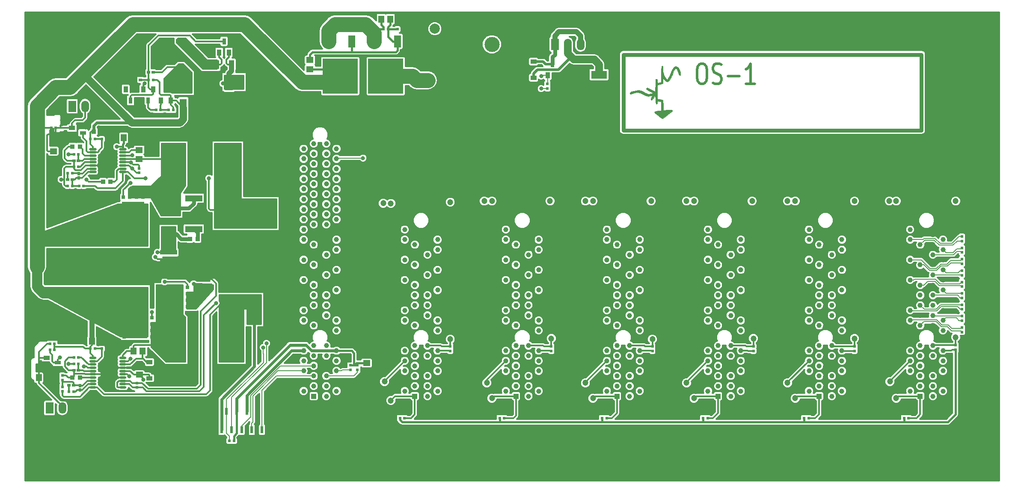
<source format=gtl>
G04 #@! TF.FileFunction,Copper,L1,Top,Signal*
%FSLAX46Y46*%
G04 Gerber Fmt 4.6, Leading zero omitted, Abs format (unit mm)*
G04 Created by KiCad (PCBNEW (2015-02-06 BZR 5407)-product) date Mon 09 Feb 2015 02:11:19 PM EST*
%MOMM*%
G01*
G04 APERTURE LIST*
%ADD10C,0.100000*%
%ADD11C,0.500000*%
%ADD12C,0.300000*%
%ADD13C,0.002540*%
%ADD14C,2.000000*%
%ADD15R,3.100000X3.300000*%
%ADD16C,3.000000*%
%ADD17C,1.000000*%
%ADD18R,1.000000X1.000000*%
%ADD19C,0.300000*%
%ADD20R,1.200000X0.900000*%
%ADD21R,0.900000X0.950000*%
%ADD22R,1.150000X1.450000*%
%ADD23R,1.450000X1.150000*%
%ADD24R,0.650000X0.600000*%
%ADD25R,0.600000X0.650000*%
%ADD26R,1.600000X3.000000*%
%ADD27R,2.100000X4.100000*%
%ADD28R,1.600000X3.150000*%
%ADD29R,0.900000X1.200000*%
%ADD30R,0.900000X1.300000*%
%ADD31R,0.800000X1.300000*%
%ADD32C,9.000000*%
%ADD33R,1.450000X2.450000*%
%ADD34R,6.950000X6.950000*%
%ADD35R,1.300000X0.900000*%
%ADD36R,1.300000X0.800000*%
%ADD37R,0.600000X0.600000*%
%ADD38R,3.450000X0.950000*%
%ADD39R,1.050000X1.800000*%
%ADD40R,3.500000X1.400000*%
%ADD41R,1.400000X3.500000*%
%ADD42R,0.600000X1.450000*%
%ADD43R,1.998980X1.998980*%
%ADD44C,1.998980*%
%ADD45R,1.524000X2.286000*%
%ADD46O,1.524000X2.286000*%
%ADD47R,3.150000X1.600000*%
%ADD48R,1.500000X1.500000*%
%ADD49C,1.500000*%
%ADD50R,4.295000X4.510000*%
%ADD51R,0.675000X0.675000*%
%ADD52R,0.655000X0.675000*%
%ADD53R,0.750000X0.675000*%
%ADD54R,4.510000X4.295000*%
%ADD55R,0.675000X0.655000*%
%ADD56R,0.675000X0.750000*%
%ADD57C,1.300000*%
%ADD58O,1.450000X0.450000*%
%ADD59R,3.000000X4.200000*%
%ADD60O,1.500000X0.450000*%
%ADD61R,2.900000X3.550000*%
%ADD62R,3.400000X1.250000*%
%ADD63C,0.800000*%
%ADD64C,1.200000*%
%ADD65C,0.800000*%
%ADD66C,0.600000*%
%ADD67C,0.400000*%
%ADD68C,1.000000*%
%ADD69C,0.200000*%
%ADD70C,1.500000*%
%ADD71C,0.170000*%
%ADD72C,3.000000*%
%ADD73C,1.400000*%
%ADD74C,2.000000*%
G04 APERTURE END LIST*
D10*
D11*
X162285714Y-68809524D02*
X162857143Y-68809524D01*
X163142857Y-69000000D01*
X163428571Y-69380952D01*
X163571429Y-70142857D01*
X163571429Y-71476190D01*
X163428571Y-72238095D01*
X163142857Y-72619048D01*
X162857143Y-72809524D01*
X162285714Y-72809524D01*
X162000000Y-72619048D01*
X161714286Y-72238095D01*
X161571429Y-71476190D01*
X161571429Y-70142857D01*
X161714286Y-69380952D01*
X162000000Y-69000000D01*
X162285714Y-68809524D01*
X164714286Y-72619048D02*
X165142857Y-72809524D01*
X165857143Y-72809524D01*
X166142857Y-72619048D01*
X166285714Y-72428571D01*
X166428571Y-72047619D01*
X166428571Y-71666667D01*
X166285714Y-71285714D01*
X166142857Y-71095238D01*
X165857143Y-70904762D01*
X165285714Y-70714286D01*
X165000000Y-70523810D01*
X164857143Y-70333333D01*
X164714286Y-69952381D01*
X164714286Y-69571429D01*
X164857143Y-69190476D01*
X165000000Y-69000000D01*
X165285714Y-68809524D01*
X166000000Y-68809524D01*
X166428571Y-69000000D01*
X167714286Y-71285714D02*
X170000000Y-71285714D01*
X173000000Y-72809524D02*
X171285715Y-72809524D01*
X172142857Y-72809524D02*
X172142857Y-68809524D01*
X171857143Y-69380952D01*
X171571429Y-69761905D01*
X171285715Y-69952381D01*
D12*
X54950000Y-107500000D02*
X55450000Y-107500000D01*
X40750000Y-88975000D02*
X41250000Y-88975000D01*
D13*
G36*
X158326000Y-70916060D02*
X158275200Y-71078620D01*
X158158360Y-71124340D01*
X158031360Y-71058300D01*
X157942460Y-70885580D01*
X157939920Y-70880500D01*
X157845940Y-70524900D01*
X157724020Y-70197240D01*
X157594480Y-69943240D01*
X157508120Y-69831480D01*
X157398900Y-69775600D01*
X157289680Y-69831480D01*
X157183000Y-69945780D01*
X157035680Y-70164220D01*
X156893440Y-70451240D01*
X156845180Y-70578240D01*
X156733420Y-70862720D01*
X156578480Y-71223400D01*
X156415920Y-71581540D01*
X156410840Y-71591700D01*
X156169540Y-72008260D01*
X155925700Y-72259720D01*
X155671700Y-72341000D01*
X155402460Y-72257180D01*
X155120520Y-72008260D01*
X155084960Y-71965080D01*
X154861440Y-71703460D01*
X154836040Y-72229240D01*
X154813180Y-72755020D01*
X154282320Y-72922660D01*
X153754000Y-73092840D01*
X153754000Y-74421260D01*
X153754000Y-75752220D01*
X153987680Y-75808100D01*
X154234060Y-75869060D01*
X154513460Y-75940180D01*
X154526160Y-75942720D01*
X154830960Y-76024000D01*
X154874140Y-76999360D01*
X154894460Y-77390520D01*
X154917320Y-77713100D01*
X154940180Y-77934080D01*
X154957960Y-78017900D01*
X155057020Y-78030600D01*
X155280540Y-78022980D01*
X155592960Y-78000120D01*
X155752980Y-77987420D01*
X156174620Y-77949320D01*
X156456560Y-77941700D01*
X156621660Y-77967100D01*
X156700400Y-78025520D01*
X156718180Y-78104260D01*
X156652140Y-78200780D01*
X156481960Y-78373500D01*
X156233040Y-78594480D01*
X155935860Y-78845940D01*
X155618360Y-79097400D01*
X155313560Y-79331080D01*
X155051940Y-79516500D01*
X154858900Y-79635880D01*
X154780160Y-79663820D01*
X154658240Y-79615560D01*
X154437260Y-79480940D01*
X154150240Y-79287900D01*
X153898780Y-79102480D01*
X153581280Y-78845940D01*
X153337440Y-78624960D01*
X153190120Y-78459860D01*
X153162180Y-78393820D01*
X153243460Y-78276980D01*
X153479680Y-78193160D01*
X153865760Y-78149980D01*
X154155320Y-78142360D01*
X154516000Y-78139820D01*
X154516000Y-77255900D01*
X154510920Y-76887600D01*
X154495680Y-76587880D01*
X154472820Y-76392300D01*
X154452500Y-76336420D01*
X154333120Y-76298320D01*
X154122300Y-76252600D01*
X154071500Y-76242440D01*
X153865760Y-76214500D01*
X153774320Y-76250060D01*
X153754000Y-76379600D01*
X153754000Y-76445640D01*
X153710820Y-76638680D01*
X153609220Y-76768220D01*
X153489840Y-76791080D01*
X153449200Y-76763140D01*
X153426340Y-76666620D01*
X153395860Y-76438020D01*
X153365380Y-76117980D01*
X153347600Y-75886840D01*
X153289180Y-75051180D01*
X153007240Y-75536320D01*
X152798960Y-75851280D01*
X152628780Y-76006220D01*
X152562740Y-76024000D01*
X152428120Y-75965580D01*
X152412880Y-75805560D01*
X152511940Y-75564260D01*
X152567820Y-75472820D01*
X152697360Y-75262000D01*
X152710060Y-75160400D01*
X152590680Y-75152780D01*
X152384940Y-75198500D01*
X151960760Y-75239140D01*
X151501020Y-75137540D01*
X150987940Y-74896240D01*
X150863480Y-74822580D01*
X150325000Y-74581280D01*
X149768740Y-74505080D01*
X149189620Y-74599060D01*
X149011820Y-74660020D01*
X148684160Y-74779400D01*
X148480960Y-74825120D01*
X148374280Y-74804800D01*
X148336180Y-74710820D01*
X148336180Y-74665100D01*
X148417460Y-74502540D01*
X148666380Y-74355220D01*
X149070240Y-74220600D01*
X149458860Y-74136780D01*
X149977020Y-74096140D01*
X150472320Y-74185040D01*
X150987940Y-74411100D01*
X151168280Y-74515240D01*
X151460380Y-74670180D01*
X151752480Y-74781940D01*
X151899800Y-74817500D01*
X152136020Y-74820040D01*
X152390020Y-74784480D01*
X152611000Y-74720980D01*
X152753240Y-74644780D01*
X152773560Y-74576200D01*
X152679580Y-74500000D01*
X152473840Y-74378080D01*
X152196980Y-74228220D01*
X152138560Y-74200280D01*
X151810900Y-74022480D01*
X151622940Y-73880240D01*
X151554360Y-73758320D01*
X151551820Y-73735460D01*
X151579760Y-73618620D01*
X151678820Y-73580520D01*
X151864240Y-73621160D01*
X152153800Y-73748160D01*
X152539880Y-73948820D01*
X152847220Y-74113920D01*
X153096140Y-74243460D01*
X153251080Y-74317120D01*
X153284100Y-74329820D01*
X153301880Y-74251080D01*
X153317120Y-74030100D01*
X153332360Y-73699900D01*
X153345060Y-73290960D01*
X153350140Y-73082680D01*
X153360300Y-72597540D01*
X153373000Y-72257180D01*
X153390780Y-72036200D01*
X153418720Y-71909200D01*
X153459360Y-71850780D01*
X153520320Y-71833000D01*
X153543180Y-71833000D01*
X153647320Y-71860940D01*
X153705740Y-71967620D01*
X153733680Y-72201300D01*
X153736220Y-72234320D01*
X153761620Y-72468000D01*
X153794640Y-72615320D01*
X153812420Y-72635640D01*
X153916560Y-72615320D01*
X154119760Y-72559440D01*
X154188340Y-72539120D01*
X154516000Y-72440060D01*
X154516000Y-70844940D01*
X154516000Y-70288680D01*
X154521080Y-69879740D01*
X154528700Y-69595260D01*
X154546480Y-69412380D01*
X154574420Y-69308240D01*
X154612520Y-69262520D01*
X154668400Y-69249820D01*
X154686180Y-69249820D01*
X154767460Y-69265060D01*
X154818260Y-69328560D01*
X154843660Y-69475880D01*
X154853820Y-69740040D01*
X154853820Y-69948320D01*
X154863980Y-70342020D01*
X154902080Y-70636660D01*
X154985900Y-70903360D01*
X155095120Y-71154820D01*
X155250060Y-71444380D01*
X155405000Y-71688220D01*
X155511680Y-71817760D01*
X155641220Y-71916820D01*
X155737740Y-71901580D01*
X155854580Y-71787280D01*
X155956180Y-71632340D01*
X156090800Y-71360560D01*
X156240660Y-71017660D01*
X156334640Y-70778900D01*
X156596260Y-70161680D01*
X156852800Y-69717180D01*
X157109340Y-69437780D01*
X157363340Y-69328560D01*
X157617340Y-69389520D01*
X157851020Y-69592720D01*
X158018660Y-69864500D01*
X158173600Y-70227720D01*
X158285360Y-70606180D01*
X158326000Y-70916060D01*
X158326000Y-70916060D01*
X158326000Y-70916060D01*
G37*
X158326000Y-70916060D02*
X158275200Y-71078620D01*
X158158360Y-71124340D01*
X158031360Y-71058300D01*
X157942460Y-70885580D01*
X157939920Y-70880500D01*
X157845940Y-70524900D01*
X157724020Y-70197240D01*
X157594480Y-69943240D01*
X157508120Y-69831480D01*
X157398900Y-69775600D01*
X157289680Y-69831480D01*
X157183000Y-69945780D01*
X157035680Y-70164220D01*
X156893440Y-70451240D01*
X156845180Y-70578240D01*
X156733420Y-70862720D01*
X156578480Y-71223400D01*
X156415920Y-71581540D01*
X156410840Y-71591700D01*
X156169540Y-72008260D01*
X155925700Y-72259720D01*
X155671700Y-72341000D01*
X155402460Y-72257180D01*
X155120520Y-72008260D01*
X155084960Y-71965080D01*
X154861440Y-71703460D01*
X154836040Y-72229240D01*
X154813180Y-72755020D01*
X154282320Y-72922660D01*
X153754000Y-73092840D01*
X153754000Y-74421260D01*
X153754000Y-75752220D01*
X153987680Y-75808100D01*
X154234060Y-75869060D01*
X154513460Y-75940180D01*
X154526160Y-75942720D01*
X154830960Y-76024000D01*
X154874140Y-76999360D01*
X154894460Y-77390520D01*
X154917320Y-77713100D01*
X154940180Y-77934080D01*
X154957960Y-78017900D01*
X155057020Y-78030600D01*
X155280540Y-78022980D01*
X155592960Y-78000120D01*
X155752980Y-77987420D01*
X156174620Y-77949320D01*
X156456560Y-77941700D01*
X156621660Y-77967100D01*
X156700400Y-78025520D01*
X156718180Y-78104260D01*
X156652140Y-78200780D01*
X156481960Y-78373500D01*
X156233040Y-78594480D01*
X155935860Y-78845940D01*
X155618360Y-79097400D01*
X155313560Y-79331080D01*
X155051940Y-79516500D01*
X154858900Y-79635880D01*
X154780160Y-79663820D01*
X154658240Y-79615560D01*
X154437260Y-79480940D01*
X154150240Y-79287900D01*
X153898780Y-79102480D01*
X153581280Y-78845940D01*
X153337440Y-78624960D01*
X153190120Y-78459860D01*
X153162180Y-78393820D01*
X153243460Y-78276980D01*
X153479680Y-78193160D01*
X153865760Y-78149980D01*
X154155320Y-78142360D01*
X154516000Y-78139820D01*
X154516000Y-77255900D01*
X154510920Y-76887600D01*
X154495680Y-76587880D01*
X154472820Y-76392300D01*
X154452500Y-76336420D01*
X154333120Y-76298320D01*
X154122300Y-76252600D01*
X154071500Y-76242440D01*
X153865760Y-76214500D01*
X153774320Y-76250060D01*
X153754000Y-76379600D01*
X153754000Y-76445640D01*
X153710820Y-76638680D01*
X153609220Y-76768220D01*
X153489840Y-76791080D01*
X153449200Y-76763140D01*
X153426340Y-76666620D01*
X153395860Y-76438020D01*
X153365380Y-76117980D01*
X153347600Y-75886840D01*
X153289180Y-75051180D01*
X153007240Y-75536320D01*
X152798960Y-75851280D01*
X152628780Y-76006220D01*
X152562740Y-76024000D01*
X152428120Y-75965580D01*
X152412880Y-75805560D01*
X152511940Y-75564260D01*
X152567820Y-75472820D01*
X152697360Y-75262000D01*
X152710060Y-75160400D01*
X152590680Y-75152780D01*
X152384940Y-75198500D01*
X151960760Y-75239140D01*
X151501020Y-75137540D01*
X150987940Y-74896240D01*
X150863480Y-74822580D01*
X150325000Y-74581280D01*
X149768740Y-74505080D01*
X149189620Y-74599060D01*
X149011820Y-74660020D01*
X148684160Y-74779400D01*
X148480960Y-74825120D01*
X148374280Y-74804800D01*
X148336180Y-74710820D01*
X148336180Y-74665100D01*
X148417460Y-74502540D01*
X148666380Y-74355220D01*
X149070240Y-74220600D01*
X149458860Y-74136780D01*
X149977020Y-74096140D01*
X150472320Y-74185040D01*
X150987940Y-74411100D01*
X151168280Y-74515240D01*
X151460380Y-74670180D01*
X151752480Y-74781940D01*
X151899800Y-74817500D01*
X152136020Y-74820040D01*
X152390020Y-74784480D01*
X152611000Y-74720980D01*
X152753240Y-74644780D01*
X152773560Y-74576200D01*
X152679580Y-74500000D01*
X152473840Y-74378080D01*
X152196980Y-74228220D01*
X152138560Y-74200280D01*
X151810900Y-74022480D01*
X151622940Y-73880240D01*
X151554360Y-73758320D01*
X151551820Y-73735460D01*
X151579760Y-73618620D01*
X151678820Y-73580520D01*
X151864240Y-73621160D01*
X152153800Y-73748160D01*
X152539880Y-73948820D01*
X152847220Y-74113920D01*
X153096140Y-74243460D01*
X153251080Y-74317120D01*
X153284100Y-74329820D01*
X153301880Y-74251080D01*
X153317120Y-74030100D01*
X153332360Y-73699900D01*
X153345060Y-73290960D01*
X153350140Y-73082680D01*
X153360300Y-72597540D01*
X153373000Y-72257180D01*
X153390780Y-72036200D01*
X153418720Y-71909200D01*
X153459360Y-71850780D01*
X153520320Y-71833000D01*
X153543180Y-71833000D01*
X153647320Y-71860940D01*
X153705740Y-71967620D01*
X153733680Y-72201300D01*
X153736220Y-72234320D01*
X153761620Y-72468000D01*
X153794640Y-72615320D01*
X153812420Y-72635640D01*
X153916560Y-72615320D01*
X154119760Y-72559440D01*
X154188340Y-72539120D01*
X154516000Y-72440060D01*
X154516000Y-70844940D01*
X154516000Y-70288680D01*
X154521080Y-69879740D01*
X154528700Y-69595260D01*
X154546480Y-69412380D01*
X154574420Y-69308240D01*
X154612520Y-69262520D01*
X154668400Y-69249820D01*
X154686180Y-69249820D01*
X154767460Y-69265060D01*
X154818260Y-69328560D01*
X154843660Y-69475880D01*
X154853820Y-69740040D01*
X154853820Y-69948320D01*
X154863980Y-70342020D01*
X154902080Y-70636660D01*
X154985900Y-70903360D01*
X155095120Y-71154820D01*
X155250060Y-71444380D01*
X155405000Y-71688220D01*
X155511680Y-71817760D01*
X155641220Y-71916820D01*
X155737740Y-71901580D01*
X155854580Y-71787280D01*
X155956180Y-71632340D01*
X156090800Y-71360560D01*
X156240660Y-71017660D01*
X156334640Y-70778900D01*
X156596260Y-70161680D01*
X156852800Y-69717180D01*
X157109340Y-69437780D01*
X157363340Y-69328560D01*
X157617340Y-69389520D01*
X157851020Y-69592720D01*
X158018660Y-69864500D01*
X158173600Y-70227720D01*
X158285360Y-70606180D01*
X158326000Y-70916060D01*
X158326000Y-70916060D01*
D12*
X42850000Y-130325000D02*
X43350000Y-130325000D01*
X65976777Y-111876777D02*
X65623223Y-111523223D01*
D14*
X109700000Y-61900000D03*
X108300000Y-72100000D03*
D15*
X69550000Y-126000000D03*
X58450000Y-126000000D03*
D16*
X124960000Y-65000000D03*
X121000000Y-65000000D03*
X117040000Y-65000000D03*
D17*
X128250000Y-134650000D03*
X130250000Y-133650000D03*
X128250000Y-132650000D03*
X130250000Y-131650000D03*
X128250000Y-130650000D03*
X130250000Y-129650000D03*
X128250000Y-128650000D03*
X130250000Y-127650000D03*
X128250000Y-126650000D03*
X130250000Y-125650000D03*
X128250000Y-124650000D03*
D18*
X125750000Y-134650000D03*
D17*
X123750000Y-133650000D03*
X125750000Y-132650000D03*
X123750000Y-131650000D03*
X125750000Y-130650000D03*
X123750000Y-129650000D03*
X125750000Y-128650000D03*
X123750000Y-127650000D03*
X125750000Y-126650000D03*
X123750000Y-125650000D03*
X125750000Y-124650000D03*
X130250000Y-121650000D03*
X128250000Y-120650000D03*
X130250000Y-119650000D03*
X128250000Y-118650000D03*
X130250000Y-117650000D03*
X128250000Y-116650000D03*
X130250000Y-115650000D03*
X128250000Y-114650000D03*
X130250000Y-113650000D03*
X128250000Y-112650000D03*
X130250000Y-111650000D03*
X128250000Y-110650000D03*
X130250000Y-109650000D03*
X128250000Y-108650000D03*
X130250000Y-107650000D03*
X128250000Y-106650000D03*
X130250000Y-105650000D03*
X128250000Y-104650000D03*
X130250000Y-103650000D03*
X128250000Y-102650000D03*
X130250000Y-101650000D03*
X123750000Y-121650000D03*
X125750000Y-120650000D03*
X123750000Y-119650000D03*
X125750000Y-118650000D03*
X123750000Y-117650000D03*
X125750000Y-116650000D03*
X123750000Y-115650000D03*
X125750000Y-114650000D03*
X123750000Y-113650000D03*
X125750000Y-112650000D03*
X123750000Y-111650000D03*
X125750000Y-110650000D03*
X123750000Y-109650000D03*
X125750000Y-108650000D03*
X123750000Y-107650000D03*
X125750000Y-106650000D03*
X123750000Y-105650000D03*
X125750000Y-104650000D03*
X123750000Y-103650000D03*
X125750000Y-102650000D03*
X123750000Y-101650000D03*
D19*
X54950000Y-107500000D03*
X55450000Y-107500000D03*
X40750000Y-88975000D03*
X41250000Y-88975000D03*
D17*
X88250000Y-134650000D03*
X90250000Y-133650000D03*
X88250000Y-132650000D03*
X90250000Y-131650000D03*
X88250000Y-130650000D03*
X90250000Y-129650000D03*
X88250000Y-128650000D03*
X90250000Y-127650000D03*
X88250000Y-126650000D03*
X90250000Y-125650000D03*
X88250000Y-124650000D03*
D18*
X85750000Y-134650000D03*
D17*
X83750000Y-133650000D03*
X85750000Y-132650000D03*
X83750000Y-131650000D03*
X85750000Y-130650000D03*
X83750000Y-129650000D03*
X85750000Y-128650000D03*
X83750000Y-127650000D03*
X85750000Y-126650000D03*
X83750000Y-125650000D03*
X85750000Y-124650000D03*
X90250000Y-121650000D03*
X88250000Y-120650000D03*
X90250000Y-119650000D03*
X88250000Y-118650000D03*
X90250000Y-117650000D03*
X88250000Y-116650000D03*
X90250000Y-115650000D03*
X88250000Y-114650000D03*
X90250000Y-113650000D03*
X88250000Y-112650000D03*
X90250000Y-111650000D03*
X88250000Y-110650000D03*
X90250000Y-109650000D03*
X88250000Y-108650000D03*
X90250000Y-107650000D03*
X88250000Y-106650000D03*
X90250000Y-105650000D03*
X88250000Y-104650000D03*
X90250000Y-103650000D03*
X88250000Y-102650000D03*
X90250000Y-101650000D03*
X88250000Y-100650000D03*
X90250000Y-99650000D03*
X88250000Y-98650000D03*
X90250000Y-97650000D03*
X88250000Y-96650000D03*
X90250000Y-95650000D03*
X88250000Y-94650000D03*
X90250000Y-93650000D03*
X88250000Y-92650000D03*
X90250000Y-91650000D03*
X88250000Y-90650000D03*
X90250000Y-89650000D03*
X88250000Y-88650000D03*
X90250000Y-87650000D03*
X88250000Y-86650000D03*
X90250000Y-85650000D03*
X88250000Y-84650000D03*
X83750000Y-121650000D03*
X85750000Y-120650000D03*
X83750000Y-119650000D03*
X85750000Y-118650000D03*
X83750000Y-117650000D03*
X85750000Y-116650000D03*
X83750000Y-115650000D03*
X85750000Y-114650000D03*
X83750000Y-113650000D03*
X85750000Y-112650000D03*
X83750000Y-111650000D03*
X85750000Y-110650000D03*
X83750000Y-109650000D03*
X85750000Y-108650000D03*
X83750000Y-107650000D03*
X85750000Y-106650000D03*
X83750000Y-105650000D03*
X85750000Y-104650000D03*
X83750000Y-103650000D03*
X85750000Y-102650000D03*
X83750000Y-101650000D03*
X85750000Y-100650000D03*
X83750000Y-99650000D03*
X85750000Y-98650000D03*
X83750000Y-97650000D03*
X85750000Y-96650000D03*
X83750000Y-95650000D03*
X85750000Y-94650000D03*
X83750000Y-93650000D03*
X85750000Y-92650000D03*
X83750000Y-91650000D03*
X85750000Y-90650000D03*
X83750000Y-89650000D03*
X85750000Y-88650000D03*
X83750000Y-87650000D03*
X85750000Y-86650000D03*
X83750000Y-85650000D03*
X85750000Y-84650000D03*
X188250000Y-134650000D03*
X190250000Y-133650000D03*
X188250000Y-132650000D03*
X190250000Y-131650000D03*
X188250000Y-130650000D03*
X190250000Y-129650000D03*
X188250000Y-128650000D03*
X190250000Y-127650000D03*
X188250000Y-126650000D03*
X190250000Y-125650000D03*
X188250000Y-124650000D03*
D18*
X185750000Y-134650000D03*
D17*
X183750000Y-133650000D03*
X185750000Y-132650000D03*
X183750000Y-131650000D03*
X185750000Y-130650000D03*
X183750000Y-129650000D03*
X185750000Y-128650000D03*
X183750000Y-127650000D03*
X185750000Y-126650000D03*
X183750000Y-125650000D03*
X185750000Y-124650000D03*
X190250000Y-121650000D03*
X188250000Y-120650000D03*
X190250000Y-119650000D03*
X188250000Y-118650000D03*
X190250000Y-117650000D03*
X188250000Y-116650000D03*
X190250000Y-115650000D03*
X188250000Y-114650000D03*
X190250000Y-113650000D03*
X188250000Y-112650000D03*
X190250000Y-111650000D03*
X188250000Y-110650000D03*
X190250000Y-109650000D03*
X188250000Y-108650000D03*
X190250000Y-107650000D03*
X188250000Y-106650000D03*
X190250000Y-105650000D03*
X188250000Y-104650000D03*
X190250000Y-103650000D03*
X188250000Y-102650000D03*
X190250000Y-101650000D03*
X183750000Y-121650000D03*
X185750000Y-120650000D03*
X183750000Y-119650000D03*
X185750000Y-118650000D03*
X183750000Y-117650000D03*
X185750000Y-116650000D03*
X183750000Y-115650000D03*
X185750000Y-114650000D03*
X183750000Y-113650000D03*
X185750000Y-112650000D03*
X183750000Y-111650000D03*
X185750000Y-110650000D03*
X183750000Y-109650000D03*
X185750000Y-108650000D03*
X183750000Y-107650000D03*
X185750000Y-106650000D03*
X183750000Y-105650000D03*
X185750000Y-104650000D03*
X183750000Y-103650000D03*
X185750000Y-102650000D03*
X183750000Y-101650000D03*
X168250000Y-134650000D03*
X170250000Y-133650000D03*
X168250000Y-132650000D03*
X170250000Y-131650000D03*
X168250000Y-130650000D03*
X170250000Y-129650000D03*
X168250000Y-128650000D03*
X170250000Y-127650000D03*
X168250000Y-126650000D03*
X170250000Y-125650000D03*
X168250000Y-124650000D03*
D18*
X165750000Y-134650000D03*
D17*
X163750000Y-133650000D03*
X165750000Y-132650000D03*
X163750000Y-131650000D03*
X165750000Y-130650000D03*
X163750000Y-129650000D03*
X165750000Y-128650000D03*
X163750000Y-127650000D03*
X165750000Y-126650000D03*
X163750000Y-125650000D03*
X165750000Y-124650000D03*
X170250000Y-121650000D03*
X168250000Y-120650000D03*
X170250000Y-119650000D03*
X168250000Y-118650000D03*
X170250000Y-117650000D03*
X168250000Y-116650000D03*
X170250000Y-115650000D03*
X168250000Y-114650000D03*
X170250000Y-113650000D03*
X168250000Y-112650000D03*
X170250000Y-111650000D03*
X168250000Y-110650000D03*
X170250000Y-109650000D03*
X168250000Y-108650000D03*
X170250000Y-107650000D03*
X168250000Y-106650000D03*
X170250000Y-105650000D03*
X168250000Y-104650000D03*
X170250000Y-103650000D03*
X168250000Y-102650000D03*
X170250000Y-101650000D03*
X163750000Y-121650000D03*
X165750000Y-120650000D03*
X163750000Y-119650000D03*
X165750000Y-118650000D03*
X163750000Y-117650000D03*
X165750000Y-116650000D03*
X163750000Y-115650000D03*
X165750000Y-114650000D03*
X163750000Y-113650000D03*
X165750000Y-112650000D03*
X163750000Y-111650000D03*
X165750000Y-110650000D03*
X163750000Y-109650000D03*
X165750000Y-108650000D03*
X163750000Y-107650000D03*
X165750000Y-106650000D03*
X163750000Y-105650000D03*
X165750000Y-104650000D03*
X163750000Y-103650000D03*
X165750000Y-102650000D03*
X163750000Y-101650000D03*
D20*
X53250000Y-127900000D03*
X53250000Y-131100000D03*
D17*
X208250000Y-134650000D03*
X210250000Y-133650000D03*
X208250000Y-132650000D03*
X210250000Y-131650000D03*
X208250000Y-130650000D03*
X210250000Y-129650000D03*
X208250000Y-128650000D03*
X210250000Y-127650000D03*
X208250000Y-126650000D03*
X210250000Y-125650000D03*
X208250000Y-124650000D03*
D18*
X205750000Y-134650000D03*
D17*
X203750000Y-133650000D03*
X205750000Y-132650000D03*
X203750000Y-131650000D03*
X205750000Y-130650000D03*
X203750000Y-129650000D03*
X205750000Y-128650000D03*
X203750000Y-127650000D03*
X205750000Y-126650000D03*
X203750000Y-125650000D03*
X205750000Y-124650000D03*
X210250000Y-121650000D03*
X208250000Y-120650000D03*
X210250000Y-119650000D03*
X208250000Y-118650000D03*
X210250000Y-117650000D03*
X208250000Y-116650000D03*
X210250000Y-115650000D03*
X208250000Y-114650000D03*
X210250000Y-113650000D03*
X208250000Y-112650000D03*
X210250000Y-111650000D03*
X208250000Y-110650000D03*
X210250000Y-109650000D03*
X208250000Y-108650000D03*
X210250000Y-107650000D03*
X208250000Y-106650000D03*
X210250000Y-105650000D03*
X208250000Y-104650000D03*
X210250000Y-103650000D03*
X208250000Y-102650000D03*
X210250000Y-101650000D03*
X203750000Y-121650000D03*
X205750000Y-120650000D03*
X203750000Y-119650000D03*
X205750000Y-118650000D03*
X203750000Y-117650000D03*
X205750000Y-116650000D03*
X203750000Y-115650000D03*
X205750000Y-114650000D03*
X203750000Y-113650000D03*
X205750000Y-112650000D03*
X203750000Y-111650000D03*
X205750000Y-110650000D03*
X203750000Y-109650000D03*
X205750000Y-108650000D03*
X203750000Y-107650000D03*
X205750000Y-106650000D03*
X203750000Y-105650000D03*
X205750000Y-104650000D03*
X203750000Y-103650000D03*
X205750000Y-102650000D03*
X203750000Y-101650000D03*
X148250000Y-134650000D03*
X150250000Y-133650000D03*
X148250000Y-132650000D03*
X150250000Y-131650000D03*
X148250000Y-130650000D03*
X150250000Y-129650000D03*
X148250000Y-128650000D03*
X150250000Y-127650000D03*
X148250000Y-126650000D03*
X150250000Y-125650000D03*
X148250000Y-124650000D03*
D18*
X145750000Y-134650000D03*
D17*
X143750000Y-133650000D03*
X145750000Y-132650000D03*
X143750000Y-131650000D03*
X145750000Y-130650000D03*
X143750000Y-129650000D03*
X145750000Y-128650000D03*
X143750000Y-127650000D03*
X145750000Y-126650000D03*
X143750000Y-125650000D03*
X145750000Y-124650000D03*
X150250000Y-121650000D03*
X148250000Y-120650000D03*
X150250000Y-119650000D03*
X148250000Y-118650000D03*
X150250000Y-117650000D03*
X148250000Y-116650000D03*
X150250000Y-115650000D03*
X148250000Y-114650000D03*
X150250000Y-113650000D03*
X148250000Y-112650000D03*
X150250000Y-111650000D03*
X148250000Y-110650000D03*
X150250000Y-109650000D03*
X148250000Y-108650000D03*
X150250000Y-107650000D03*
X148250000Y-106650000D03*
X150250000Y-105650000D03*
X148250000Y-104650000D03*
X150250000Y-103650000D03*
X148250000Y-102650000D03*
X150250000Y-101650000D03*
X143750000Y-121650000D03*
X145750000Y-120650000D03*
X143750000Y-119650000D03*
X145750000Y-118650000D03*
X143750000Y-117650000D03*
X145750000Y-116650000D03*
X143750000Y-115650000D03*
X145750000Y-114650000D03*
X143750000Y-113650000D03*
X145750000Y-112650000D03*
X143750000Y-111650000D03*
X145750000Y-110650000D03*
X143750000Y-109650000D03*
X145750000Y-108650000D03*
X143750000Y-107650000D03*
X145750000Y-106650000D03*
X143750000Y-105650000D03*
X145750000Y-104650000D03*
X143750000Y-103650000D03*
X145750000Y-102650000D03*
X143750000Y-101650000D03*
X108250000Y-134650000D03*
X110250000Y-133650000D03*
X108250000Y-132650000D03*
X110250000Y-131650000D03*
X108250000Y-130650000D03*
X110250000Y-129650000D03*
X108250000Y-128650000D03*
X110250000Y-127650000D03*
X108250000Y-126650000D03*
X110250000Y-125650000D03*
X108250000Y-124650000D03*
D18*
X105750000Y-134650000D03*
D17*
X103750000Y-133650000D03*
X105750000Y-132650000D03*
X103750000Y-131650000D03*
X105750000Y-130650000D03*
X103750000Y-129650000D03*
X105750000Y-128650000D03*
X103750000Y-127650000D03*
X105750000Y-126650000D03*
X103750000Y-125650000D03*
X105750000Y-124650000D03*
X110250000Y-121650000D03*
X108250000Y-120650000D03*
X110250000Y-119650000D03*
X108250000Y-118650000D03*
X110250000Y-117650000D03*
X108250000Y-116650000D03*
X110250000Y-115650000D03*
X108250000Y-114650000D03*
X110250000Y-113650000D03*
X108250000Y-112650000D03*
X110250000Y-111650000D03*
X108250000Y-110650000D03*
X110250000Y-109650000D03*
X108250000Y-108650000D03*
X110250000Y-107650000D03*
X108250000Y-106650000D03*
X110250000Y-105650000D03*
X108250000Y-104650000D03*
X110250000Y-103650000D03*
X108250000Y-102650000D03*
X110250000Y-101650000D03*
X103750000Y-121650000D03*
X105750000Y-120650000D03*
X103750000Y-119650000D03*
X105750000Y-118650000D03*
X103750000Y-117650000D03*
X105750000Y-116650000D03*
X103750000Y-115650000D03*
X105750000Y-114650000D03*
X103750000Y-113650000D03*
X105750000Y-112650000D03*
X103750000Y-111650000D03*
X105750000Y-110650000D03*
X103750000Y-109650000D03*
X105750000Y-108650000D03*
X103750000Y-107650000D03*
X105750000Y-106650000D03*
X103750000Y-105650000D03*
X105750000Y-104650000D03*
X103750000Y-103650000D03*
X105750000Y-102650000D03*
X103750000Y-101650000D03*
D21*
X42250000Y-82250000D03*
X43750000Y-82250000D03*
D22*
X99100000Y-60000000D03*
X100900000Y-60000000D03*
D23*
X85000000Y-69900000D03*
X85000000Y-68100000D03*
D24*
X39200000Y-88000000D03*
X38300000Y-88000000D03*
X39200000Y-129500000D03*
X38300000Y-129500000D03*
D25*
X39500000Y-133450000D03*
X39500000Y-132550000D03*
X39250000Y-90550000D03*
X39250000Y-91450000D03*
D21*
X45550000Y-92200000D03*
X44050000Y-92200000D03*
X39500000Y-85250000D03*
X38000000Y-85250000D03*
D22*
X41850000Y-123750000D03*
X43650000Y-123750000D03*
D21*
X39500000Y-131000000D03*
X38000000Y-131000000D03*
D24*
X37300000Y-132500000D03*
X38200000Y-132500000D03*
X37050000Y-91750000D03*
X37950000Y-91750000D03*
D22*
X51900000Y-125750000D03*
X50100000Y-125750000D03*
D23*
X51200000Y-85900000D03*
X51200000Y-87700000D03*
X51250000Y-130400000D03*
X51250000Y-128600000D03*
D22*
X48150000Y-83500000D03*
X46350000Y-83500000D03*
D21*
X62750000Y-103500000D03*
X61250000Y-103500000D03*
D26*
X70000000Y-116250000D03*
X70000000Y-111750000D03*
D27*
X69500000Y-97750000D03*
X69500000Y-106250000D03*
D24*
X51450000Y-72000000D03*
X50550000Y-72000000D03*
X53950000Y-70500000D03*
X53050000Y-70500000D03*
D28*
X69000000Y-72550000D03*
X69000000Y-77450000D03*
D29*
X60900000Y-74000000D03*
X64100000Y-74000000D03*
D30*
X50450000Y-73900000D03*
X48550000Y-73900000D03*
D31*
X49500000Y-76100000D03*
D32*
X35000000Y-145000000D03*
D17*
X38000000Y-145000000D03*
X36500000Y-147600000D03*
X33500000Y-147600000D03*
X32000000Y-145000000D03*
X33500000Y-142400000D03*
X36500000Y-142400000D03*
D32*
X215000000Y-145000000D03*
D17*
X218000000Y-145000000D03*
X216500000Y-147600000D03*
X213500000Y-147600000D03*
X212000000Y-145000000D03*
X213500000Y-142400000D03*
X216500000Y-142400000D03*
D32*
X35000000Y-65000000D03*
D17*
X38000000Y-65000000D03*
X36500000Y-67600000D03*
X33500000Y-67600000D03*
X32000000Y-65000000D03*
X33500000Y-62400000D03*
X36500000Y-62400000D03*
D32*
X215000000Y-65000000D03*
D17*
X218000000Y-65000000D03*
X216500000Y-67600000D03*
X213500000Y-67600000D03*
X212000000Y-65000000D03*
X213500000Y-62400000D03*
X216500000Y-62400000D03*
D33*
X102300000Y-64400000D03*
X97700000Y-64400000D03*
D34*
X100000000Y-71300000D03*
D33*
X93300000Y-64400000D03*
X88700000Y-64400000D03*
D34*
X91000000Y-71300000D03*
D35*
X32900000Y-127050000D03*
X32900000Y-128950000D03*
D36*
X35100000Y-128000000D03*
D35*
X37900000Y-81550000D03*
X37900000Y-83450000D03*
D36*
X40100000Y-82500000D03*
D30*
X53950000Y-73900000D03*
X52050000Y-73900000D03*
D31*
X53000000Y-76100000D03*
D30*
X55550000Y-76100000D03*
X57450000Y-76100000D03*
D31*
X56500000Y-73900000D03*
D30*
X67050000Y-66600000D03*
X68950000Y-66600000D03*
D31*
X68000000Y-64400000D03*
D37*
X192750000Y-124800000D03*
X192750000Y-125700000D03*
X212750000Y-124550000D03*
X212750000Y-125450000D03*
X203450000Y-139000000D03*
X202550000Y-139000000D03*
X163700000Y-139000000D03*
X162800000Y-139000000D03*
X183700000Y-139000000D03*
X182800000Y-139000000D03*
X143700000Y-139000000D03*
X142800000Y-139000000D03*
X123450000Y-139000000D03*
X122550000Y-139000000D03*
X103700000Y-139000000D03*
X102800000Y-139000000D03*
X99550000Y-62000000D03*
X100450000Y-62000000D03*
X34450000Y-124250000D03*
X33550000Y-124250000D03*
X102300000Y-62000000D03*
X103200000Y-62000000D03*
X34450000Y-125500000D03*
X33550000Y-125500000D03*
X33800000Y-81500000D03*
X34700000Y-81500000D03*
X38300000Y-86750000D03*
X39200000Y-86750000D03*
X38300000Y-128250000D03*
X39200000Y-128250000D03*
X36000000Y-132800000D03*
X36000000Y-133700000D03*
X39300000Y-93000000D03*
X40200000Y-93000000D03*
X39200000Y-89250000D03*
X38300000Y-89250000D03*
X36000000Y-131450000D03*
X36000000Y-130550000D03*
X37950000Y-93000000D03*
X37050000Y-93000000D03*
X39200000Y-127000000D03*
X38300000Y-127000000D03*
X38200000Y-133750000D03*
X37300000Y-133750000D03*
X37950000Y-90500000D03*
X37050000Y-90500000D03*
X41550000Y-83750000D03*
X42450000Y-83750000D03*
X41550000Y-125250000D03*
X42450000Y-125250000D03*
X43800000Y-125250000D03*
X44700000Y-125250000D03*
X43800000Y-83750000D03*
X44700000Y-83750000D03*
D38*
X64000000Y-112800000D03*
X64000000Y-111200000D03*
X57000000Y-106200000D03*
X57000000Y-107800000D03*
D37*
X53950000Y-72000000D03*
X53050000Y-72000000D03*
X57950000Y-78000000D03*
X57050000Y-78000000D03*
X55450000Y-78000000D03*
X54550000Y-78000000D03*
D39*
X69500000Y-69000000D03*
X66500000Y-69000000D03*
D37*
X112750000Y-124800000D03*
X112750000Y-125700000D03*
X132750000Y-124800000D03*
X132750000Y-125700000D03*
X152750000Y-124800000D03*
X152750000Y-125700000D03*
X172750000Y-124800000D03*
X172750000Y-125700000D03*
X214000000Y-118800000D03*
X214000000Y-119700000D03*
X214000000Y-116550000D03*
X214000000Y-117450000D03*
X214000000Y-114300000D03*
X214000000Y-115200000D03*
X214000000Y-112050000D03*
X214000000Y-112950000D03*
X214000000Y-109800000D03*
X214000000Y-110700000D03*
X214000000Y-107550000D03*
X214000000Y-108450000D03*
X214000000Y-105300000D03*
X214000000Y-106200000D03*
X214000000Y-103050000D03*
X214000000Y-103950000D03*
X214000000Y-121050000D03*
X214000000Y-121950000D03*
D15*
X69550000Y-87000000D03*
X58450000Y-87000000D03*
D40*
X51000000Y-115050000D03*
X51000000Y-110950000D03*
X51000000Y-102950000D03*
X51000000Y-107050000D03*
D41*
X59950000Y-77500000D03*
X64050000Y-77500000D03*
D42*
X67500000Y-141325000D03*
X68500000Y-137675000D03*
X69500000Y-141325000D03*
X70500000Y-137675000D03*
X71500000Y-141325000D03*
X72500000Y-137675000D03*
X73500000Y-141325000D03*
X74500000Y-137675000D03*
X75500000Y-141325000D03*
X76500000Y-137675000D03*
D37*
X50750000Y-132950000D03*
X50750000Y-132050000D03*
X51200000Y-89550000D03*
X51200000Y-90450000D03*
D19*
X42850000Y-130325000D03*
X43350000Y-130325000D03*
X65976777Y-111876777D03*
X65623223Y-111523223D03*
D43*
X57000000Y-97460000D03*
D44*
X57000000Y-102540000D03*
D37*
X69050000Y-143500000D03*
X69950000Y-143500000D03*
X94400000Y-129450000D03*
X94400000Y-128550000D03*
X93000000Y-129450000D03*
X93000000Y-128550000D03*
D23*
X96200000Y-128100000D03*
X96200000Y-129900000D03*
D22*
X31350000Y-131000000D03*
X33150000Y-131000000D03*
D23*
X34250000Y-86150000D03*
X34250000Y-84350000D03*
D45*
X33460000Y-137000000D03*
D46*
X36000000Y-137000000D03*
X38540000Y-137000000D03*
D45*
X37960000Y-77250000D03*
D46*
X40500000Y-77250000D03*
X43040000Y-77250000D03*
D20*
X129250000Y-71600000D03*
X129250000Y-68400000D03*
D45*
X133460000Y-65000000D03*
D46*
X136000000Y-65000000D03*
X138540000Y-65000000D03*
D30*
X132050000Y-71100000D03*
X133950000Y-71100000D03*
D31*
X133000000Y-68900000D03*
D37*
X132000000Y-73700000D03*
X132000000Y-72800000D03*
D47*
X142200000Y-71000000D03*
X137300000Y-71000000D03*
D48*
X37000000Y-114249680D03*
D49*
X37000000Y-111750320D03*
D48*
X37000000Y-103750320D03*
D49*
X37000000Y-106249680D03*
D48*
X44500000Y-103750320D03*
D49*
X44500000Y-106249680D03*
D48*
X44500000Y-114249680D03*
D49*
X44500000Y-111750320D03*
D32*
X125000000Y-80000000D03*
D17*
X128000000Y-80000000D03*
X126500000Y-82600000D03*
X123500000Y-82600000D03*
X122000000Y-80000000D03*
X123500000Y-77400000D03*
X126500000Y-77400000D03*
D32*
X125000000Y-145000000D03*
D17*
X128000000Y-145000000D03*
X126500000Y-147600000D03*
X123500000Y-147600000D03*
X122000000Y-145000000D03*
X123500000Y-142400000D03*
X126500000Y-142400000D03*
D50*
X57675000Y-115000000D03*
D51*
X55200000Y-116917500D03*
X55200000Y-115660000D03*
X55200000Y-114340000D03*
D52*
X55200000Y-113082500D03*
D53*
X60752500Y-113082500D03*
X60752500Y-114340000D03*
X60752500Y-115660000D03*
X60752500Y-116917500D03*
D50*
X50675000Y-121000000D03*
D51*
X48200000Y-122917500D03*
X48200000Y-121660000D03*
X48200000Y-120340000D03*
D52*
X48200000Y-119082500D03*
D53*
X53752500Y-119082500D03*
X53752500Y-120340000D03*
X53752500Y-121660000D03*
X53752500Y-122917500D03*
D54*
X50000000Y-98325000D03*
D51*
X51917500Y-100800000D03*
X50660000Y-100800000D03*
X49340000Y-100800000D03*
D55*
X48082500Y-100800000D03*
D56*
X48082500Y-95247500D03*
X49340000Y-95247500D03*
X50660000Y-95247500D03*
X51917500Y-95247500D03*
D57*
X59500000Y-64500000D03*
X59500000Y-69500000D03*
D58*
X42050000Y-127075000D03*
X42050000Y-127725000D03*
X42050000Y-128375000D03*
X42050000Y-129025000D03*
X42050000Y-129675000D03*
X42050000Y-130325000D03*
X42050000Y-130975000D03*
X42050000Y-131625000D03*
X42050000Y-132275000D03*
X42050000Y-132925000D03*
X47950000Y-132925000D03*
X47950000Y-132275000D03*
X47950000Y-131625000D03*
X47950000Y-130975000D03*
X47950000Y-130325000D03*
X47950000Y-129675000D03*
X47950000Y-129025000D03*
X47950000Y-128375000D03*
X47950000Y-127725000D03*
X47950000Y-127075000D03*
D59*
X45000000Y-130000000D03*
D60*
X42050000Y-85725000D03*
X42050000Y-86375000D03*
X42050000Y-87025000D03*
X42050000Y-87675000D03*
X42050000Y-88325000D03*
X42050000Y-88975000D03*
X42050000Y-89625000D03*
X42050000Y-90275000D03*
X47950000Y-90275000D03*
X47950000Y-89625000D03*
X47950000Y-88975000D03*
X47950000Y-88325000D03*
X47950000Y-87675000D03*
X47950000Y-87025000D03*
X47950000Y-86375000D03*
X47950000Y-85725000D03*
D61*
X45000000Y-88000000D03*
D62*
X62000000Y-95450000D03*
X62000000Y-101550000D03*
D63*
X71500000Y-73500000D03*
X71500000Y-72500000D03*
X71500000Y-71500000D03*
X70500000Y-71500000D03*
X70500000Y-72500000D03*
X70500000Y-73500000D03*
X67750000Y-72750000D03*
X67750000Y-72750000D03*
X52250000Y-72750000D03*
X130750000Y-73750000D03*
X130750000Y-73750000D03*
X44000000Y-86750000D03*
X46000000Y-86750000D03*
X45000000Y-88000000D03*
X44000000Y-89250000D03*
X46000000Y-89250000D03*
X77750000Y-122000000D03*
X77750000Y-119500000D03*
X77750000Y-117250000D03*
X77750000Y-114750000D03*
X77750000Y-112250000D03*
X77750000Y-109750000D03*
X77750000Y-107250000D03*
X77750000Y-104750000D03*
X77750000Y-102500000D03*
X67750000Y-77250000D03*
X67750000Y-77250000D03*
X49500000Y-72000000D03*
X49500000Y-72000000D03*
X49500000Y-72000000D03*
X194000000Y-119749991D03*
X194000000Y-117749991D03*
X194000000Y-115749991D03*
X194000000Y-113749990D03*
X194000000Y-111749991D03*
X194000000Y-109749990D03*
X194000000Y-107749991D03*
X194000000Y-105749991D03*
X194000000Y-103749990D03*
X193972400Y-101650000D03*
X174000000Y-122000000D03*
X174000000Y-119749991D03*
X174000000Y-117749990D03*
X174000000Y-115749991D03*
X174000000Y-113749990D03*
X174000000Y-111749991D03*
X174000000Y-109749990D03*
X174000000Y-107749991D03*
X174000000Y-105749991D03*
X174000000Y-103749990D03*
X174007109Y-101650000D03*
X154000000Y-122000000D03*
X154000000Y-119749991D03*
X154000000Y-117749990D03*
X154000000Y-115749991D03*
X154000000Y-113749990D03*
X154000000Y-111749991D03*
X154000000Y-109749990D03*
X154000000Y-107749991D03*
X154000000Y-105749990D03*
X154000000Y-103749990D03*
X153978119Y-101650000D03*
X134000000Y-119749991D03*
X134000000Y-117749991D03*
X134000000Y-115749991D03*
X134000000Y-113749990D03*
X134000000Y-111749991D03*
X134000000Y-109749990D03*
X134000000Y-107749991D03*
X134000000Y-105749990D03*
X134000000Y-103749990D03*
X133976519Y-101650000D03*
X114000000Y-119749991D03*
X114000000Y-117749990D03*
X114000000Y-115749991D03*
X114000000Y-113749990D03*
X114000000Y-111749991D03*
X114000000Y-109749990D03*
X114000000Y-107749991D03*
X114000000Y-105749991D03*
X114000000Y-103749990D03*
X113987598Y-101650000D03*
X94000000Y-119749990D03*
X94000000Y-117749991D03*
X94000000Y-115749990D03*
X94000000Y-113749990D03*
X94000000Y-111749990D03*
X94000000Y-109749991D03*
X94000000Y-107749990D03*
X94000000Y-105749991D03*
X94000000Y-103749990D03*
X94006960Y-101650000D03*
X40600000Y-81400000D03*
X43200000Y-81400000D03*
X194000000Y-122050020D03*
X134000000Y-122050020D03*
X114000000Y-122050020D03*
X94000000Y-122050020D03*
X44000000Y-128500000D03*
X45000000Y-128500000D03*
X46000000Y-128500000D03*
X44000000Y-130000000D03*
X45000000Y-130000000D03*
X46000000Y-130000000D03*
X44000000Y-131500000D03*
X45000000Y-131500000D03*
X46000000Y-131500000D03*
X47000000Y-109000000D03*
X53000000Y-109000000D03*
X56000000Y-109000000D03*
X59000000Y-109000000D03*
X62000000Y-109000000D03*
X65000000Y-109000000D03*
X68000000Y-109000000D03*
X71000000Y-109000000D03*
X50000000Y-109000000D03*
X72000000Y-115000000D03*
X73000000Y-115000000D03*
X74000000Y-115000000D03*
X72000000Y-116000000D03*
X73000000Y-116000000D03*
X74000000Y-116000000D03*
X73000000Y-117000000D03*
X74000000Y-117000000D03*
X73000000Y-118000000D03*
X74000000Y-118000000D03*
X73000000Y-119000000D03*
X74000000Y-119000000D03*
X73000000Y-120000000D03*
X74000000Y-120000000D03*
X52500000Y-91500000D03*
X75500000Y-100500000D03*
X74000000Y-100500000D03*
X72500000Y-100500000D03*
X77000000Y-99000000D03*
X75500000Y-99000000D03*
X74000000Y-99000000D03*
X72500000Y-99000000D03*
X77000000Y-97500000D03*
X75500000Y-97500000D03*
X74000000Y-97500000D03*
X72500000Y-97500000D03*
X77000000Y-96000000D03*
X75500000Y-96000000D03*
X74000000Y-96000000D03*
X72500000Y-96000000D03*
X65000000Y-91500000D03*
D64*
X99750000Y-131750000D03*
X99500000Y-96455180D03*
X120000000Y-132000000D03*
X119500000Y-96000000D03*
X139500000Y-132000000D03*
X139500000Y-96000000D03*
X159500000Y-132000000D03*
X159500000Y-96000000D03*
X179500000Y-132000000D03*
X179500000Y-96000000D03*
X199750000Y-131749980D03*
X199634997Y-96000000D03*
X112750000Y-123349990D03*
X112750000Y-96250000D03*
X132750000Y-123250000D03*
X132500000Y-96000000D03*
X152750000Y-123349990D03*
X152500000Y-96000000D03*
X172500000Y-96000000D03*
X172750000Y-123250000D03*
X192750000Y-123250000D03*
X192750000Y-96000000D03*
X212750000Y-96000000D03*
X212750000Y-123000000D03*
X101000000Y-135500000D03*
X101000000Y-96500000D03*
X161000000Y-135065010D03*
X161000000Y-96000000D03*
X121000000Y-135065010D03*
X121000000Y-96000000D03*
X181000000Y-135065010D03*
X181000000Y-96000000D03*
X141000000Y-135065010D03*
X141000000Y-96000000D03*
X201000000Y-135065010D03*
X201000000Y-96000000D03*
D63*
X76400010Y-124197070D03*
X75750000Y-125000000D03*
X130750000Y-71250000D03*
X95500000Y-87500000D03*
X38500000Y-103500000D03*
X40000000Y-103500000D03*
X41500000Y-103500000D03*
X43000000Y-103500000D03*
X38500000Y-114500000D03*
X40000000Y-114500000D03*
X41500000Y-114500000D03*
X43000000Y-114500000D03*
X52044350Y-131378038D03*
X37250000Y-128250000D03*
X40250000Y-128750000D03*
X40250000Y-128750000D03*
X40250000Y-128750000D03*
X35500000Y-127000000D03*
X35500000Y-127000000D03*
X49500000Y-127250000D03*
X53750000Y-118000000D03*
X53750000Y-118000000D03*
X49250000Y-130750000D03*
X49250000Y-130750000D03*
X56250000Y-112000000D03*
X56250000Y-112000000D03*
X56250000Y-112000000D03*
X66400000Y-116200000D03*
X62000000Y-112400000D03*
X62000000Y-112400000D03*
X40750000Y-91750000D03*
X35750000Y-91750000D03*
X37250000Y-86750000D03*
X46750000Y-85250000D03*
X54800000Y-106200000D03*
X54800000Y-106200000D03*
X49600000Y-88400000D03*
X49600000Y-88400000D03*
X49600000Y-88400000D03*
X49600000Y-88400000D03*
X49800000Y-86900000D03*
X49800000Y-86900000D03*
X49500000Y-92400000D03*
X49500000Y-92400000D03*
X54419867Y-107086977D03*
X49800000Y-89600000D03*
X49800000Y-89600000D03*
X49800000Y-89600000D03*
X49800000Y-89600000D03*
X49800000Y-89600000D03*
X49800000Y-89600000D03*
X49800000Y-89600000D03*
X49800000Y-89600000D03*
X49800000Y-89600000D03*
X49800000Y-89600000D03*
D65*
X203000000Y-82000000D02*
X206000000Y-82000000D01*
X147000000Y-82000000D02*
X203000000Y-82000000D01*
X147000000Y-67000000D02*
X147000000Y-82000000D01*
X206000000Y-67000000D02*
X147000000Y-67000000D01*
X206000000Y-82000000D02*
X206000000Y-67000000D01*
D66*
X71994993Y-133605007D02*
X71600000Y-134000000D01*
X81100000Y-124500000D02*
X71994993Y-133605007D01*
X71994993Y-133605007D02*
X70500000Y-135100000D01*
X70500000Y-135100000D02*
X70500000Y-137675000D01*
X90250000Y-125650000D02*
X85321798Y-125650000D01*
X85321798Y-125650000D02*
X84171798Y-124500000D01*
X84171798Y-124500000D02*
X81100000Y-124500000D01*
X70500000Y-137675000D02*
X70500000Y-136130856D01*
X70500000Y-136130856D02*
X70500000Y-135750000D01*
X70500000Y-72500000D02*
X69050000Y-72500000D01*
X69050000Y-72500000D02*
X69000000Y-72550000D01*
X70500000Y-73500000D02*
X71500000Y-73500000D01*
X70500000Y-72500000D02*
X71500000Y-72500000D01*
X70500000Y-71500000D02*
X71500000Y-71500000D01*
D67*
X103242998Y-139800000D02*
X122553862Y-139800000D01*
X122553862Y-139800000D02*
X142792699Y-139800000D01*
X122550000Y-139000000D02*
X122550000Y-139700000D01*
X122550000Y-139700000D02*
X122553862Y-139703862D01*
X122553862Y-139703862D02*
X122553862Y-139800000D01*
X142792699Y-139800000D02*
X162813026Y-139800000D01*
X142800000Y-139000000D02*
X142800000Y-139792699D01*
X142800000Y-139792699D02*
X142792699Y-139800000D01*
X162813026Y-139800000D02*
X182739151Y-139800000D01*
X162800000Y-139000000D02*
X162800000Y-139700000D01*
X162800000Y-139700000D02*
X162813026Y-139713026D01*
X162813026Y-139713026D02*
X162813026Y-139800000D01*
X182739151Y-139800000D02*
X202465218Y-139800000D01*
X182800000Y-139000000D02*
X182800000Y-139739151D01*
X182800000Y-139739151D02*
X182739151Y-139800000D01*
X202465218Y-139800000D02*
X211200000Y-139800000D01*
X202550000Y-139000000D02*
X202550000Y-139700000D01*
X202465218Y-139784782D02*
X202465218Y-139800000D01*
X202550000Y-139700000D02*
X202465218Y-139784782D01*
X211200000Y-139800000D02*
X212750000Y-138250000D01*
X212750000Y-138250000D02*
X212750000Y-125450000D01*
X102800000Y-139000000D02*
X102800000Y-139357002D01*
X102800000Y-139357002D02*
X103242998Y-139800000D01*
X96200000Y-128100000D02*
X94168059Y-128100000D01*
X94168059Y-128100000D02*
X93718059Y-128550000D01*
X93718059Y-126118059D02*
X93250000Y-125650000D01*
X93250000Y-125650000D02*
X90250000Y-125650000D01*
X93718059Y-128550000D02*
X94400000Y-128550000D01*
X93000000Y-128550000D02*
X93718059Y-128550000D01*
X93718059Y-128550000D02*
X93718059Y-126118059D01*
X70500000Y-142000000D02*
X69950000Y-142550000D01*
X70500000Y-137675000D02*
X70500000Y-142000000D01*
D68*
X69500000Y-70250000D02*
X69000000Y-70750000D01*
X69000000Y-70750000D02*
X69000000Y-72550000D01*
X69500000Y-69000000D02*
X69500000Y-70250000D01*
D12*
X67750000Y-72750000D02*
X68800000Y-72750000D01*
X68800000Y-72750000D02*
X69000000Y-72550000D01*
X52050000Y-73900000D02*
X52050000Y-72950000D01*
X52050000Y-72950000D02*
X52250000Y-72750000D01*
X68500000Y-68750000D02*
X68750000Y-69000000D01*
X68750000Y-69000000D02*
X69500000Y-69000000D01*
X68500000Y-68000000D02*
X68500000Y-68750000D01*
X68950000Y-67550000D02*
X68500000Y-68000000D01*
X68950000Y-66600000D02*
X68950000Y-67550000D01*
X210250000Y-125650000D02*
X211850000Y-125650000D01*
X212050000Y-125450000D02*
X212750000Y-125450000D01*
X211850000Y-125650000D02*
X212050000Y-125450000D01*
X190300000Y-125700000D02*
X190250000Y-125650000D01*
X192750000Y-125700000D02*
X190300000Y-125700000D01*
X170250000Y-125650000D02*
X171600000Y-125650000D01*
X171650000Y-125700000D02*
X172750000Y-125700000D01*
X171600000Y-125650000D02*
X171650000Y-125700000D01*
X152700000Y-125650000D02*
X152750000Y-125700000D01*
X150250000Y-125650000D02*
X152700000Y-125650000D01*
X132700000Y-125650000D02*
X132750000Y-125700000D01*
X130250000Y-125650000D02*
X132700000Y-125650000D01*
X112700000Y-125650000D02*
X112750000Y-125700000D01*
X110250000Y-125650000D02*
X112700000Y-125650000D01*
D69*
X130800000Y-73700000D02*
X130750000Y-73750000D01*
X132000000Y-73700000D02*
X130800000Y-73700000D01*
D67*
X69950000Y-142550000D02*
X69950000Y-143500000D01*
D12*
X44700000Y-87700000D02*
X45000000Y-88000000D01*
X45975000Y-88975000D02*
X45000000Y-88000000D01*
X44025000Y-88975000D02*
X45000000Y-88000000D01*
X44050000Y-88950000D02*
X45000000Y-88000000D01*
X45000000Y-87750000D02*
X44000000Y-86750000D01*
X45000000Y-87750000D02*
X46000000Y-86750000D01*
X45000000Y-88000000D02*
X45000000Y-87750000D01*
X45000000Y-88250000D02*
X44000000Y-89250000D01*
X45000000Y-88250000D02*
X46000000Y-89250000D01*
X45000000Y-88000000D02*
X45000000Y-88250000D01*
X43725000Y-88975000D02*
X44000000Y-89250000D01*
X42050000Y-88975000D02*
X43725000Y-88975000D01*
X47950000Y-129025000D02*
X49725000Y-129025000D01*
X49725000Y-129025000D02*
X50150000Y-128600000D01*
X47950000Y-130975000D02*
X46525000Y-130975000D01*
X65623223Y-111523223D02*
X64323223Y-111523223D01*
X64323223Y-111523223D02*
X64000000Y-111200000D01*
X64000000Y-111200000D02*
X67200000Y-111200000D01*
X67750000Y-77250000D02*
X68800000Y-77250000D01*
X68800000Y-77250000D02*
X69000000Y-77450000D01*
X50550000Y-72000000D02*
X49500000Y-72000000D01*
X50550000Y-72950000D02*
X50450000Y-73050000D01*
X50450000Y-73050000D02*
X50450000Y-73900000D01*
X50550000Y-72000000D02*
X50550000Y-72950000D01*
X194000000Y-117749991D02*
X194000000Y-119749991D01*
X194000000Y-115749991D02*
X194000000Y-117749991D01*
X194000000Y-113749990D02*
X194000000Y-115749991D01*
X194000000Y-111749991D02*
X194000000Y-113749990D01*
X194000000Y-109749990D02*
X194000000Y-111749991D01*
X194000000Y-107749991D02*
X194000000Y-109749990D01*
X194000000Y-105749991D02*
X194000000Y-107749991D01*
X194000000Y-103749990D02*
X194000000Y-105749991D01*
X193972400Y-101650000D02*
X193972400Y-103722390D01*
X193972400Y-103722390D02*
X194000000Y-103749990D01*
X193526504Y-101650000D02*
X202150000Y-101650000D01*
X190250000Y-101650000D02*
X193526504Y-101650000D01*
X193526504Y-101650000D02*
X193972400Y-101650000D01*
X174000000Y-119749991D02*
X174000000Y-122000000D01*
X174000000Y-117749990D02*
X174000000Y-119749991D01*
X174000000Y-115749991D02*
X174000000Y-117749990D01*
X174000000Y-113749990D02*
X174000000Y-115749991D01*
X174000000Y-111749991D02*
X174000000Y-113749990D01*
X174000000Y-109749990D02*
X174000000Y-111749991D01*
X174000000Y-107749991D02*
X174000000Y-109749990D01*
X174000000Y-105749991D02*
X174000000Y-107749991D01*
X174000000Y-103749990D02*
X174000000Y-105749991D01*
X174007109Y-101650000D02*
X174007109Y-103742881D01*
X174007109Y-103742881D02*
X174000000Y-103749990D01*
X172892370Y-101650000D02*
X182150000Y-101650000D01*
X170250000Y-101650000D02*
X172892370Y-101650000D01*
X172892370Y-101650000D02*
X174007109Y-101650000D01*
X154000000Y-119749991D02*
X154000000Y-122000000D01*
X154000000Y-117749990D02*
X154000000Y-119749991D01*
X154000000Y-115749991D02*
X154000000Y-117749990D01*
X154000000Y-113749990D02*
X154000000Y-115749991D01*
X154000000Y-111749991D02*
X154000000Y-113749990D01*
X154000000Y-109749990D02*
X154000000Y-111749991D01*
X154000000Y-107749991D02*
X154000000Y-109749990D01*
X154000000Y-105749990D02*
X154000000Y-107749991D01*
X154000000Y-103749990D02*
X154000000Y-105749990D01*
X153978119Y-101650000D02*
X153978119Y-103728109D01*
X153978119Y-103728109D02*
X154000000Y-103749990D01*
X153261501Y-101650000D02*
X161650000Y-101650000D01*
X150250000Y-101650000D02*
X153261501Y-101650000D01*
X153261501Y-101650000D02*
X153978119Y-101650000D01*
X134000000Y-117749991D02*
X134000000Y-119749991D01*
X134000000Y-115749991D02*
X134000000Y-117749991D01*
X134000000Y-113749990D02*
X134000000Y-115749991D01*
X134000000Y-111749991D02*
X134000000Y-113749990D01*
X134000000Y-109749990D02*
X134000000Y-111749991D01*
X134000000Y-107749991D02*
X134000000Y-109749990D01*
X134000000Y-105749990D02*
X134000000Y-107749991D01*
X134000000Y-103749990D02*
X134000000Y-105749990D01*
X133976519Y-101650000D02*
X133976519Y-103726509D01*
X133976519Y-103726509D02*
X134000000Y-103749990D01*
X133482849Y-101650000D02*
X141650000Y-101650000D01*
X130250000Y-101650000D02*
X133482849Y-101650000D01*
X133482849Y-101650000D02*
X133976519Y-101650000D01*
X114000000Y-117749990D02*
X114000000Y-119749991D01*
X114000000Y-115749991D02*
X114000000Y-117749990D01*
X114000000Y-113749990D02*
X114000000Y-115749991D01*
X114000000Y-111749991D02*
X114000000Y-113749990D01*
X114000000Y-109749990D02*
X114000000Y-111749991D01*
X114000000Y-107749991D02*
X114000000Y-109749990D01*
X114000000Y-105749991D02*
X114000000Y-107749991D01*
X114000000Y-103749990D02*
X114000000Y-105749991D01*
X113987598Y-101650000D02*
X113987598Y-103737588D01*
X113987598Y-103737588D02*
X114000000Y-103749990D01*
X113524888Y-101650000D02*
X122150000Y-101650000D01*
X110250000Y-101650000D02*
X113524888Y-101650000D01*
X113524888Y-101650000D02*
X113987598Y-101650000D01*
X94000000Y-117749991D02*
X94000000Y-119749990D01*
X94000000Y-115749990D02*
X94000000Y-117749991D01*
X94000000Y-113749990D02*
X94000000Y-115749990D01*
X94000000Y-111749990D02*
X94000000Y-113749990D01*
X94000000Y-109749991D02*
X94000000Y-111749990D01*
X94000000Y-107749990D02*
X94000000Y-109749991D01*
X94000000Y-105749991D02*
X94000000Y-107749990D01*
X94000000Y-103749990D02*
X94000000Y-105749991D01*
X94006960Y-101650000D02*
X94006960Y-103743030D01*
X94006960Y-103743030D02*
X94000000Y-103749990D01*
X95191134Y-101650000D02*
X101650000Y-101650000D01*
X90250000Y-101650000D02*
X95191134Y-101650000D01*
X95191134Y-101650000D02*
X94006960Y-101650000D01*
X208250000Y-102650000D02*
X209250000Y-102650000D01*
X209250000Y-102650000D02*
X210250000Y-101650000D01*
X205750000Y-102650000D02*
X208250000Y-102650000D01*
X202150000Y-101650000D02*
X203150000Y-102650000D01*
X203150000Y-102650000D02*
X205750000Y-102650000D01*
X188250000Y-102650000D02*
X189250000Y-102650000D01*
X189250000Y-102650000D02*
X190250000Y-101650000D01*
X185750000Y-102650000D02*
X188250000Y-102650000D01*
X182150000Y-101650000D02*
X183150000Y-102650000D01*
X183150000Y-102650000D02*
X185750000Y-102650000D01*
X168250000Y-102650000D02*
X169250000Y-102650000D01*
X169250000Y-102650000D02*
X170250000Y-101650000D01*
X165750000Y-102650000D02*
X168250000Y-102650000D01*
X161650000Y-101650000D02*
X162650000Y-102650000D01*
X162650000Y-102650000D02*
X165750000Y-102650000D01*
X148250000Y-102650000D02*
X149250000Y-102650000D01*
X149250000Y-102650000D02*
X150250000Y-101650000D01*
X145750000Y-102650000D02*
X148250000Y-102650000D01*
X141650000Y-101650000D02*
X142650000Y-102650000D01*
X142650000Y-102650000D02*
X145750000Y-102650000D01*
X128250000Y-102650000D02*
X129250000Y-102650000D01*
X129250000Y-102650000D02*
X130250000Y-101650000D01*
X125750000Y-102650000D02*
X128250000Y-102650000D01*
X122150000Y-101650000D02*
X123150000Y-102650000D01*
X123150000Y-102650000D02*
X125750000Y-102650000D01*
X108250000Y-102650000D02*
X109250000Y-102650000D01*
X109250000Y-102650000D02*
X110250000Y-101650000D01*
X105750000Y-102650000D02*
X108250000Y-102650000D01*
X101650000Y-101650000D02*
X102650000Y-102650000D01*
X102650000Y-102650000D02*
X105750000Y-102650000D01*
X88250000Y-102650000D02*
X89250000Y-102650000D01*
X89250000Y-102650000D02*
X90250000Y-101650000D01*
X85750000Y-102650000D02*
X88250000Y-102650000D01*
X70000000Y-111750000D02*
X67750000Y-111750000D01*
X67750000Y-111750000D02*
X67200000Y-111200000D01*
X51250000Y-111200000D02*
X51000000Y-110950000D01*
X64000000Y-111200000D02*
X51250000Y-111200000D01*
X69500000Y-106250000D02*
X67250000Y-106250000D01*
X65700000Y-107800000D02*
X57000000Y-107800000D01*
X67250000Y-106250000D02*
X65700000Y-107800000D01*
X43650000Y-123750000D02*
X44550000Y-123750000D01*
X44700000Y-123900000D02*
X44700000Y-125250000D01*
X44550000Y-123750000D02*
X44700000Y-123900000D01*
X43750000Y-82250000D02*
X44450000Y-82250000D01*
X44700000Y-82500000D02*
X44700000Y-83750000D01*
X44450000Y-82250000D02*
X44700000Y-82500000D01*
X50150000Y-128600000D02*
X51250000Y-128600000D01*
X32800000Y-128850000D02*
X32900000Y-128950000D01*
X32900000Y-130750000D02*
X33150000Y-131000000D01*
X32900000Y-128950000D02*
X32900000Y-130750000D01*
X41250000Y-88975000D02*
X42050000Y-88975000D01*
X56700000Y-107500000D02*
X57000000Y-107800000D01*
X55450000Y-107500000D02*
X56700000Y-107500000D01*
X38850000Y-83450000D02*
X39000000Y-83300000D01*
X37900000Y-83450000D02*
X38850000Y-83450000D01*
X39000000Y-83300000D02*
X39000000Y-82600000D01*
X39000000Y-82600000D02*
X39000000Y-81600000D01*
X39200000Y-81400000D02*
X40600000Y-81400000D01*
X39000000Y-81600000D02*
X39200000Y-81400000D01*
X43750000Y-81950000D02*
X43200000Y-81400000D01*
X43750000Y-82250000D02*
X43750000Y-81950000D01*
X194000000Y-119749991D02*
X194000000Y-122050020D01*
X134000000Y-119749991D02*
X134000000Y-122050020D01*
X114000000Y-119749991D02*
X114000000Y-122050020D01*
X94000000Y-119749990D02*
X94000000Y-122050020D01*
X37462990Y-135541990D02*
X35891990Y-135541990D01*
X38540000Y-136619000D02*
X37462990Y-135541990D01*
X38540000Y-137000000D02*
X38540000Y-136619000D01*
X33150000Y-132800000D02*
X33150000Y-131000000D01*
X35891990Y-135541990D02*
X33150000Y-132800000D01*
X45000000Y-129500000D02*
X44000000Y-128500000D01*
X45000000Y-130000000D02*
X45000000Y-128500000D01*
X45000000Y-129500000D02*
X46000000Y-128500000D01*
X45000000Y-130000000D02*
X45000000Y-129500000D01*
X45000000Y-130000000D02*
X44000000Y-130000000D01*
X45000000Y-130000000D02*
X46000000Y-130000000D01*
X45000000Y-130500000D02*
X44000000Y-131500000D01*
X45000000Y-130000000D02*
X45000000Y-131500000D01*
X45000000Y-130500000D02*
X46000000Y-131500000D01*
X45000000Y-130000000D02*
X45000000Y-130500000D01*
X43675000Y-130325000D02*
X44000000Y-130000000D01*
X43350000Y-130325000D02*
X43675000Y-130325000D01*
X46525000Y-130975000D02*
X46000000Y-131500000D01*
X45975000Y-129025000D02*
X45000000Y-130000000D01*
X47950000Y-129025000D02*
X45975000Y-129025000D01*
D68*
X133950000Y-71100000D02*
X135150000Y-71100000D01*
X135250000Y-71000000D02*
X137300000Y-71000000D01*
X135150000Y-71100000D02*
X135250000Y-71000000D01*
D69*
X47000000Y-109000000D02*
X50000000Y-109000000D01*
X50000000Y-109000000D02*
X53000000Y-109000000D01*
X53000000Y-109000000D02*
X56000000Y-109000000D01*
X56000000Y-109000000D02*
X59000000Y-109000000D01*
X59000000Y-109000000D02*
X62000000Y-109000000D01*
X62000000Y-109000000D02*
X65000000Y-109000000D01*
X65000000Y-109000000D02*
X68000000Y-109000000D01*
X68000000Y-109000000D02*
X71000000Y-109000000D01*
D12*
X51000000Y-107000000D02*
X51000000Y-107050000D01*
X50000000Y-108000000D02*
X51000000Y-107000000D01*
X50000000Y-109000000D02*
X50000000Y-108000000D01*
X48975000Y-128375000D02*
X47950000Y-128375000D01*
X50558202Y-127250000D02*
X49433202Y-128375000D01*
X49433202Y-128375000D02*
X48975000Y-128375000D01*
X52650000Y-127900000D02*
X52000000Y-127250000D01*
X53250000Y-127900000D02*
X52650000Y-127900000D01*
X51900000Y-125750000D02*
X51900000Y-127150000D01*
X52000000Y-127250000D02*
X50558202Y-127250000D01*
X51900000Y-127150000D02*
X52000000Y-127250000D01*
X42050000Y-129675000D02*
X40275000Y-129675000D01*
X40275000Y-129675000D02*
X40100000Y-129500000D01*
X40100000Y-129500000D02*
X39200000Y-129500000D01*
X39200000Y-128250000D02*
X39200000Y-129500000D01*
X31350000Y-132025000D02*
X31350000Y-131000000D01*
X36000000Y-136675000D02*
X31350000Y-132025000D01*
X36000000Y-137000000D02*
X36000000Y-136675000D01*
X31350000Y-129975000D02*
X31350000Y-131000000D01*
X32950000Y-124250000D02*
X31350000Y-125850000D01*
X33550000Y-124250000D02*
X32950000Y-124250000D01*
X31414982Y-127050000D02*
X31350000Y-127114982D01*
X32900000Y-127050000D02*
X31414982Y-127050000D01*
X31350000Y-127114982D02*
X31350000Y-129975000D01*
X31350000Y-125850000D02*
X31350000Y-127114982D01*
X42050000Y-132275000D02*
X41125000Y-132275000D01*
X41125000Y-132275000D02*
X39950000Y-133450000D01*
X39950000Y-133450000D02*
X39500000Y-133450000D01*
X39500000Y-133450000D02*
X38950000Y-133450000D01*
X38650000Y-133750000D02*
X38200000Y-133750000D01*
X38950000Y-133450000D02*
X38650000Y-133750000D01*
X37300000Y-133750000D02*
X37300000Y-132500000D01*
X40325000Y-87675000D02*
X42050000Y-87675000D01*
X39200000Y-88000000D02*
X40000000Y-88000000D01*
X40000000Y-88000000D02*
X40325000Y-87675000D01*
X39200000Y-86750000D02*
X39200000Y-88000000D01*
X42050000Y-132925000D02*
X41325000Y-132925000D01*
X41325000Y-132925000D02*
X39500000Y-134750000D01*
X42050000Y-132925000D02*
X42925000Y-132925000D01*
X65250000Y-118500000D02*
X67500000Y-116250000D01*
X65250000Y-133500000D02*
X65250000Y-118500000D01*
X64500000Y-134250000D02*
X65250000Y-133500000D01*
X44250000Y-134250000D02*
X64500000Y-134250000D01*
X42925000Y-132925000D02*
X44250000Y-134250000D01*
X36250000Y-134750000D02*
X36000000Y-134500000D01*
X39500000Y-134750000D02*
X36250000Y-134750000D01*
D66*
X67500000Y-135300000D02*
X74000000Y-128800000D01*
X74000000Y-128800000D02*
X74000000Y-120000000D01*
X67500000Y-141325000D02*
X67500000Y-135300000D01*
D12*
X70000000Y-125550000D02*
X69550000Y-126000000D01*
X70000000Y-116250000D02*
X70000000Y-125550000D01*
X67500000Y-116250000D02*
X70000000Y-116250000D01*
X70750000Y-116250000D02*
X72000000Y-115000000D01*
X70000000Y-116250000D02*
X70750000Y-116250000D01*
X72000000Y-115000000D02*
X73000000Y-115000000D01*
X73000000Y-115000000D02*
X74000000Y-115000000D01*
X72000000Y-115000000D02*
X72000000Y-116000000D01*
X72000000Y-116000000D02*
X73000000Y-116000000D01*
X73000000Y-116000000D02*
X74000000Y-116000000D01*
X73000000Y-116000000D02*
X73000000Y-117000000D01*
X73000000Y-117000000D02*
X74000000Y-117000000D01*
X73000000Y-117000000D02*
X73000000Y-118000000D01*
X74000000Y-117000000D02*
X74000000Y-118000000D01*
X73000000Y-118000000D02*
X73000000Y-119000000D01*
X74000000Y-118000000D02*
X74000000Y-119000000D01*
X73000000Y-119000000D02*
X73000000Y-120000000D01*
X74000000Y-119000000D02*
X74000000Y-120000000D01*
D70*
X136000000Y-65000000D02*
X136000000Y-66750000D01*
X137250000Y-68000000D02*
X141250000Y-68000000D01*
X142200000Y-68950000D02*
X142200000Y-71000000D01*
X141250000Y-68000000D02*
X142200000Y-68950000D01*
D11*
X129250000Y-71600000D02*
X129250000Y-70750000D01*
X129250000Y-70750000D02*
X130000000Y-70000000D01*
X134173812Y-70000000D02*
X136711906Y-67461906D01*
X130000000Y-70000000D02*
X134173812Y-70000000D01*
D70*
X136711906Y-67461906D02*
X137250000Y-68000000D01*
X136000000Y-66750000D02*
X136711906Y-67461906D01*
D12*
X36000000Y-134500000D02*
X36000000Y-133700000D01*
X50225000Y-91500000D02*
X52500000Y-91500000D01*
X49000000Y-90275000D02*
X50225000Y-91500000D01*
X47950000Y-90275000D02*
X49000000Y-90275000D01*
X47950000Y-92050000D02*
X47950000Y-90275000D01*
X42500000Y-93000000D02*
X43000000Y-93500000D01*
X43000000Y-93500000D02*
X46500000Y-93500000D01*
X46500000Y-93500000D02*
X47950000Y-92050000D01*
D66*
X83750000Y-125650000D02*
X81350000Y-125650000D01*
X81350000Y-125650000D02*
X72500000Y-134500000D01*
X72500000Y-134500000D02*
X72500000Y-136500000D01*
X72500000Y-136500000D02*
X72500000Y-137675000D01*
D12*
X75500000Y-99000000D02*
X75500000Y-100500000D01*
X74000000Y-99000000D02*
X74000000Y-100500000D01*
X72500000Y-99000000D02*
X72500000Y-100500000D01*
X75500000Y-99000000D02*
X77000000Y-99000000D01*
X74000000Y-99000000D02*
X75500000Y-99000000D01*
X72500000Y-99000000D02*
X74000000Y-99000000D01*
X72500000Y-97500000D02*
X72500000Y-99000000D01*
X75500000Y-97500000D02*
X77000000Y-97500000D01*
X74000000Y-97500000D02*
X75500000Y-97500000D01*
X72500000Y-97500000D02*
X74000000Y-97500000D01*
X72500000Y-96000000D02*
X72500000Y-97500000D01*
X75500000Y-96000000D02*
X77000000Y-96000000D01*
X74000000Y-96000000D02*
X75500000Y-96000000D01*
X72500000Y-96000000D02*
X74000000Y-96000000D01*
X69500000Y-97750000D02*
X70850000Y-97750000D01*
X70850000Y-97750000D02*
X72500000Y-96100000D01*
X72500000Y-96100000D02*
X72500000Y-96000000D01*
D65*
X69550000Y-97700000D02*
X69500000Y-97750000D01*
X69550000Y-87000000D02*
X69550000Y-97700000D01*
D12*
X65000000Y-91500000D02*
X65000000Y-97500000D01*
X65250000Y-97750000D02*
X69500000Y-97750000D01*
X65000000Y-97500000D02*
X65250000Y-97750000D01*
X40200000Y-93000000D02*
X42500000Y-93000000D01*
D65*
X62750000Y-102300000D02*
X62000000Y-101550000D01*
X62750000Y-103500000D02*
X62750000Y-102300000D01*
D12*
X99750000Y-131650000D02*
X99750000Y-131750000D01*
X103750000Y-127650000D02*
X99750000Y-131650000D01*
X120000000Y-131400000D02*
X120000000Y-132000000D01*
X123750000Y-127650000D02*
X120000000Y-131400000D01*
X139500000Y-131900000D02*
X139500000Y-132000000D01*
X143750000Y-127650000D02*
X139500000Y-131900000D01*
X159500000Y-131900000D02*
X159500000Y-132000000D01*
X163750000Y-127650000D02*
X159500000Y-131900000D01*
X179500000Y-131900000D02*
X179500000Y-132000000D01*
X183750000Y-127650000D02*
X179500000Y-131900000D01*
X199750000Y-131650000D02*
X199750000Y-131749980D01*
X203750000Y-127650000D02*
X199750000Y-131650000D01*
X111050000Y-124800000D02*
X112750000Y-124800000D01*
X112750000Y-124800000D02*
X112750000Y-123349990D01*
X108250000Y-124650000D02*
X110900000Y-124650000D01*
X110900000Y-124650000D02*
X111050000Y-124800000D01*
X131300000Y-124800000D02*
X132750000Y-124800000D01*
X132750000Y-124800000D02*
X132750000Y-123250000D01*
X128250000Y-124650000D02*
X131150000Y-124650000D01*
X131150000Y-124650000D02*
X131300000Y-124800000D01*
X148250000Y-124650000D02*
X151150000Y-124650000D01*
X151150000Y-124650000D02*
X151300000Y-124800000D01*
X151300000Y-124800000D02*
X152750000Y-124800000D01*
X152750000Y-124800000D02*
X152750000Y-123349990D01*
X168250000Y-124650000D02*
X171150000Y-124650000D01*
X171150000Y-124650000D02*
X171300000Y-124800000D01*
X171300000Y-124800000D02*
X172750000Y-124800000D01*
X172750000Y-124800000D02*
X172750000Y-123250000D01*
X192750000Y-124800000D02*
X192750000Y-123250000D01*
X188400000Y-124800000D02*
X188250000Y-124650000D01*
X192750000Y-124800000D02*
X188400000Y-124800000D01*
X208350000Y-124550000D02*
X208250000Y-124650000D01*
X212750000Y-124550000D02*
X208350000Y-124550000D01*
X212750000Y-124550000D02*
X212750000Y-123000000D01*
D69*
X75500000Y-141325000D02*
X75500000Y-136693729D01*
X75500000Y-136693729D02*
X75500000Y-136000000D01*
X75500000Y-133500000D02*
X75500000Y-136693729D01*
X78350000Y-130650000D02*
X85750000Y-130650000D01*
X75500000Y-133500000D02*
X78350000Y-130650000D01*
X78665246Y-129650000D02*
X73750000Y-134565246D01*
X83750000Y-129650000D02*
X78665246Y-129650000D01*
X73750000Y-134565246D02*
X73750000Y-137321548D01*
X73750000Y-139750000D02*
X73750000Y-137321548D01*
X73750000Y-137321548D02*
X73750000Y-136500000D01*
X73500000Y-141325000D02*
X73500000Y-140000000D01*
X73500000Y-140000000D02*
X73750000Y-139750000D01*
X79149044Y-128650000D02*
X85042894Y-128650000D01*
X85042894Y-128650000D02*
X85750000Y-128650000D01*
X73250000Y-135936016D02*
X73250000Y-134549044D01*
X73250000Y-134549044D02*
X79149044Y-128650000D01*
X73250000Y-138750000D02*
X73250000Y-135936016D01*
X73250000Y-135936016D02*
X73250000Y-135750000D01*
X71500000Y-141325000D02*
X71500000Y-140500000D01*
X71500000Y-140500000D02*
X73250000Y-138750000D01*
D71*
X90250000Y-119650000D02*
X90150000Y-119750000D01*
X210749999Y-119150001D02*
X212900001Y-119150001D01*
X210250000Y-119650000D02*
X210749999Y-119150001D01*
X213450000Y-119700000D02*
X214000000Y-119700000D01*
X212900001Y-119150001D02*
X213450000Y-119700000D01*
X213050000Y-118800000D02*
X214000000Y-118800000D01*
X213000000Y-118750000D02*
X213050000Y-118800000D01*
X208350000Y-118750000D02*
X213000000Y-118750000D01*
X208250000Y-118650000D02*
X208350000Y-118750000D01*
X88250000Y-114650000D02*
X87850000Y-114650000D01*
X213700000Y-115200000D02*
X214000000Y-115200000D01*
X213150000Y-114650000D02*
X213700000Y-115200000D01*
X208250000Y-114650000D02*
X213150000Y-114650000D01*
X213950000Y-114250000D02*
X214000000Y-114300000D01*
X210850000Y-114250000D02*
X213950000Y-114250000D01*
X210250000Y-113650000D02*
X210850000Y-114250000D01*
X213950000Y-110650000D02*
X214000000Y-110700000D01*
X208250000Y-110650000D02*
X213950000Y-110650000D01*
X90250000Y-109650000D02*
X90100000Y-109500000D01*
X213700000Y-109800000D02*
X214000000Y-109800000D01*
X213250000Y-110250000D02*
X213700000Y-109800000D01*
X210850000Y-110250000D02*
X213250000Y-110250000D01*
X210250000Y-109650000D02*
X210850000Y-110250000D01*
X213800000Y-106000000D02*
X214000000Y-106200000D01*
X213000000Y-106000000D02*
X213800000Y-106000000D01*
X212350000Y-106650000D02*
X213000000Y-106000000D01*
X208250000Y-106650000D02*
X212350000Y-106650000D01*
X213800000Y-105500000D02*
X214000000Y-105300000D01*
X213000000Y-105500000D02*
X213800000Y-105500000D01*
X212250000Y-106250000D02*
X213000000Y-105500000D01*
X210850000Y-106250000D02*
X212250000Y-106250000D01*
X210250000Y-105650000D02*
X210850000Y-106250000D01*
X213800000Y-121750000D02*
X214000000Y-121950000D01*
X212000000Y-121750000D02*
X213800000Y-121750000D01*
X211149999Y-120899999D02*
X212000000Y-121750000D01*
X209899999Y-120899999D02*
X211149999Y-120899999D01*
X208899999Y-119899999D02*
X209899999Y-120899999D01*
X206500001Y-119899999D02*
X208899999Y-119899999D01*
X205750000Y-120650000D02*
X206500001Y-119899999D01*
X213800000Y-121250000D02*
X214000000Y-121050000D01*
X211314989Y-120564989D02*
X212000000Y-121250000D01*
X212000000Y-121250000D02*
X213800000Y-121250000D01*
X210054987Y-120564989D02*
X211314989Y-120564989D01*
X208989998Y-119500000D02*
X210054987Y-120564989D01*
X203900000Y-119500000D02*
X208989998Y-119500000D01*
X203750000Y-119650000D02*
X203900000Y-119500000D01*
X213700000Y-117450000D02*
X214000000Y-117450000D01*
X213149999Y-116899999D02*
X213700000Y-117450000D01*
X209889999Y-116899999D02*
X213149999Y-116899999D01*
X209039998Y-117750000D02*
X209889999Y-116899999D01*
X203850000Y-117750000D02*
X209039998Y-117750000D01*
X203750000Y-117650000D02*
X203850000Y-117750000D01*
X213530000Y-116550000D02*
X214000000Y-116550000D01*
X209766224Y-116550000D02*
X213530000Y-116550000D01*
X208901234Y-117414990D02*
X209766224Y-116550000D01*
X206514990Y-117414990D02*
X208901234Y-117414990D01*
X205750000Y-116650000D02*
X206514990Y-117414990D01*
X85750000Y-112650000D02*
X85600000Y-112500000D01*
X213800000Y-112750000D02*
X214000000Y-112950000D01*
X209500000Y-112750000D02*
X213800000Y-112750000D01*
X208649999Y-111899999D02*
X209500000Y-112750000D01*
X207207107Y-111899999D02*
X208649999Y-111899999D01*
X206457106Y-112650000D02*
X207207107Y-111899999D01*
X205750000Y-112650000D02*
X206457106Y-112650000D01*
X213950000Y-112050000D02*
X214000000Y-112050000D01*
X213599999Y-112400001D02*
X213950000Y-112050000D01*
X208750000Y-111500000D02*
X209650001Y-112400001D01*
X209650001Y-112400001D02*
X213599999Y-112400001D01*
X204607106Y-111500000D02*
X208750000Y-111500000D01*
X204457106Y-111650000D02*
X204607106Y-111500000D01*
X203750000Y-111650000D02*
X204457106Y-111650000D01*
X85750000Y-108650000D02*
X85600000Y-108500000D01*
X209889999Y-108899999D02*
X211149999Y-108899999D01*
X213800000Y-108250000D02*
X214000000Y-108450000D01*
X209039998Y-109750000D02*
X209889999Y-108899999D01*
X211799998Y-108250000D02*
X213800000Y-108250000D01*
X207557106Y-109750000D02*
X209039998Y-109750000D01*
X211149999Y-108899999D02*
X211799998Y-108250000D01*
X206457106Y-108650000D02*
X207557106Y-109750000D01*
X205750000Y-108650000D02*
X206457106Y-108650000D01*
X213950000Y-107550000D02*
X214000000Y-107550000D01*
X211826224Y-107750000D02*
X213750000Y-107750000D01*
X213750000Y-107750000D02*
X213950000Y-107550000D01*
X208916223Y-109400001D02*
X209816224Y-108500000D01*
X211076224Y-108500000D02*
X211826224Y-107750000D01*
X207680881Y-109400001D02*
X208916223Y-109400001D01*
X209816224Y-108500000D02*
X211076224Y-108500000D01*
X205930880Y-107650000D02*
X207680881Y-109400001D01*
X203750000Y-107650000D02*
X205930880Y-107650000D01*
X212250000Y-104750000D02*
X213050000Y-103950000D01*
X209500000Y-104750000D02*
X212250000Y-104750000D01*
X213050000Y-103950000D02*
X214000000Y-103950000D01*
X208500000Y-103750000D02*
X209500000Y-104750000D01*
X206650000Y-103750000D02*
X208500000Y-103750000D01*
X205750000Y-104650000D02*
X206650000Y-103750000D01*
X213450000Y-103050000D02*
X214000000Y-103050000D01*
X212099999Y-104400001D02*
X213450000Y-103050000D01*
X209650001Y-104400001D02*
X212099999Y-104400001D01*
X208664990Y-103414990D02*
X209650001Y-104400001D01*
X206511235Y-103414990D02*
X208664990Y-103414990D01*
X206276225Y-103650000D02*
X206511235Y-103414990D01*
X203750000Y-103650000D02*
X206276225Y-103650000D01*
D12*
X103700000Y-139000000D02*
X105000000Y-139000000D01*
X105750000Y-138250000D02*
X105750000Y-134650000D01*
X105000000Y-139000000D02*
X105750000Y-138250000D01*
X101850000Y-134650000D02*
X101000000Y-135500000D01*
X105750000Y-134650000D02*
X101850000Y-134650000D01*
X163700000Y-139000000D02*
X164750000Y-139000000D01*
X164750000Y-139000000D02*
X165750000Y-138000000D01*
X165750000Y-138000000D02*
X165750000Y-134650000D01*
X161415010Y-134650000D02*
X161000000Y-135065010D01*
X165750000Y-134650000D02*
X161415010Y-134650000D01*
X125750000Y-138500000D02*
X125750000Y-134650000D01*
X121415010Y-134650000D02*
X121000000Y-135065010D01*
X125750000Y-134650000D02*
X121415010Y-134650000D01*
X123450000Y-139000000D02*
X125250000Y-139000000D01*
X125250000Y-139000000D02*
X125750000Y-138500000D01*
X183700000Y-139000000D02*
X185000000Y-139000000D01*
X185000000Y-139000000D02*
X185750000Y-138250000D01*
X185750000Y-138250000D02*
X185750000Y-134650000D01*
X181415010Y-134650000D02*
X181000000Y-135065010D01*
X185750000Y-134650000D02*
X181415010Y-134650000D01*
X145750000Y-134650000D02*
X145750000Y-138000000D01*
X141415010Y-134650000D02*
X141000000Y-135065010D01*
X145750000Y-134650000D02*
X141415010Y-134650000D01*
X145750000Y-138000000D02*
X144750000Y-139000000D01*
X144750000Y-139000000D02*
X143700000Y-139000000D01*
X203450000Y-139000000D02*
X205000000Y-139000000D01*
X205750000Y-138250000D02*
X205750000Y-134650000D01*
X205000000Y-139000000D02*
X205750000Y-138250000D01*
X201415010Y-134650000D02*
X201000000Y-135065010D01*
X205750000Y-134650000D02*
X201415010Y-134650000D01*
X55750000Y-70500000D02*
X56750000Y-69500000D01*
X56750000Y-69500000D02*
X59500000Y-69500000D01*
X53950000Y-70500000D02*
X55750000Y-70500000D01*
D68*
X60900000Y-74000000D02*
X60900000Y-70900000D01*
X60900000Y-70900000D02*
X59500000Y-69500000D01*
X56500000Y-73900000D02*
X56500000Y-72500000D01*
X56500000Y-72500000D02*
X59500000Y-69500000D01*
D12*
X66500000Y-69000000D02*
X64000000Y-69000000D01*
X64000000Y-69000000D02*
X59500000Y-64500000D01*
X67500000Y-68750000D02*
X67250000Y-69000000D01*
X67250000Y-69000000D02*
X66500000Y-69000000D01*
X67500000Y-68000000D02*
X67500000Y-68750000D01*
X67050000Y-67550000D02*
X67500000Y-68000000D01*
X67050000Y-66600000D02*
X67050000Y-67550000D01*
D69*
X69500000Y-141325000D02*
X69500000Y-134900000D01*
X69500000Y-134900000D02*
X76415001Y-127984999D01*
X76415001Y-127984999D02*
X76415001Y-124777746D01*
X76400010Y-124762755D02*
X76400010Y-124197070D01*
X76415001Y-124777746D02*
X76400010Y-124762755D01*
X75800000Y-126280020D02*
X75750000Y-126230020D01*
X75750000Y-126230020D02*
X75750000Y-125000000D01*
X68500000Y-136000963D02*
X68500000Y-135300000D01*
X75800000Y-128000000D02*
X75800000Y-126280020D01*
X68500000Y-135300000D02*
X75800000Y-128000000D01*
X68500000Y-137675000D02*
X68500000Y-136000963D01*
X68500000Y-136000963D02*
X68500000Y-135750000D01*
X68500000Y-142000000D02*
X69050000Y-142550000D01*
X69050000Y-142550000D02*
X69050000Y-143500000D01*
X68500000Y-137675000D02*
X68500000Y-142000000D01*
D71*
X94400000Y-129450000D02*
X94400000Y-129920000D01*
X94400000Y-129920000D02*
X93670000Y-130650000D01*
X93670000Y-130650000D02*
X88250000Y-130650000D01*
X91450000Y-129450000D02*
X91250000Y-129650000D01*
X91250000Y-129650000D02*
X90250000Y-129650000D01*
X93000000Y-129450000D02*
X91450000Y-129450000D01*
D69*
X132050000Y-72750000D02*
X132000000Y-72800000D01*
X132050000Y-71100000D02*
X132050000Y-72750000D01*
X130900000Y-71100000D02*
X130750000Y-71250000D01*
X132050000Y-71100000D02*
X130900000Y-71100000D01*
X90400000Y-87500000D02*
X90250000Y-87650000D01*
X95500000Y-87500000D02*
X90400000Y-87500000D01*
D72*
X31000000Y-79538075D02*
X31000000Y-77200000D01*
D12*
X31000000Y-79538075D02*
X31011925Y-79550000D01*
X42050000Y-127075000D02*
X42050000Y-126650000D01*
X42050000Y-126650000D02*
X41550000Y-126150000D01*
D72*
X50000000Y-61000000D02*
X39785996Y-71214004D01*
D12*
X57250000Y-75000000D02*
X57450000Y-75200000D01*
X57450000Y-75200000D02*
X57450000Y-76100000D01*
X55500000Y-75000000D02*
X57250000Y-75000000D01*
X55250000Y-74750000D02*
X55500000Y-75000000D01*
X55250000Y-72500000D02*
X55250000Y-74750000D01*
X54750000Y-72000000D02*
X55250000Y-72500000D01*
X53950000Y-72000000D02*
X54750000Y-72000000D01*
X57450000Y-76100000D02*
X58550000Y-76100000D01*
X58550000Y-76100000D02*
X59950000Y-77500000D01*
X57950000Y-77450000D02*
X57450000Y-76950000D01*
X57450000Y-76950000D02*
X57450000Y-76100000D01*
X57950000Y-78000000D02*
X57950000Y-77450000D01*
D72*
X83499360Y-72499360D02*
X72000000Y-61000000D01*
X72000000Y-61000000D02*
X50000000Y-61000000D01*
D67*
X85000000Y-69900000D02*
X89600000Y-69900000D01*
X89600000Y-69900000D02*
X91000000Y-71300000D01*
D12*
X40077634Y-124827634D02*
X40500000Y-125250000D01*
X40500000Y-125250000D02*
X41550000Y-125250000D01*
X34450000Y-124827634D02*
X34450000Y-125500000D01*
X34450000Y-124827634D02*
X40077634Y-124827634D01*
X34450000Y-124250000D02*
X34450000Y-124827634D01*
X48757500Y-119082500D02*
X50675000Y-121000000D01*
X48200000Y-119082500D02*
X48757500Y-119082500D01*
X50015000Y-120340000D02*
X50675000Y-121000000D01*
X48200000Y-120340000D02*
X50015000Y-120340000D01*
X50015000Y-121660000D02*
X50675000Y-121000000D01*
X48200000Y-121660000D02*
X50015000Y-121660000D01*
X48757500Y-122917500D02*
X50675000Y-121000000D01*
X48200000Y-122917500D02*
X48757500Y-122917500D01*
X51000000Y-120675000D02*
X50675000Y-121000000D01*
X51000000Y-115050000D02*
X51000000Y-120675000D01*
X48082500Y-100242500D02*
X50000000Y-98325000D01*
X48082500Y-100800000D02*
X48082500Y-100242500D01*
X49340000Y-98985000D02*
X50000000Y-98325000D01*
X49340000Y-100800000D02*
X49340000Y-98985000D01*
X50660000Y-98985000D02*
X50000000Y-98325000D01*
X50660000Y-100800000D02*
X50660000Y-98985000D01*
X51917500Y-100242500D02*
X50000000Y-98325000D01*
X51917500Y-100800000D02*
X51917500Y-100242500D01*
X50660000Y-102610000D02*
X51000000Y-102950000D01*
X50660000Y-100800000D02*
X50660000Y-102610000D01*
X41550000Y-126150000D02*
X41550000Y-125250000D01*
X41550000Y-125250000D02*
X41550000Y-124850000D01*
X41850000Y-124550000D02*
X41850000Y-123750000D01*
X41550000Y-124850000D02*
X41850000Y-124550000D01*
X42050000Y-85725000D02*
X42050000Y-85250000D01*
X41550000Y-84750000D02*
X41550000Y-83750000D01*
X42050000Y-85250000D02*
X41550000Y-84750000D01*
X41550000Y-83750000D02*
X41550000Y-82450000D01*
X41750000Y-82250000D02*
X42250000Y-82250000D01*
X41550000Y-82450000D02*
X41750000Y-82250000D01*
D73*
X40464004Y-71214004D02*
X39785996Y-71214004D01*
X49750000Y-80500000D02*
X40464004Y-71214004D01*
X59250000Y-80500000D02*
X49750000Y-80500000D01*
X59950000Y-79800000D02*
X59250000Y-80500000D01*
X59950000Y-77500000D02*
X59950000Y-79800000D01*
D66*
X42250000Y-81069798D02*
X42250000Y-82250000D01*
X42819798Y-80500000D02*
X42250000Y-81069798D01*
X49750000Y-80500000D02*
X42819798Y-80500000D01*
D72*
X37500000Y-73500000D02*
X39785996Y-71214004D01*
X34700000Y-73500000D02*
X37500000Y-73500000D01*
X31000000Y-77200000D02*
X34700000Y-73500000D01*
X89800640Y-72499360D02*
X91000000Y-71300000D01*
X83499360Y-72499360D02*
X89800640Y-72499360D01*
D68*
X38249680Y-103750320D02*
X38500000Y-103500000D01*
X37000000Y-103750320D02*
X38249680Y-103750320D01*
X38500000Y-103500000D02*
X40000000Y-103500000D01*
X40000000Y-103500000D02*
X41500000Y-103500000D01*
X41500000Y-103500000D02*
X43000000Y-103500000D01*
X43250320Y-103750320D02*
X44500000Y-103750320D01*
X43000000Y-103500000D02*
X43250320Y-103750320D01*
X44500000Y-103750320D02*
X47249680Y-103750320D01*
X48050000Y-102950000D02*
X51000000Y-102950000D01*
X47249680Y-103750320D02*
X48050000Y-102950000D01*
X38249680Y-114249680D02*
X38500000Y-114500000D01*
X37000000Y-114249680D02*
X38249680Y-114249680D01*
X38500000Y-114500000D02*
X40000000Y-114500000D01*
X40000000Y-114500000D02*
X41500000Y-114500000D01*
X41500000Y-114500000D02*
X43000000Y-114500000D01*
X43250320Y-114249680D02*
X43000000Y-114500000D01*
X44500000Y-114249680D02*
X43250320Y-114249680D01*
X44500000Y-114249680D02*
X47249680Y-114249680D01*
X48050000Y-115050000D02*
X51000000Y-115050000D01*
X47249680Y-114249680D02*
X48050000Y-115050000D01*
D74*
X31000000Y-109000000D02*
X31000000Y-113000000D01*
X32249680Y-114249680D02*
X37000000Y-114249680D01*
X31000000Y-113000000D02*
X32249680Y-114249680D01*
X31202795Y-103750320D02*
X31000000Y-103953115D01*
X37000000Y-103750320D02*
X31202795Y-103750320D01*
D72*
X31000000Y-103953115D02*
X31000000Y-109000000D01*
X31000000Y-99538772D02*
X31000000Y-103953115D01*
D68*
X41850000Y-114850000D02*
X41500000Y-114500000D01*
X41850000Y-123750000D02*
X41850000Y-114850000D01*
D12*
X31039845Y-81500000D02*
X31000000Y-81539845D01*
X33800000Y-81500000D02*
X31039845Y-81500000D01*
D72*
X31000000Y-81539845D02*
X31000000Y-79538075D01*
X31000000Y-99538772D02*
X31000000Y-81539845D01*
D12*
X42850000Y-130325000D02*
X42050000Y-130325000D01*
X42050000Y-130325000D02*
X40525000Y-130325000D01*
X40525000Y-130325000D02*
X40400000Y-130200000D01*
X38300000Y-127000000D02*
X37250000Y-127000000D01*
X37250000Y-127000000D02*
X36534999Y-127715001D01*
X36534999Y-127715001D02*
X36534999Y-128784999D01*
X36534999Y-128784999D02*
X37250000Y-129500000D01*
X37250000Y-129500000D02*
X37675000Y-129500000D01*
X37675000Y-129500000D02*
X38300000Y-129500000D01*
X38300000Y-129918899D02*
X38300000Y-130700000D01*
X38300000Y-130700000D02*
X38000000Y-131000000D01*
X38300000Y-129918899D02*
X38300000Y-129500000D01*
X38000000Y-131000000D02*
X37200000Y-131000000D01*
X36750000Y-130550000D02*
X36000000Y-130550000D01*
X37200000Y-131000000D02*
X36750000Y-130550000D01*
X38300000Y-130100000D02*
X38300000Y-129918899D01*
X40400000Y-130200000D02*
X38400000Y-130200000D01*
X38400000Y-130200000D02*
X38300000Y-130100000D01*
X40975000Y-131625000D02*
X42050000Y-131625000D01*
X36000000Y-131813099D02*
X36000000Y-132800000D01*
X36013099Y-131800000D02*
X36000000Y-131813099D01*
X38000000Y-131800000D02*
X36013099Y-131800000D01*
X38200000Y-132500000D02*
X38200000Y-132000000D01*
X38200000Y-132000000D02*
X38000000Y-131800000D01*
X36000000Y-131450000D02*
X36000000Y-131813099D01*
X39450000Y-132500000D02*
X39500000Y-132550000D01*
X38200000Y-132500000D02*
X39450000Y-132500000D01*
X39500000Y-132550000D02*
X40050000Y-132550000D01*
X40050000Y-132550000D02*
X40975000Y-131625000D01*
X53752500Y-120340000D02*
X53752500Y-121660000D01*
X53752500Y-121660000D02*
X53752500Y-122917500D01*
X55000000Y-126000000D02*
X58450000Y-126000000D01*
X53752500Y-124752500D02*
X55000000Y-126000000D01*
X55757500Y-113082500D02*
X57675000Y-115000000D01*
X55200000Y-113082500D02*
X55757500Y-113082500D01*
X57015000Y-114340000D02*
X57675000Y-115000000D01*
X55200000Y-114340000D02*
X57015000Y-114340000D01*
X57015000Y-115660000D02*
X57675000Y-115000000D01*
X55200000Y-115660000D02*
X57015000Y-115660000D01*
X55757500Y-116917500D02*
X57675000Y-115000000D01*
X55200000Y-116917500D02*
X55757500Y-116917500D01*
X57675000Y-125225000D02*
X58450000Y-126000000D01*
X57675000Y-115000000D02*
X57675000Y-125225000D01*
X50100000Y-125750000D02*
X48750000Y-125750000D01*
X47950000Y-126550000D02*
X47950000Y-127075000D01*
X48750000Y-125750000D02*
X47950000Y-126550000D01*
X50100000Y-124725000D02*
X50325000Y-124500000D01*
X50100000Y-125750000D02*
X50100000Y-124725000D01*
X50325000Y-124500000D02*
X53736313Y-124500000D01*
X53736313Y-124500000D02*
X53752500Y-124483813D01*
X53752500Y-124483813D02*
X53752500Y-124752500D01*
X53752500Y-122917500D02*
X53752500Y-124483813D01*
X52044350Y-131378038D02*
X52044350Y-131194350D01*
X52044350Y-131194350D02*
X51250000Y-130400000D01*
X38300000Y-128250000D02*
X37250000Y-128250000D01*
X50150000Y-130400000D02*
X51250000Y-130400000D01*
X51250000Y-130400000D02*
X53150000Y-130400000D01*
X53250000Y-130500000D02*
X53250000Y-131100000D01*
X53150000Y-130400000D02*
X53250000Y-130500000D01*
X47950000Y-129675000D02*
X49425000Y-129675000D01*
X49425000Y-129675000D02*
X50150000Y-130400000D01*
X40750000Y-128750000D02*
X41025000Y-129025000D01*
X41025000Y-129025000D02*
X42050000Y-129025000D01*
X40250000Y-128750000D02*
X40750000Y-128750000D01*
X35100000Y-128000000D02*
X35100000Y-127400000D01*
X35100000Y-127400000D02*
X35500000Y-127000000D01*
X34000000Y-127750000D02*
X34250000Y-128000000D01*
X34250000Y-128000000D02*
X35100000Y-128000000D01*
X34000000Y-126500000D02*
X34000000Y-127750000D01*
X33550000Y-126050000D02*
X34000000Y-126500000D01*
X33550000Y-125500000D02*
X33550000Y-126050000D01*
X47950000Y-127725000D02*
X49025000Y-127725000D01*
X49025000Y-127725000D02*
X49100001Y-127649999D01*
X49100001Y-127649999D02*
X49500000Y-127250000D01*
X53750000Y-119080000D02*
X53752500Y-119082500D01*
X53750000Y-118000000D02*
X53750000Y-119080000D01*
X48825000Y-130325000D02*
X49250000Y-130750000D01*
X47950000Y-130325000D02*
X48825000Y-130325000D01*
X56250000Y-112000000D02*
X60250000Y-112000000D01*
X60752500Y-112502500D02*
X60752500Y-113082500D01*
X60250000Y-112000000D02*
X60752500Y-112502500D01*
X47950000Y-132275000D02*
X49275000Y-132275000D01*
X49275000Y-132275000D02*
X49950000Y-132950000D01*
X66400000Y-116200000D02*
X64000000Y-118600000D01*
X64000000Y-118600000D02*
X64000000Y-132800000D01*
X64000000Y-132800000D02*
X63134990Y-133665010D01*
X63134990Y-133665010D02*
X52665010Y-133665010D01*
X52665010Y-133665010D02*
X51950000Y-132950000D01*
X51950000Y-132950000D02*
X50750000Y-132950000D01*
X60752500Y-114340000D02*
X60752500Y-115660000D01*
X60752500Y-116917500D02*
X60752500Y-115660000D01*
X60752500Y-115660000D02*
X63340000Y-115660000D01*
X64000000Y-115000000D02*
X64000000Y-112800000D01*
X63340000Y-115660000D02*
X64000000Y-115000000D01*
X63600000Y-112400000D02*
X64000000Y-112800000D01*
X62000000Y-112400000D02*
X63600000Y-112400000D01*
X49950000Y-132950000D02*
X50750000Y-132950000D01*
X47950000Y-131625000D02*
X49375000Y-131625000D01*
X47950000Y-131625000D02*
X47175000Y-131625000D01*
X46900000Y-132800000D02*
X47025000Y-132925000D01*
X46900000Y-131900000D02*
X46900000Y-132800000D01*
X47175000Y-131625000D02*
X46900000Y-131900000D01*
X49375000Y-131625000D02*
X49800000Y-132050000D01*
X47025000Y-132925000D02*
X47950000Y-132925000D01*
X65976777Y-111876777D02*
X66400000Y-112300000D01*
X66400000Y-112300000D02*
X66400000Y-114800000D01*
X66400000Y-114800000D02*
X63400000Y-117800000D01*
X62600000Y-133200000D02*
X52950000Y-133200000D01*
X52950000Y-133200000D02*
X51800000Y-132050000D01*
X63400000Y-117800000D02*
X63400000Y-132400000D01*
X63400000Y-132400000D02*
X62600000Y-133200000D01*
X51800000Y-132050000D02*
X50750000Y-132050000D01*
X49800000Y-132050000D02*
X50750000Y-132050000D01*
X37900000Y-85150000D02*
X38000000Y-85250000D01*
X40625000Y-88975000D02*
X39700000Y-89900000D01*
X39700000Y-89900000D02*
X38600000Y-89900000D01*
X38300000Y-89600000D02*
X38300000Y-89250000D01*
X38600000Y-89900000D02*
X38300000Y-89600000D01*
X38300000Y-89250000D02*
X38300000Y-88000000D01*
X38300000Y-89250000D02*
X36750000Y-89250000D01*
X36750000Y-89250000D02*
X36400000Y-89600000D01*
X36600000Y-93000000D02*
X37050000Y-93000000D01*
X36400000Y-92800000D02*
X36600000Y-93000000D01*
X40750000Y-88975000D02*
X40625000Y-88975000D01*
X41200000Y-92200000D02*
X40750000Y-91750000D01*
X44050000Y-92200000D02*
X41200000Y-92200000D01*
X35750000Y-91750000D02*
X36344240Y-91750000D01*
X36400000Y-91805760D02*
X36400000Y-92800000D01*
X36344240Y-91750000D02*
X36400000Y-91805760D01*
X36400000Y-89600000D02*
X36400000Y-91805760D01*
X36500000Y-87500000D02*
X37000000Y-88000000D01*
X37000000Y-88000000D02*
X38300000Y-88000000D01*
X36500000Y-86000000D02*
X36500000Y-87500000D01*
X37250000Y-85250000D02*
X36500000Y-86000000D01*
X38000000Y-85250000D02*
X37250000Y-85250000D01*
X41125000Y-90275000D02*
X42050000Y-90275000D01*
X37950000Y-91750000D02*
X38450000Y-91750000D01*
X38750000Y-91450000D02*
X39250000Y-91450000D01*
X38450000Y-91750000D02*
X38750000Y-91450000D01*
X39250000Y-91450000D02*
X39950000Y-91450000D01*
X39950000Y-91450000D02*
X41125000Y-90275000D01*
X37950000Y-91750000D02*
X37950000Y-93000000D01*
X37950000Y-93000000D02*
X39300000Y-93000000D01*
X51917500Y-95247500D02*
X56752500Y-95247500D01*
X47950000Y-87675000D02*
X51175000Y-87675000D01*
X56752500Y-95247500D02*
X58450000Y-93550000D01*
X49340000Y-95247500D02*
X50660000Y-95247500D01*
X50660000Y-95247500D02*
X51917500Y-95247500D01*
X58450000Y-93550000D02*
X58450000Y-87000000D01*
X56752500Y-97212500D02*
X57000000Y-97460000D01*
X56752500Y-95247500D02*
X56752500Y-97212500D01*
D65*
X57000000Y-97460000D02*
X61040000Y-97460000D01*
X62000000Y-96500000D02*
X62000000Y-95450000D01*
X61040000Y-97460000D02*
X62000000Y-96500000D01*
D12*
X51175000Y-87675000D02*
X51200000Y-87700000D01*
X57750000Y-87700000D02*
X58450000Y-87000000D01*
X51200000Y-87700000D02*
X57750000Y-87700000D01*
D67*
X47950000Y-84800000D02*
X48150000Y-84600000D01*
X48150000Y-84600000D02*
X48150000Y-83500000D01*
D12*
X38300000Y-86750000D02*
X37250000Y-86750000D01*
X47891884Y-85250000D02*
X47950000Y-85308116D01*
X46750000Y-85250000D02*
X47891884Y-85250000D01*
D67*
X47950000Y-85308116D02*
X47950000Y-84800000D01*
X47950000Y-85725000D02*
X47950000Y-85308116D01*
D12*
X47950000Y-88325000D02*
X49525000Y-88325000D01*
X51049999Y-88799999D02*
X51200000Y-88950000D01*
X49999999Y-88799999D02*
X51049999Y-88799999D01*
X49525000Y-88325000D02*
X49600000Y-88400000D01*
X49600000Y-88400000D02*
X49999999Y-88799999D01*
X57000000Y-106200000D02*
X57000000Y-102540000D01*
D65*
X61250000Y-103500000D02*
X59500000Y-103500000D01*
X59500000Y-103500000D02*
X58540000Y-102540000D01*
D12*
X54800000Y-106200000D02*
X57000000Y-106200000D01*
X51200000Y-88950000D02*
X51200000Y-89550000D01*
X41000000Y-86375000D02*
X42050000Y-86375000D01*
X43025000Y-86375000D02*
X42050000Y-86375000D01*
X40100000Y-83465001D02*
X40750000Y-84115001D01*
X40750000Y-84115001D02*
X40750000Y-86125000D01*
X40750000Y-86125000D02*
X41000000Y-86375000D01*
X43800000Y-85400000D02*
X43200000Y-86000000D01*
X43200000Y-86000000D02*
X43200000Y-86200000D01*
X43200000Y-86200000D02*
X43025000Y-86375000D01*
X40100000Y-82500000D02*
X40100000Y-83465001D01*
X42450000Y-83750000D02*
X43800000Y-83750000D01*
X43800000Y-83750000D02*
X43800000Y-85400000D01*
X49675000Y-87025000D02*
X49800000Y-86900000D01*
X47950000Y-87025000D02*
X49675000Y-87025000D01*
X48082500Y-93817500D02*
X48082500Y-95247500D01*
X49500000Y-92400000D02*
X48082500Y-93817500D01*
X47950000Y-88975000D02*
X49175000Y-88975000D01*
X50650000Y-90450000D02*
X51200000Y-90450000D01*
X54832890Y-107500000D02*
X54419867Y-107086977D01*
X54950000Y-107500000D02*
X54832890Y-107500000D01*
X49175000Y-88975000D02*
X49800000Y-89600000D01*
X49800000Y-89600000D02*
X50650000Y-90450000D01*
D67*
X99550000Y-62000000D02*
X98400000Y-62000000D01*
X98400000Y-62000000D02*
X97700000Y-62700000D01*
X99100000Y-61100000D02*
X99550000Y-61550000D01*
X99550000Y-61550000D02*
X99550000Y-62000000D01*
X99100000Y-60000000D02*
X99100000Y-61100000D01*
D72*
X96000000Y-61000000D02*
X97700000Y-62700000D01*
X97700000Y-62700000D02*
X97700000Y-64400000D01*
X90000000Y-61000000D02*
X96000000Y-61000000D01*
X88700000Y-62300000D02*
X90000000Y-61000000D01*
X88700000Y-64400000D02*
X88700000Y-62300000D01*
D67*
X102300000Y-62000000D02*
X100450000Y-62000000D01*
X85500000Y-66500000D02*
X93340937Y-66500000D01*
X93340937Y-66500000D02*
X94433036Y-66500000D01*
X93300000Y-64400000D02*
X93300000Y-66459063D01*
X93300000Y-66459063D02*
X93340937Y-66500000D01*
X94000000Y-66500000D02*
X94433036Y-66500000D01*
X94433036Y-66500000D02*
X102000000Y-66500000D01*
X85000000Y-67000000D02*
X85500000Y-66500000D01*
X85000000Y-68100000D02*
X85000000Y-67000000D01*
X100450000Y-63450000D02*
X101400000Y-64400000D01*
X101400000Y-64400000D02*
X102300000Y-64400000D01*
X100450000Y-62000000D02*
X100450000Y-63450000D01*
X100900000Y-61100000D02*
X100450000Y-61550000D01*
X100450000Y-61550000D02*
X100450000Y-62000000D01*
X100900000Y-60000000D02*
X100900000Y-61100000D01*
X102000000Y-66500000D02*
X102300000Y-66200000D01*
X102300000Y-66200000D02*
X102300000Y-64400000D01*
D12*
X55000000Y-63250000D02*
X53050000Y-65200000D01*
X53050000Y-65200000D02*
X53050000Y-70500000D01*
X61250000Y-63250000D02*
X55000000Y-63250000D01*
X62400000Y-64400000D02*
X61250000Y-63250000D01*
X68000000Y-64400000D02*
X62400000Y-64400000D01*
X53750000Y-75000000D02*
X53950000Y-74800000D01*
X53950000Y-74800000D02*
X53950000Y-73900000D01*
X49750000Y-75000000D02*
X53750000Y-75000000D01*
X49500000Y-75250000D02*
X49750000Y-75000000D01*
X49500000Y-76100000D02*
X49500000Y-75250000D01*
X53050000Y-73550000D02*
X53400000Y-73900000D01*
X53400000Y-73900000D02*
X53950000Y-73900000D01*
X53050000Y-72000000D02*
X53050000Y-73550000D01*
X53050000Y-70500000D02*
X53050000Y-72000000D01*
X51450000Y-72000000D02*
X53050000Y-72000000D01*
X39525000Y-130975000D02*
X39500000Y-131000000D01*
X42050000Y-130975000D02*
X39525000Y-130975000D01*
X47950000Y-86375000D02*
X49225000Y-86375000D01*
X49700000Y-85900000D02*
X51200000Y-85900000D01*
X49225000Y-86375000D02*
X49700000Y-85900000D01*
X47950000Y-89625000D02*
X47175000Y-89625000D01*
X47175000Y-89625000D02*
X46800000Y-90000000D01*
X46400000Y-92200000D02*
X45550000Y-92200000D01*
X46800000Y-91800000D02*
X46400000Y-92200000D01*
X46800000Y-90000000D02*
X46800000Y-91800000D01*
X40000000Y-80000000D02*
X40500000Y-79500000D01*
X40500000Y-79500000D02*
X40500000Y-77250000D01*
X40500000Y-77631000D02*
X40500000Y-77250000D01*
X37850000Y-81500000D02*
X37900000Y-81550000D01*
X34700000Y-81500000D02*
X37850000Y-81500000D01*
X40000000Y-80000000D02*
X38500000Y-80000000D01*
X37900000Y-80600000D02*
X37900000Y-81550000D01*
X38500000Y-80000000D02*
X37900000Y-80600000D01*
X33150000Y-86150000D02*
X33000000Y-86000000D01*
X34250000Y-86150000D02*
X33150000Y-86150000D01*
X34700000Y-81500000D02*
X34700000Y-82300000D01*
X34700000Y-82300000D02*
X34250000Y-82750000D01*
X33000000Y-83000000D02*
X33000000Y-86000000D01*
X33250000Y-82750000D02*
X33000000Y-83000000D01*
X34250000Y-82750000D02*
X33250000Y-82750000D01*
X42050000Y-87025000D02*
X40425000Y-87025000D01*
X40000000Y-86600000D02*
X40000000Y-85750000D01*
X40425000Y-87025000D02*
X40000000Y-86600000D01*
X40000000Y-85750000D02*
X39500000Y-85250000D01*
X40975000Y-89625000D02*
X42050000Y-89625000D01*
X39250000Y-90550000D02*
X40050000Y-90550000D01*
X40050000Y-90550000D02*
X40975000Y-89625000D01*
X39200000Y-90500000D02*
X39250000Y-90550000D01*
X37950000Y-90500000D02*
X39200000Y-90500000D01*
X37050000Y-91750000D02*
X37050000Y-90500000D01*
D65*
X133000000Y-68900000D02*
X133000000Y-67500000D01*
X133460000Y-67040000D02*
X133460000Y-65000000D01*
X133000000Y-67500000D02*
X133460000Y-67040000D01*
D68*
X133460000Y-65000000D02*
X133460000Y-63290000D01*
X133460000Y-63290000D02*
X134250000Y-62500000D01*
X134250000Y-62500000D02*
X137750000Y-62500000D01*
X138540000Y-63290000D02*
X138540000Y-65000000D01*
X137750000Y-62500000D02*
X138540000Y-63290000D01*
D11*
X133000000Y-68900000D02*
X131650000Y-68900000D01*
X131150000Y-68400000D02*
X129250000Y-68400000D01*
X131650000Y-68900000D02*
X131150000Y-68400000D01*
D72*
X105300000Y-71300000D02*
X106100000Y-72100000D01*
X106100000Y-72100000D02*
X108300000Y-72100000D01*
X100000000Y-71300000D02*
X105300000Y-71300000D01*
D12*
X55550000Y-76950000D02*
X55450000Y-77050000D01*
X55450000Y-77050000D02*
X55450000Y-78000000D01*
X55550000Y-76100000D02*
X55550000Y-76950000D01*
X55450000Y-78000000D02*
X57050000Y-78000000D01*
X53000000Y-77500000D02*
X53500000Y-78000000D01*
X53500000Y-78000000D02*
X54550000Y-78000000D01*
X53000000Y-76100000D02*
X53000000Y-77500000D01*
X42050000Y-127725000D02*
X42875000Y-127725000D01*
X42875000Y-127725000D02*
X43800000Y-126800000D01*
X43800000Y-126800000D02*
X43800000Y-125250000D01*
X43800000Y-125250000D02*
X42450000Y-125250000D01*
X39200000Y-127000000D02*
X39800000Y-127000000D01*
X39800000Y-127000000D02*
X41175000Y-128375000D01*
X41175000Y-128375000D02*
X42050000Y-128375000D01*
X40475000Y-88325000D02*
X42050000Y-88325000D01*
X39200000Y-89250000D02*
X39550000Y-89250000D01*
X39550000Y-89250000D02*
X40475000Y-88325000D01*
G36*
X60350000Y-127850000D02*
X56562132Y-127850000D01*
X53650000Y-124937868D01*
X53650000Y-120150000D01*
X54650000Y-120150000D01*
X54650000Y-112650000D01*
X55697833Y-112650000D01*
X55767885Y-112720174D01*
X56080183Y-112849852D01*
X56418334Y-112850147D01*
X56730857Y-112721015D01*
X56801995Y-112650000D01*
X59850000Y-112650000D01*
X59850000Y-118562132D01*
X60350000Y-119062132D01*
X60350000Y-127850000D01*
X60350000Y-127850000D01*
G37*
X60350000Y-127850000D02*
X56562132Y-127850000D01*
X53650000Y-124937868D01*
X53650000Y-120150000D01*
X54650000Y-120150000D01*
X54650000Y-112650000D01*
X55697833Y-112650000D01*
X55767885Y-112720174D01*
X56080183Y-112849852D01*
X56418334Y-112850147D01*
X56730857Y-112721015D01*
X56801995Y-112650000D01*
X59850000Y-112650000D01*
X59850000Y-118562132D01*
X60350000Y-119062132D01*
X60350000Y-127850000D01*
G36*
X65800000Y-113500782D02*
X62431935Y-117350000D01*
X60650000Y-117350000D01*
X60650000Y-114150000D01*
X62150000Y-114150000D01*
X62150000Y-112650000D01*
X65800000Y-112650000D01*
X65800000Y-113500782D01*
X65800000Y-113500782D01*
G37*
X65800000Y-113500782D02*
X62431935Y-117350000D01*
X60650000Y-117350000D01*
X60650000Y-114150000D01*
X62150000Y-114150000D01*
X62150000Y-112650000D01*
X65800000Y-112650000D01*
X65800000Y-113500782D01*
G36*
X75350000Y-120350000D02*
X72650000Y-120350000D01*
X72650000Y-117350000D01*
X71850000Y-117350000D01*
X71850000Y-127850000D01*
X67150000Y-127850000D01*
X67150000Y-116610286D01*
X67249852Y-116369817D01*
X67250147Y-116031666D01*
X67150000Y-115789291D01*
X67150000Y-114650000D01*
X75350000Y-114650000D01*
X75350000Y-120350000D01*
X75350000Y-120350000D01*
G37*
X75350000Y-120350000D02*
X72650000Y-120350000D01*
X72650000Y-117350000D01*
X71850000Y-117350000D01*
X71850000Y-127850000D01*
X67150000Y-127850000D01*
X67150000Y-116610286D01*
X67249852Y-116369817D01*
X67250147Y-116031666D01*
X67150000Y-115789291D01*
X67150000Y-114650000D01*
X75350000Y-114650000D01*
X75350000Y-120350000D01*
G36*
X60350000Y-92954584D02*
X59350000Y-94454584D01*
X59350000Y-98850000D01*
X55587048Y-98850000D01*
X53587048Y-95350000D01*
X49150000Y-95350000D01*
X49150000Y-93598528D01*
X49498529Y-93249998D01*
X49668334Y-93250147D01*
X49910708Y-93150000D01*
X53562132Y-93150000D01*
X55650000Y-91062132D01*
X55650000Y-84650000D01*
X60350000Y-84650000D01*
X60350000Y-92954584D01*
X60350000Y-92954584D01*
G37*
X60350000Y-92954584D02*
X59350000Y-94454584D01*
X59350000Y-98850000D01*
X55587048Y-98850000D01*
X53587048Y-95350000D01*
X49150000Y-95350000D01*
X49150000Y-93598528D01*
X49498529Y-93249998D01*
X49668334Y-93250147D01*
X49910708Y-93150000D01*
X53562132Y-93150000D01*
X55650000Y-91062132D01*
X55650000Y-84650000D01*
X60350000Y-84650000D01*
X60350000Y-92954584D01*
G36*
X58350000Y-106350000D02*
X55650000Y-106350000D01*
X55650000Y-101500000D01*
X55650000Y-101150000D01*
X58350000Y-101150000D01*
X58350000Y-106350000D01*
X58350000Y-106350000D01*
G37*
X58350000Y-106350000D02*
X55650000Y-106350000D01*
X55650000Y-101500000D01*
X55650000Y-101150000D01*
X58350000Y-101150000D01*
X58350000Y-106350000D01*
G36*
X78350000Y-101350000D02*
X71500000Y-101350000D01*
X66150000Y-101350000D01*
X66150000Y-84650000D01*
X71350000Y-84650000D01*
X71350000Y-95650000D01*
X78350000Y-95650000D01*
X78350000Y-100500000D01*
X78350000Y-101350000D01*
X78350000Y-101350000D01*
G37*
X78350000Y-101350000D02*
X71500000Y-101350000D01*
X66150000Y-101350000D01*
X66150000Y-84650000D01*
X71350000Y-84650000D01*
X71350000Y-95650000D01*
X78350000Y-95650000D01*
X78350000Y-100500000D01*
X78350000Y-101350000D01*
G36*
X66600000Y-69850000D02*
X63812132Y-69850000D01*
X58650000Y-64687868D01*
X58650000Y-64062132D01*
X58862132Y-63850000D01*
X60387868Y-63850000D01*
X64687868Y-68150000D01*
X66600000Y-68150000D01*
X66600000Y-69850000D01*
X66600000Y-69850000D01*
G37*
X66600000Y-69850000D02*
X63812132Y-69850000D01*
X58650000Y-64687868D01*
X58650000Y-64062132D01*
X58862132Y-63850000D01*
X60387868Y-63850000D01*
X64687868Y-68150000D01*
X66600000Y-68150000D01*
X66600000Y-69850000D01*
G36*
X61600000Y-74600000D02*
X57698528Y-74600000D01*
X57674264Y-74575736D01*
X57479610Y-74445672D01*
X57250000Y-74400000D01*
X56150000Y-74400000D01*
X56150000Y-71812132D01*
X59062132Y-68900000D01*
X59937868Y-68900000D01*
X61600000Y-70562132D01*
X61600000Y-74600000D01*
X61600000Y-74600000D01*
G37*
X61600000Y-74600000D02*
X57698528Y-74600000D01*
X57674264Y-74575736D01*
X57479610Y-74445672D01*
X57250000Y-74400000D01*
X56150000Y-74400000D01*
X56150000Y-71812132D01*
X59062132Y-68900000D01*
X59937868Y-68900000D01*
X61600000Y-70562132D01*
X61600000Y-74600000D01*
G36*
X71850000Y-73850000D02*
X68150000Y-73850000D01*
X68150000Y-71150000D01*
X71850000Y-71150000D01*
X71850000Y-73850000D01*
X71850000Y-73850000D01*
G37*
X71850000Y-73850000D02*
X68150000Y-73850000D01*
X68150000Y-71150000D01*
X71850000Y-71150000D01*
X71850000Y-73850000D01*
G36*
X52850000Y-104850000D02*
X31150000Y-104850000D01*
X31150000Y-102603950D01*
X47027200Y-96650000D01*
X52850000Y-96650000D01*
X52850000Y-104850000D01*
X52850000Y-104850000D01*
G37*
X52850000Y-104850000D02*
X31150000Y-104850000D01*
X31150000Y-102603950D01*
X47027200Y-96650000D01*
X52850000Y-96650000D01*
X52850000Y-104850000D01*
G36*
X52850000Y-122850000D02*
X47538249Y-122850000D01*
X31150000Y-113910955D01*
X31150000Y-113150000D01*
X52850000Y-113150000D01*
X52850000Y-122850000D01*
X52850000Y-122850000D01*
G37*
X52850000Y-122850000D02*
X47538249Y-122850000D01*
X31150000Y-113910955D01*
X31150000Y-113150000D01*
X52850000Y-113150000D01*
X52850000Y-122850000D01*
G36*
X49426407Y-91549935D02*
X49331666Y-91549853D01*
X49019143Y-91678985D01*
X48779826Y-91917885D01*
X48650148Y-92230183D01*
X48649998Y-92401473D01*
X47658236Y-93393236D01*
X47528172Y-93587890D01*
X47482500Y-93817500D01*
X47482500Y-94506697D01*
X47422610Y-94546039D01*
X47321662Y-94695590D01*
X47286184Y-94872500D01*
X47286184Y-95622500D01*
X47319475Y-95794083D01*
X47389302Y-95900382D01*
X47321662Y-96000590D01*
X47311753Y-96050000D01*
X46918399Y-96050000D01*
X32950000Y-101288149D01*
X32950000Y-99538772D01*
X32950000Y-86710217D01*
X33067864Y-86733662D01*
X33099475Y-86896583D01*
X33198539Y-87047390D01*
X33348090Y-87148338D01*
X33525000Y-87183816D01*
X34975000Y-87183816D01*
X35146583Y-87150525D01*
X35297390Y-87051461D01*
X35398338Y-86901910D01*
X35433816Y-86725000D01*
X35433816Y-85575000D01*
X35400525Y-85403417D01*
X35301461Y-85252610D01*
X35151910Y-85151662D01*
X34975000Y-85116184D01*
X33600000Y-85116184D01*
X33600000Y-81998528D01*
X33871314Y-81727214D01*
X34241184Y-81727214D01*
X34241184Y-82100000D01*
X34274475Y-82271583D01*
X34373539Y-82422390D01*
X34523090Y-82523338D01*
X34700000Y-82558816D01*
X35300000Y-82558816D01*
X35471583Y-82525525D01*
X35622390Y-82426461D01*
X35640251Y-82400000D01*
X35950000Y-82400000D01*
X36179610Y-82354328D01*
X36374264Y-82224264D01*
X36448528Y-82150000D01*
X36820287Y-82150000D01*
X36824475Y-82171583D01*
X36923539Y-82322390D01*
X37073090Y-82423338D01*
X37250000Y-82458816D01*
X38550000Y-82458816D01*
X38721583Y-82425525D01*
X38872390Y-82326461D01*
X38973338Y-82176910D01*
X39008816Y-82000000D01*
X39008816Y-81100000D01*
X38975525Y-80928417D01*
X38876461Y-80777610D01*
X38813450Y-80735077D01*
X38948528Y-80600000D01*
X40000000Y-80600000D01*
X40229610Y-80554328D01*
X40424264Y-80424264D01*
X40924264Y-79924264D01*
X41054328Y-79729610D01*
X41100000Y-79500000D01*
X41100000Y-78690952D01*
X41357013Y-78519222D01*
X41619742Y-78126021D01*
X41712000Y-77662209D01*
X41712000Y-76837791D01*
X41619742Y-76373979D01*
X41357013Y-75980778D01*
X40963812Y-75718049D01*
X40500000Y-75625791D01*
X40036188Y-75718049D01*
X39642987Y-75980778D01*
X39380258Y-76373979D01*
X39288000Y-76837791D01*
X39288000Y-77662209D01*
X39380258Y-78126021D01*
X39642987Y-78519222D01*
X39900000Y-78690952D01*
X39900000Y-79251472D01*
X39751472Y-79400000D01*
X39180816Y-79400000D01*
X39180816Y-78393000D01*
X39180816Y-76107000D01*
X39147525Y-75935417D01*
X39048461Y-75784610D01*
X38898910Y-75683662D01*
X38722000Y-75648184D01*
X37198000Y-75648184D01*
X37026417Y-75681475D01*
X36875610Y-75780539D01*
X36774662Y-75930090D01*
X36739184Y-76107000D01*
X36739184Y-78393000D01*
X36772475Y-78564583D01*
X36871539Y-78715390D01*
X37021090Y-78816338D01*
X37198000Y-78851816D01*
X38722000Y-78851816D01*
X38893583Y-78818525D01*
X39044390Y-78719461D01*
X39145338Y-78569910D01*
X39180816Y-78393000D01*
X39180816Y-79400000D01*
X38700000Y-79400000D01*
X38470390Y-79445672D01*
X38275736Y-79575736D01*
X37475736Y-80375736D01*
X37345672Y-80570390D01*
X37331590Y-80641184D01*
X37250000Y-80641184D01*
X37078417Y-80674475D01*
X36927610Y-80773539D01*
X36826662Y-80923090D01*
X36821265Y-80950000D01*
X36200000Y-80950000D01*
X35970389Y-80995672D01*
X35775736Y-81125736D01*
X35701472Y-81200000D01*
X35641168Y-81200000D01*
X35626461Y-81177610D01*
X35600000Y-81159748D01*
X35600000Y-81127214D01*
X35600000Y-81091168D01*
X35622390Y-81076461D01*
X35723338Y-80926910D01*
X35758816Y-80750000D01*
X35758816Y-80150000D01*
X35729231Y-79997521D01*
X35758816Y-79850000D01*
X35758816Y-79250000D01*
X35725525Y-79078417D01*
X35626461Y-78927610D01*
X35476910Y-78826662D01*
X35300000Y-78791184D01*
X34700000Y-78791184D01*
X34528417Y-78824475D01*
X34377610Y-78923539D01*
X34359748Y-78950000D01*
X32950000Y-78950000D01*
X32950000Y-78007716D01*
X35507716Y-75450000D01*
X37500000Y-75450000D01*
X38246232Y-75301565D01*
X38246233Y-75301565D01*
X38878858Y-74878858D01*
X40690685Y-73067031D01*
X47373654Y-79750000D01*
X42819798Y-79750000D01*
X42532785Y-79807090D01*
X42289468Y-79969670D01*
X41719670Y-80539468D01*
X41557090Y-80782785D01*
X41500000Y-81069798D01*
X41500000Y-81433831D01*
X41477610Y-81448539D01*
X41376662Y-81598090D01*
X41341184Y-81775000D01*
X41341184Y-81815413D01*
X41325736Y-81825736D01*
X41183248Y-81968223D01*
X41175525Y-81928417D01*
X41076461Y-81777610D01*
X40926910Y-81676662D01*
X40750000Y-81641184D01*
X39450000Y-81641184D01*
X39278417Y-81674475D01*
X39127610Y-81773539D01*
X39026662Y-81923090D01*
X38991184Y-82100000D01*
X38991184Y-82900000D01*
X39024475Y-83071583D01*
X39123539Y-83222390D01*
X39273090Y-83323338D01*
X39450000Y-83358816D01*
X39500000Y-83358816D01*
X39500000Y-83465001D01*
X39545672Y-83694611D01*
X39675736Y-83889265D01*
X40150000Y-84363529D01*
X40150000Y-84367247D01*
X40126910Y-84351662D01*
X39950000Y-84316184D01*
X39050000Y-84316184D01*
X38878417Y-84349475D01*
X38749311Y-84434283D01*
X38626910Y-84351662D01*
X38450000Y-84316184D01*
X37550000Y-84316184D01*
X37378417Y-84349475D01*
X37227610Y-84448539D01*
X37126662Y-84598090D01*
X37110694Y-84677709D01*
X37020390Y-84695672D01*
X36825736Y-84825736D01*
X36075736Y-85575736D01*
X35945672Y-85770390D01*
X35900000Y-86000000D01*
X35900000Y-87500000D01*
X35945672Y-87729610D01*
X36075736Y-87924264D01*
X36575736Y-88424264D01*
X36770390Y-88554328D01*
X37000000Y-88600000D01*
X37633831Y-88600000D01*
X37648539Y-88622390D01*
X37669043Y-88636230D01*
X37659748Y-88650000D01*
X36750000Y-88650000D01*
X36520390Y-88695672D01*
X36325736Y-88825736D01*
X35975736Y-89175736D01*
X35845672Y-89370390D01*
X35800000Y-89600000D01*
X35800000Y-90900043D01*
X35581666Y-90899853D01*
X35269143Y-91028985D01*
X35029826Y-91267885D01*
X34900148Y-91580183D01*
X34899853Y-91918334D01*
X35028985Y-92230857D01*
X35267885Y-92470174D01*
X35580183Y-92599852D01*
X35800000Y-92600043D01*
X35800000Y-92800000D01*
X35845672Y-93029610D01*
X35975736Y-93224264D01*
X36175736Y-93424264D01*
X36370390Y-93554328D01*
X36380098Y-93556259D01*
X36423539Y-93622390D01*
X36573090Y-93723338D01*
X36750000Y-93758816D01*
X37350000Y-93758816D01*
X37502478Y-93729231D01*
X37650000Y-93758816D01*
X38250000Y-93758816D01*
X38421583Y-93725525D01*
X38572390Y-93626461D01*
X38590251Y-93600000D01*
X38658831Y-93600000D01*
X38673539Y-93622390D01*
X38823090Y-93723338D01*
X39000000Y-93758816D01*
X39600000Y-93758816D01*
X39752478Y-93729231D01*
X39900000Y-93758816D01*
X40500000Y-93758816D01*
X40671583Y-93725525D01*
X40822390Y-93626461D01*
X40840251Y-93600000D01*
X42251472Y-93600000D01*
X42575736Y-93924264D01*
X42770390Y-94054328D01*
X43000000Y-94100000D01*
X46500000Y-94100000D01*
X46729610Y-94054328D01*
X46924264Y-93924264D01*
X48374264Y-92474264D01*
X48504328Y-92279610D01*
X48550000Y-92050000D01*
X48550000Y-90939757D01*
X48756820Y-90898619D01*
X48767772Y-90891300D01*
X49426407Y-91549935D01*
X49426407Y-91549935D01*
G37*
X49426407Y-91549935D02*
X49331666Y-91549853D01*
X49019143Y-91678985D01*
X48779826Y-91917885D01*
X48650148Y-92230183D01*
X48649998Y-92401473D01*
X47658236Y-93393236D01*
X47528172Y-93587890D01*
X47482500Y-93817500D01*
X47482500Y-94506697D01*
X47422610Y-94546039D01*
X47321662Y-94695590D01*
X47286184Y-94872500D01*
X47286184Y-95622500D01*
X47319475Y-95794083D01*
X47389302Y-95900382D01*
X47321662Y-96000590D01*
X47311753Y-96050000D01*
X46918399Y-96050000D01*
X32950000Y-101288149D01*
X32950000Y-99538772D01*
X32950000Y-86710217D01*
X33067864Y-86733662D01*
X33099475Y-86896583D01*
X33198539Y-87047390D01*
X33348090Y-87148338D01*
X33525000Y-87183816D01*
X34975000Y-87183816D01*
X35146583Y-87150525D01*
X35297390Y-87051461D01*
X35398338Y-86901910D01*
X35433816Y-86725000D01*
X35433816Y-85575000D01*
X35400525Y-85403417D01*
X35301461Y-85252610D01*
X35151910Y-85151662D01*
X34975000Y-85116184D01*
X33600000Y-85116184D01*
X33600000Y-81998528D01*
X33871314Y-81727214D01*
X34241184Y-81727214D01*
X34241184Y-82100000D01*
X34274475Y-82271583D01*
X34373539Y-82422390D01*
X34523090Y-82523338D01*
X34700000Y-82558816D01*
X35300000Y-82558816D01*
X35471583Y-82525525D01*
X35622390Y-82426461D01*
X35640251Y-82400000D01*
X35950000Y-82400000D01*
X36179610Y-82354328D01*
X36374264Y-82224264D01*
X36448528Y-82150000D01*
X36820287Y-82150000D01*
X36824475Y-82171583D01*
X36923539Y-82322390D01*
X37073090Y-82423338D01*
X37250000Y-82458816D01*
X38550000Y-82458816D01*
X38721583Y-82425525D01*
X38872390Y-82326461D01*
X38973338Y-82176910D01*
X39008816Y-82000000D01*
X39008816Y-81100000D01*
X38975525Y-80928417D01*
X38876461Y-80777610D01*
X38813450Y-80735077D01*
X38948528Y-80600000D01*
X40000000Y-80600000D01*
X40229610Y-80554328D01*
X40424264Y-80424264D01*
X40924264Y-79924264D01*
X41054328Y-79729610D01*
X41100000Y-79500000D01*
X41100000Y-78690952D01*
X41357013Y-78519222D01*
X41619742Y-78126021D01*
X41712000Y-77662209D01*
X41712000Y-76837791D01*
X41619742Y-76373979D01*
X41357013Y-75980778D01*
X40963812Y-75718049D01*
X40500000Y-75625791D01*
X40036188Y-75718049D01*
X39642987Y-75980778D01*
X39380258Y-76373979D01*
X39288000Y-76837791D01*
X39288000Y-77662209D01*
X39380258Y-78126021D01*
X39642987Y-78519222D01*
X39900000Y-78690952D01*
X39900000Y-79251472D01*
X39751472Y-79400000D01*
X39180816Y-79400000D01*
X39180816Y-78393000D01*
X39180816Y-76107000D01*
X39147525Y-75935417D01*
X39048461Y-75784610D01*
X38898910Y-75683662D01*
X38722000Y-75648184D01*
X37198000Y-75648184D01*
X37026417Y-75681475D01*
X36875610Y-75780539D01*
X36774662Y-75930090D01*
X36739184Y-76107000D01*
X36739184Y-78393000D01*
X36772475Y-78564583D01*
X36871539Y-78715390D01*
X37021090Y-78816338D01*
X37198000Y-78851816D01*
X38722000Y-78851816D01*
X38893583Y-78818525D01*
X39044390Y-78719461D01*
X39145338Y-78569910D01*
X39180816Y-78393000D01*
X39180816Y-79400000D01*
X38700000Y-79400000D01*
X38470390Y-79445672D01*
X38275736Y-79575736D01*
X37475736Y-80375736D01*
X37345672Y-80570390D01*
X37331590Y-80641184D01*
X37250000Y-80641184D01*
X37078417Y-80674475D01*
X36927610Y-80773539D01*
X36826662Y-80923090D01*
X36821265Y-80950000D01*
X36200000Y-80950000D01*
X35970389Y-80995672D01*
X35775736Y-81125736D01*
X35701472Y-81200000D01*
X35641168Y-81200000D01*
X35626461Y-81177610D01*
X35600000Y-81159748D01*
X35600000Y-81127214D01*
X35600000Y-81091168D01*
X35622390Y-81076461D01*
X35723338Y-80926910D01*
X35758816Y-80750000D01*
X35758816Y-80150000D01*
X35729231Y-79997521D01*
X35758816Y-79850000D01*
X35758816Y-79250000D01*
X35725525Y-79078417D01*
X35626461Y-78927610D01*
X35476910Y-78826662D01*
X35300000Y-78791184D01*
X34700000Y-78791184D01*
X34528417Y-78824475D01*
X34377610Y-78923539D01*
X34359748Y-78950000D01*
X32950000Y-78950000D01*
X32950000Y-78007716D01*
X35507716Y-75450000D01*
X37500000Y-75450000D01*
X38246232Y-75301565D01*
X38246233Y-75301565D01*
X38878858Y-74878858D01*
X40690685Y-73067031D01*
X47373654Y-79750000D01*
X42819798Y-79750000D01*
X42532785Y-79807090D01*
X42289468Y-79969670D01*
X41719670Y-80539468D01*
X41557090Y-80782785D01*
X41500000Y-81069798D01*
X41500000Y-81433831D01*
X41477610Y-81448539D01*
X41376662Y-81598090D01*
X41341184Y-81775000D01*
X41341184Y-81815413D01*
X41325736Y-81825736D01*
X41183248Y-81968223D01*
X41175525Y-81928417D01*
X41076461Y-81777610D01*
X40926910Y-81676662D01*
X40750000Y-81641184D01*
X39450000Y-81641184D01*
X39278417Y-81674475D01*
X39127610Y-81773539D01*
X39026662Y-81923090D01*
X38991184Y-82100000D01*
X38991184Y-82900000D01*
X39024475Y-83071583D01*
X39123539Y-83222390D01*
X39273090Y-83323338D01*
X39450000Y-83358816D01*
X39500000Y-83358816D01*
X39500000Y-83465001D01*
X39545672Y-83694611D01*
X39675736Y-83889265D01*
X40150000Y-84363529D01*
X40150000Y-84367247D01*
X40126910Y-84351662D01*
X39950000Y-84316184D01*
X39050000Y-84316184D01*
X38878417Y-84349475D01*
X38749311Y-84434283D01*
X38626910Y-84351662D01*
X38450000Y-84316184D01*
X37550000Y-84316184D01*
X37378417Y-84349475D01*
X37227610Y-84448539D01*
X37126662Y-84598090D01*
X37110694Y-84677709D01*
X37020390Y-84695672D01*
X36825736Y-84825736D01*
X36075736Y-85575736D01*
X35945672Y-85770390D01*
X35900000Y-86000000D01*
X35900000Y-87500000D01*
X35945672Y-87729610D01*
X36075736Y-87924264D01*
X36575736Y-88424264D01*
X36770390Y-88554328D01*
X37000000Y-88600000D01*
X37633831Y-88600000D01*
X37648539Y-88622390D01*
X37669043Y-88636230D01*
X37659748Y-88650000D01*
X36750000Y-88650000D01*
X36520390Y-88695672D01*
X36325736Y-88825736D01*
X35975736Y-89175736D01*
X35845672Y-89370390D01*
X35800000Y-89600000D01*
X35800000Y-90900043D01*
X35581666Y-90899853D01*
X35269143Y-91028985D01*
X35029826Y-91267885D01*
X34900148Y-91580183D01*
X34899853Y-91918334D01*
X35028985Y-92230857D01*
X35267885Y-92470174D01*
X35580183Y-92599852D01*
X35800000Y-92600043D01*
X35800000Y-92800000D01*
X35845672Y-93029610D01*
X35975736Y-93224264D01*
X36175736Y-93424264D01*
X36370390Y-93554328D01*
X36380098Y-93556259D01*
X36423539Y-93622390D01*
X36573090Y-93723338D01*
X36750000Y-93758816D01*
X37350000Y-93758816D01*
X37502478Y-93729231D01*
X37650000Y-93758816D01*
X38250000Y-93758816D01*
X38421583Y-93725525D01*
X38572390Y-93626461D01*
X38590251Y-93600000D01*
X38658831Y-93600000D01*
X38673539Y-93622390D01*
X38823090Y-93723338D01*
X39000000Y-93758816D01*
X39600000Y-93758816D01*
X39752478Y-93729231D01*
X39900000Y-93758816D01*
X40500000Y-93758816D01*
X40671583Y-93725525D01*
X40822390Y-93626461D01*
X40840251Y-93600000D01*
X42251472Y-93600000D01*
X42575736Y-93924264D01*
X42770390Y-94054328D01*
X43000000Y-94100000D01*
X46500000Y-94100000D01*
X46729610Y-94054328D01*
X46924264Y-93924264D01*
X48374264Y-92474264D01*
X48504328Y-92279610D01*
X48550000Y-92050000D01*
X48550000Y-90939757D01*
X48756820Y-90898619D01*
X48767772Y-90891300D01*
X49426407Y-91549935D01*
G36*
X53050000Y-123900000D02*
X50325000Y-123900000D01*
X50095390Y-123945672D01*
X49900736Y-124075736D01*
X49675736Y-124300736D01*
X49545672Y-124495390D01*
X49531590Y-124566184D01*
X49525000Y-124566184D01*
X49353417Y-124599475D01*
X49202610Y-124698539D01*
X49101662Y-124848090D01*
X49066184Y-125025000D01*
X49066184Y-125150000D01*
X48750000Y-125150000D01*
X48520390Y-125195672D01*
X48325736Y-125325736D01*
X47525736Y-126125736D01*
X47395672Y-126320390D01*
X47377894Y-126409763D01*
X47168669Y-126451381D01*
X46949683Y-126597703D01*
X46803361Y-126816689D01*
X46751980Y-127075000D01*
X46803361Y-127333311D01*
X46847921Y-127400000D01*
X46803361Y-127466689D01*
X46751980Y-127725000D01*
X46803361Y-127983311D01*
X46847921Y-128050000D01*
X46803361Y-128116689D01*
X46751980Y-128375000D01*
X46803361Y-128633311D01*
X46949683Y-128852297D01*
X47168669Y-128998619D01*
X47301295Y-129025000D01*
X47168669Y-129051381D01*
X46949683Y-129197703D01*
X46803361Y-129416689D01*
X46751980Y-129675000D01*
X46803361Y-129933311D01*
X46847921Y-130000000D01*
X46803361Y-130066689D01*
X46751980Y-130325000D01*
X46803361Y-130583311D01*
X46949683Y-130802297D01*
X47168669Y-130948619D01*
X47301295Y-130975000D01*
X47168669Y-131001381D01*
X47115653Y-131036804D01*
X46945390Y-131070672D01*
X46750736Y-131200736D01*
X46475736Y-131475736D01*
X46345672Y-131670390D01*
X46300000Y-131900000D01*
X46300000Y-132800000D01*
X46345672Y-133029610D01*
X46475736Y-133224264D01*
X46600736Y-133349264D01*
X46795390Y-133479328D01*
X47025000Y-133525000D01*
X47133320Y-133525000D01*
X47168669Y-133548619D01*
X47426980Y-133600000D01*
X48473020Y-133600000D01*
X48731331Y-133548619D01*
X48950317Y-133402297D01*
X49096639Y-133183311D01*
X49136149Y-132984677D01*
X49525736Y-133374264D01*
X49720390Y-133504328D01*
X49950000Y-133550000D01*
X50108831Y-133550000D01*
X50123539Y-133572390D01*
X50238515Y-133650000D01*
X44498528Y-133650000D01*
X43349264Y-132500736D01*
X43220263Y-132414540D01*
X43248020Y-132275000D01*
X43196639Y-132016689D01*
X43152078Y-131950000D01*
X43196639Y-131883311D01*
X43248020Y-131625000D01*
X43196639Y-131366689D01*
X43152078Y-131300000D01*
X43196639Y-131233311D01*
X43248020Y-130975000D01*
X43238074Y-130925000D01*
X43350000Y-130925000D01*
X43579610Y-130879328D01*
X43774264Y-130749264D01*
X43904328Y-130554610D01*
X43950000Y-130325000D01*
X43904328Y-130095390D01*
X43774264Y-129900736D01*
X43579610Y-129770672D01*
X43350000Y-129725000D01*
X43238074Y-129725000D01*
X43248020Y-129675000D01*
X43196639Y-129416689D01*
X43152078Y-129350000D01*
X43196639Y-129283311D01*
X43248020Y-129025000D01*
X43196639Y-128766689D01*
X43152078Y-128700000D01*
X43196639Y-128633311D01*
X43248020Y-128375000D01*
X43214397Y-128205969D01*
X43299264Y-128149264D01*
X44224264Y-127224264D01*
X44354328Y-127029610D01*
X44400000Y-126800000D01*
X44400000Y-125891168D01*
X44422390Y-125876461D01*
X44523338Y-125726910D01*
X44558816Y-125550000D01*
X44558816Y-124950000D01*
X44525525Y-124778417D01*
X44426461Y-124627610D01*
X44276910Y-124526662D01*
X44100000Y-124491184D01*
X43500000Y-124491184D01*
X43328417Y-124524475D01*
X43177610Y-124623539D01*
X43159748Y-124650000D01*
X43091168Y-124650000D01*
X43076461Y-124627610D01*
X42926910Y-124526662D01*
X42875522Y-124516356D01*
X42883816Y-124475000D01*
X42883816Y-123025000D01*
X42850525Y-122853417D01*
X42800000Y-122776501D01*
X42800000Y-120948952D01*
X47385253Y-123450000D01*
X47452357Y-123450000D01*
X47536039Y-123577390D01*
X47685590Y-123678338D01*
X47862500Y-123713816D01*
X48527500Y-123713816D01*
X48537500Y-123713816D01*
X52822500Y-123713816D01*
X52994083Y-123680525D01*
X53050000Y-123643793D01*
X53050000Y-123900000D01*
X53050000Y-123900000D01*
G37*
X53050000Y-123900000D02*
X50325000Y-123900000D01*
X50095390Y-123945672D01*
X49900736Y-124075736D01*
X49675736Y-124300736D01*
X49545672Y-124495390D01*
X49531590Y-124566184D01*
X49525000Y-124566184D01*
X49353417Y-124599475D01*
X49202610Y-124698539D01*
X49101662Y-124848090D01*
X49066184Y-125025000D01*
X49066184Y-125150000D01*
X48750000Y-125150000D01*
X48520390Y-125195672D01*
X48325736Y-125325736D01*
X47525736Y-126125736D01*
X47395672Y-126320390D01*
X47377894Y-126409763D01*
X47168669Y-126451381D01*
X46949683Y-126597703D01*
X46803361Y-126816689D01*
X46751980Y-127075000D01*
X46803361Y-127333311D01*
X46847921Y-127400000D01*
X46803361Y-127466689D01*
X46751980Y-127725000D01*
X46803361Y-127983311D01*
X46847921Y-128050000D01*
X46803361Y-128116689D01*
X46751980Y-128375000D01*
X46803361Y-128633311D01*
X46949683Y-128852297D01*
X47168669Y-128998619D01*
X47301295Y-129025000D01*
X47168669Y-129051381D01*
X46949683Y-129197703D01*
X46803361Y-129416689D01*
X46751980Y-129675000D01*
X46803361Y-129933311D01*
X46847921Y-130000000D01*
X46803361Y-130066689D01*
X46751980Y-130325000D01*
X46803361Y-130583311D01*
X46949683Y-130802297D01*
X47168669Y-130948619D01*
X47301295Y-130975000D01*
X47168669Y-131001381D01*
X47115653Y-131036804D01*
X46945390Y-131070672D01*
X46750736Y-131200736D01*
X46475736Y-131475736D01*
X46345672Y-131670390D01*
X46300000Y-131900000D01*
X46300000Y-132800000D01*
X46345672Y-133029610D01*
X46475736Y-133224264D01*
X46600736Y-133349264D01*
X46795390Y-133479328D01*
X47025000Y-133525000D01*
X47133320Y-133525000D01*
X47168669Y-133548619D01*
X47426980Y-133600000D01*
X48473020Y-133600000D01*
X48731331Y-133548619D01*
X48950317Y-133402297D01*
X49096639Y-133183311D01*
X49136149Y-132984677D01*
X49525736Y-133374264D01*
X49720390Y-133504328D01*
X49950000Y-133550000D01*
X50108831Y-133550000D01*
X50123539Y-133572390D01*
X50238515Y-133650000D01*
X44498528Y-133650000D01*
X43349264Y-132500736D01*
X43220263Y-132414540D01*
X43248020Y-132275000D01*
X43196639Y-132016689D01*
X43152078Y-131950000D01*
X43196639Y-131883311D01*
X43248020Y-131625000D01*
X43196639Y-131366689D01*
X43152078Y-131300000D01*
X43196639Y-131233311D01*
X43248020Y-130975000D01*
X43238074Y-130925000D01*
X43350000Y-130925000D01*
X43579610Y-130879328D01*
X43774264Y-130749264D01*
X43904328Y-130554610D01*
X43950000Y-130325000D01*
X43904328Y-130095390D01*
X43774264Y-129900736D01*
X43579610Y-129770672D01*
X43350000Y-129725000D01*
X43238074Y-129725000D01*
X43248020Y-129675000D01*
X43196639Y-129416689D01*
X43152078Y-129350000D01*
X43196639Y-129283311D01*
X43248020Y-129025000D01*
X43196639Y-128766689D01*
X43152078Y-128700000D01*
X43196639Y-128633311D01*
X43248020Y-128375000D01*
X43214397Y-128205969D01*
X43299264Y-128149264D01*
X44224264Y-127224264D01*
X44354328Y-127029610D01*
X44400000Y-126800000D01*
X44400000Y-125891168D01*
X44422390Y-125876461D01*
X44523338Y-125726910D01*
X44558816Y-125550000D01*
X44558816Y-124950000D01*
X44525525Y-124778417D01*
X44426461Y-124627610D01*
X44276910Y-124526662D01*
X44100000Y-124491184D01*
X43500000Y-124491184D01*
X43328417Y-124524475D01*
X43177610Y-124623539D01*
X43159748Y-124650000D01*
X43091168Y-124650000D01*
X43076461Y-124627610D01*
X42926910Y-124526662D01*
X42875522Y-124516356D01*
X42883816Y-124475000D01*
X42883816Y-123025000D01*
X42850525Y-122853417D01*
X42800000Y-122776501D01*
X42800000Y-120948952D01*
X47385253Y-123450000D01*
X47452357Y-123450000D01*
X47536039Y-123577390D01*
X47685590Y-123678338D01*
X47862500Y-123713816D01*
X48527500Y-123713816D01*
X48537500Y-123713816D01*
X52822500Y-123713816D01*
X52994083Y-123680525D01*
X53050000Y-123643793D01*
X53050000Y-123900000D01*
G36*
X58800000Y-79323654D02*
X58773654Y-79350000D01*
X50226345Y-79350000D01*
X42317030Y-71440685D01*
X50807716Y-62950000D01*
X54451472Y-62950000D01*
X52625736Y-64775736D01*
X52495672Y-64970390D01*
X52450000Y-65200000D01*
X52450000Y-69842408D01*
X52402610Y-69873539D01*
X52301662Y-70023090D01*
X52266184Y-70200000D01*
X52266184Y-70800000D01*
X52299475Y-70971583D01*
X52398539Y-71122390D01*
X52450000Y-71157126D01*
X52450000Y-71358831D01*
X52427610Y-71373539D01*
X52409748Y-71400000D01*
X52116168Y-71400000D01*
X52101461Y-71377610D01*
X51951910Y-71276662D01*
X51775000Y-71241184D01*
X51125000Y-71241184D01*
X50953417Y-71274475D01*
X50802610Y-71373539D01*
X50701662Y-71523090D01*
X50666184Y-71700000D01*
X50666184Y-72300000D01*
X50699475Y-72471583D01*
X50798539Y-72622390D01*
X50948090Y-72723338D01*
X51125000Y-72758816D01*
X51399992Y-72758816D01*
X51399918Y-72843195D01*
X51277610Y-72923539D01*
X51176662Y-73073090D01*
X51141184Y-73250000D01*
X51141184Y-74400000D01*
X49750000Y-74400000D01*
X49520389Y-74445672D01*
X49458816Y-74486814D01*
X49458816Y-73250000D01*
X49425525Y-73078417D01*
X49326461Y-72927610D01*
X49176910Y-72826662D01*
X49000000Y-72791184D01*
X48100000Y-72791184D01*
X47928417Y-72824475D01*
X47777610Y-72923539D01*
X47676662Y-73073090D01*
X47641184Y-73250000D01*
X47641184Y-74550000D01*
X47674475Y-74721583D01*
X47773539Y-74872390D01*
X47923090Y-74973338D01*
X48100000Y-75008816D01*
X48953405Y-75008816D01*
X48945672Y-75020390D01*
X48945519Y-75021156D01*
X48928417Y-75024475D01*
X48777610Y-75123539D01*
X48676662Y-75273090D01*
X48641184Y-75450000D01*
X48641184Y-76750000D01*
X48674475Y-76921583D01*
X48773539Y-77072390D01*
X48923090Y-77173338D01*
X49100000Y-77208816D01*
X49900000Y-77208816D01*
X50071583Y-77175525D01*
X50222390Y-77076461D01*
X50323338Y-76926910D01*
X50358816Y-76750000D01*
X50358816Y-75600000D01*
X52141184Y-75600000D01*
X52141184Y-76750000D01*
X52174475Y-76921583D01*
X52273539Y-77072390D01*
X52400000Y-77157752D01*
X52400000Y-77500000D01*
X52445672Y-77729610D01*
X52575736Y-77924264D01*
X53075736Y-78424264D01*
X53270390Y-78554328D01*
X53500000Y-78600000D01*
X53908831Y-78600000D01*
X53923539Y-78622390D01*
X54073090Y-78723338D01*
X54250000Y-78758816D01*
X54850000Y-78758816D01*
X55002478Y-78729231D01*
X55150000Y-78758816D01*
X55750000Y-78758816D01*
X55921583Y-78725525D01*
X56072390Y-78626461D01*
X56090251Y-78600000D01*
X56408831Y-78600000D01*
X56423539Y-78622390D01*
X56573090Y-78723338D01*
X56750000Y-78758816D01*
X57350000Y-78758816D01*
X57502478Y-78729231D01*
X57650000Y-78758816D01*
X58250000Y-78758816D01*
X58421583Y-78725525D01*
X58572390Y-78626461D01*
X58673338Y-78476910D01*
X58708816Y-78300000D01*
X58708816Y-77700000D01*
X58675525Y-77528417D01*
X58576461Y-77377610D01*
X58529263Y-77345751D01*
X58504328Y-77220390D01*
X58374264Y-77025736D01*
X58304034Y-76955506D01*
X58323338Y-76926910D01*
X58357589Y-76756117D01*
X58791184Y-77189712D01*
X58791184Y-79250000D01*
X58800000Y-79295437D01*
X58800000Y-79323654D01*
X58800000Y-79323654D01*
G37*
X58800000Y-79323654D02*
X58773654Y-79350000D01*
X50226345Y-79350000D01*
X42317030Y-71440685D01*
X50807716Y-62950000D01*
X54451472Y-62950000D01*
X52625736Y-64775736D01*
X52495672Y-64970390D01*
X52450000Y-65200000D01*
X52450000Y-69842408D01*
X52402610Y-69873539D01*
X52301662Y-70023090D01*
X52266184Y-70200000D01*
X52266184Y-70800000D01*
X52299475Y-70971583D01*
X52398539Y-71122390D01*
X52450000Y-71157126D01*
X52450000Y-71358831D01*
X52427610Y-71373539D01*
X52409748Y-71400000D01*
X52116168Y-71400000D01*
X52101461Y-71377610D01*
X51951910Y-71276662D01*
X51775000Y-71241184D01*
X51125000Y-71241184D01*
X50953417Y-71274475D01*
X50802610Y-71373539D01*
X50701662Y-71523090D01*
X50666184Y-71700000D01*
X50666184Y-72300000D01*
X50699475Y-72471583D01*
X50798539Y-72622390D01*
X50948090Y-72723338D01*
X51125000Y-72758816D01*
X51399992Y-72758816D01*
X51399918Y-72843195D01*
X51277610Y-72923539D01*
X51176662Y-73073090D01*
X51141184Y-73250000D01*
X51141184Y-74400000D01*
X49750000Y-74400000D01*
X49520389Y-74445672D01*
X49458816Y-74486814D01*
X49458816Y-73250000D01*
X49425525Y-73078417D01*
X49326461Y-72927610D01*
X49176910Y-72826662D01*
X49000000Y-72791184D01*
X48100000Y-72791184D01*
X47928417Y-72824475D01*
X47777610Y-72923539D01*
X47676662Y-73073090D01*
X47641184Y-73250000D01*
X47641184Y-74550000D01*
X47674475Y-74721583D01*
X47773539Y-74872390D01*
X47923090Y-74973338D01*
X48100000Y-75008816D01*
X48953405Y-75008816D01*
X48945672Y-75020390D01*
X48945519Y-75021156D01*
X48928417Y-75024475D01*
X48777610Y-75123539D01*
X48676662Y-75273090D01*
X48641184Y-75450000D01*
X48641184Y-76750000D01*
X48674475Y-76921583D01*
X48773539Y-77072390D01*
X48923090Y-77173338D01*
X49100000Y-77208816D01*
X49900000Y-77208816D01*
X50071583Y-77175525D01*
X50222390Y-77076461D01*
X50323338Y-76926910D01*
X50358816Y-76750000D01*
X50358816Y-75600000D01*
X52141184Y-75600000D01*
X52141184Y-76750000D01*
X52174475Y-76921583D01*
X52273539Y-77072390D01*
X52400000Y-77157752D01*
X52400000Y-77500000D01*
X52445672Y-77729610D01*
X52575736Y-77924264D01*
X53075736Y-78424264D01*
X53270390Y-78554328D01*
X53500000Y-78600000D01*
X53908831Y-78600000D01*
X53923539Y-78622390D01*
X54073090Y-78723338D01*
X54250000Y-78758816D01*
X54850000Y-78758816D01*
X55002478Y-78729231D01*
X55150000Y-78758816D01*
X55750000Y-78758816D01*
X55921583Y-78725525D01*
X56072390Y-78626461D01*
X56090251Y-78600000D01*
X56408831Y-78600000D01*
X56423539Y-78622390D01*
X56573090Y-78723338D01*
X56750000Y-78758816D01*
X57350000Y-78758816D01*
X57502478Y-78729231D01*
X57650000Y-78758816D01*
X58250000Y-78758816D01*
X58421583Y-78725525D01*
X58572390Y-78626461D01*
X58673338Y-78476910D01*
X58708816Y-78300000D01*
X58708816Y-77700000D01*
X58675525Y-77528417D01*
X58576461Y-77377610D01*
X58529263Y-77345751D01*
X58504328Y-77220390D01*
X58374264Y-77025736D01*
X58304034Y-76955506D01*
X58323338Y-76926910D01*
X58357589Y-76756117D01*
X58791184Y-77189712D01*
X58791184Y-79250000D01*
X58800000Y-79295437D01*
X58800000Y-79323654D01*
G36*
X62800000Y-132151472D02*
X62351472Y-132600000D01*
X53198528Y-132600000D01*
X52611469Y-132012941D01*
X52621355Y-132003071D01*
X52650000Y-132008816D01*
X53850000Y-132008816D01*
X54021583Y-131975525D01*
X54172390Y-131876461D01*
X54273338Y-131726910D01*
X54308816Y-131550000D01*
X54308816Y-130650000D01*
X54275525Y-130478417D01*
X54176461Y-130327610D01*
X54026910Y-130226662D01*
X53850000Y-130191184D01*
X53751404Y-130191184D01*
X53674264Y-130075736D01*
X53574264Y-129975736D01*
X53379610Y-129845672D01*
X53150000Y-129800000D01*
X52428965Y-129800000D01*
X52400525Y-129653417D01*
X52301461Y-129502610D01*
X52151910Y-129401662D01*
X51975000Y-129366184D01*
X50525000Y-129366184D01*
X50353417Y-129399475D01*
X50202610Y-129498539D01*
X50160077Y-129561549D01*
X49849264Y-129250736D01*
X49654610Y-129120672D01*
X49425000Y-129075000D01*
X48766679Y-129075000D01*
X48731331Y-129051381D01*
X48598704Y-129025000D01*
X48731331Y-128998619D01*
X48766679Y-128975000D01*
X48975000Y-128975000D01*
X49433202Y-128975000D01*
X49662812Y-128929328D01*
X49857466Y-128799264D01*
X50806730Y-127850000D01*
X51751472Y-127850000D01*
X52191184Y-128289712D01*
X52191184Y-128350000D01*
X52224475Y-128521583D01*
X52323539Y-128672390D01*
X52473090Y-128773338D01*
X52650000Y-128808816D01*
X53850000Y-128808816D01*
X54021583Y-128775525D01*
X54172390Y-128676461D01*
X54273338Y-128526910D01*
X54308816Y-128350000D01*
X54308816Y-127450000D01*
X54275525Y-127278417D01*
X54176461Y-127127610D01*
X54026910Y-127026662D01*
X53850000Y-126991184D01*
X52650000Y-126991184D01*
X52599508Y-127000980D01*
X52523025Y-126924497D01*
X52646583Y-126900525D01*
X52797390Y-126801461D01*
X52898338Y-126651910D01*
X52933816Y-126475000D01*
X52933816Y-125100000D01*
X53050000Y-125100000D01*
X53050000Y-125186396D01*
X56313604Y-128450000D01*
X60950000Y-128450000D01*
X60950000Y-118813604D01*
X60450000Y-118313604D01*
X60450000Y-117950000D01*
X62704196Y-117950000D01*
X62800000Y-117840509D01*
X62800000Y-132151472D01*
X62800000Y-132151472D01*
G37*
X62800000Y-132151472D02*
X62351472Y-132600000D01*
X53198528Y-132600000D01*
X52611469Y-132012941D01*
X52621355Y-132003071D01*
X52650000Y-132008816D01*
X53850000Y-132008816D01*
X54021583Y-131975525D01*
X54172390Y-131876461D01*
X54273338Y-131726910D01*
X54308816Y-131550000D01*
X54308816Y-130650000D01*
X54275525Y-130478417D01*
X54176461Y-130327610D01*
X54026910Y-130226662D01*
X53850000Y-130191184D01*
X53751404Y-130191184D01*
X53674264Y-130075736D01*
X53574264Y-129975736D01*
X53379610Y-129845672D01*
X53150000Y-129800000D01*
X52428965Y-129800000D01*
X52400525Y-129653417D01*
X52301461Y-129502610D01*
X52151910Y-129401662D01*
X51975000Y-129366184D01*
X50525000Y-129366184D01*
X50353417Y-129399475D01*
X50202610Y-129498539D01*
X50160077Y-129561549D01*
X49849264Y-129250736D01*
X49654610Y-129120672D01*
X49425000Y-129075000D01*
X48766679Y-129075000D01*
X48731331Y-129051381D01*
X48598704Y-129025000D01*
X48731331Y-128998619D01*
X48766679Y-128975000D01*
X48975000Y-128975000D01*
X49433202Y-128975000D01*
X49662812Y-128929328D01*
X49857466Y-128799264D01*
X50806730Y-127850000D01*
X51751472Y-127850000D01*
X52191184Y-128289712D01*
X52191184Y-128350000D01*
X52224475Y-128521583D01*
X52323539Y-128672390D01*
X52473090Y-128773338D01*
X52650000Y-128808816D01*
X53850000Y-128808816D01*
X54021583Y-128775525D01*
X54172390Y-128676461D01*
X54273338Y-128526910D01*
X54308816Y-128350000D01*
X54308816Y-127450000D01*
X54275525Y-127278417D01*
X54176461Y-127127610D01*
X54026910Y-127026662D01*
X53850000Y-126991184D01*
X52650000Y-126991184D01*
X52599508Y-127000980D01*
X52523025Y-126924497D01*
X52646583Y-126900525D01*
X52797390Y-126801461D01*
X52898338Y-126651910D01*
X52933816Y-126475000D01*
X52933816Y-125100000D01*
X53050000Y-125100000D01*
X53050000Y-125186396D01*
X56313604Y-128450000D01*
X60950000Y-128450000D01*
X60950000Y-118813604D01*
X60450000Y-118313604D01*
X60450000Y-117950000D01*
X62704196Y-117950000D01*
X62800000Y-117840509D01*
X62800000Y-132151472D01*
G36*
X213451490Y-111375007D02*
X213377610Y-111423539D01*
X213276662Y-111573090D01*
X213241184Y-111750000D01*
X213241184Y-111865001D01*
X209871605Y-111865001D01*
X209191604Y-111185000D01*
X213283288Y-111185000D01*
X213373539Y-111322390D01*
X213451490Y-111375007D01*
X213451490Y-111375007D01*
G37*
X213451490Y-111375007D02*
X213377610Y-111423539D01*
X213276662Y-111573090D01*
X213241184Y-111750000D01*
X213241184Y-111865001D01*
X209871605Y-111865001D01*
X209191604Y-111185000D01*
X213283288Y-111185000D01*
X213373539Y-111322390D01*
X213451490Y-111375007D01*
G36*
X213451490Y-118125007D02*
X213377610Y-118173539D01*
X213315873Y-118265000D01*
X213218618Y-118265000D01*
X213204736Y-118255724D01*
X213000000Y-118215000D01*
X209288548Y-118215000D01*
X209418300Y-118128302D01*
X210111603Y-117434999D01*
X212928395Y-117434999D01*
X213241184Y-117747788D01*
X213241184Y-117750000D01*
X213274475Y-117921583D01*
X213373539Y-118072390D01*
X213451490Y-118125007D01*
X213451490Y-118125007D01*
G37*
X213451490Y-118125007D02*
X213377610Y-118173539D01*
X213315873Y-118265000D01*
X213218618Y-118265000D01*
X213204736Y-118255724D01*
X213000000Y-118215000D01*
X209288548Y-118215000D01*
X209418300Y-118128302D01*
X210111603Y-117434999D01*
X212928395Y-117434999D01*
X213241184Y-117747788D01*
X213241184Y-117750000D01*
X213274475Y-117921583D01*
X213373539Y-118072390D01*
X213451490Y-118125007D01*
G36*
X221350000Y-151350000D02*
X214758816Y-151350000D01*
X214758816Y-122250000D01*
X214758816Y-121650000D01*
X214729231Y-121497521D01*
X214758816Y-121350000D01*
X214758816Y-120750000D01*
X214725525Y-120578417D01*
X214626461Y-120427610D01*
X214548509Y-120374992D01*
X214622390Y-120326461D01*
X214723338Y-120176910D01*
X214758816Y-120000000D01*
X214758816Y-119400000D01*
X214729231Y-119247521D01*
X214758816Y-119100000D01*
X214758816Y-118500000D01*
X214725525Y-118328417D01*
X214626461Y-118177610D01*
X214548509Y-118124992D01*
X214622390Y-118076461D01*
X214723338Y-117926910D01*
X214758816Y-117750000D01*
X214758816Y-117150000D01*
X214729231Y-116997521D01*
X214758816Y-116850000D01*
X214758816Y-116250000D01*
X214725525Y-116078417D01*
X214626461Y-115927610D01*
X214548509Y-115874992D01*
X214622390Y-115826461D01*
X214723338Y-115676910D01*
X214758816Y-115500000D01*
X214758816Y-114900000D01*
X214729231Y-114747521D01*
X214758816Y-114600000D01*
X214758816Y-114000000D01*
X214725525Y-113828417D01*
X214626461Y-113677610D01*
X214548509Y-113624992D01*
X214622390Y-113576461D01*
X214723338Y-113426910D01*
X214758816Y-113250000D01*
X214758816Y-112650000D01*
X214729231Y-112497521D01*
X214758816Y-112350000D01*
X214758816Y-111750000D01*
X214725525Y-111578417D01*
X214626461Y-111427610D01*
X214548509Y-111374992D01*
X214622390Y-111326461D01*
X214723338Y-111176910D01*
X214758816Y-111000000D01*
X214758816Y-110400000D01*
X214729231Y-110247521D01*
X214758816Y-110100000D01*
X214758816Y-109500000D01*
X214725525Y-109328417D01*
X214626461Y-109177610D01*
X214548509Y-109124992D01*
X214622390Y-109076461D01*
X214723338Y-108926910D01*
X214758816Y-108750000D01*
X214758816Y-108150000D01*
X214729231Y-107997521D01*
X214758816Y-107850000D01*
X214758816Y-107250000D01*
X214725525Y-107078417D01*
X214626461Y-106927610D01*
X214548509Y-106874992D01*
X214622390Y-106826461D01*
X214723338Y-106676910D01*
X214758816Y-106500000D01*
X214758816Y-105900000D01*
X214729231Y-105747521D01*
X214758816Y-105600000D01*
X214758816Y-105000000D01*
X214725525Y-104828417D01*
X214626461Y-104677610D01*
X214548509Y-104624992D01*
X214622390Y-104576461D01*
X214723338Y-104426910D01*
X214758816Y-104250000D01*
X214758816Y-103650000D01*
X214729231Y-103497521D01*
X214758816Y-103350000D01*
X214758816Y-102750000D01*
X214725525Y-102578417D01*
X214626461Y-102427610D01*
X214476910Y-102326662D01*
X214300000Y-102291184D01*
X213800182Y-102291184D01*
X213800182Y-95792058D01*
X213640666Y-95406000D01*
X213345554Y-95110372D01*
X212959774Y-94950182D01*
X212542058Y-94949818D01*
X212156000Y-95109334D01*
X211860372Y-95404446D01*
X211700182Y-95790226D01*
X211699818Y-96207942D01*
X211859334Y-96594000D01*
X212154446Y-96889628D01*
X212540226Y-97049818D01*
X212957942Y-97050182D01*
X213344000Y-96890666D01*
X213639628Y-96595554D01*
X213799818Y-96209774D01*
X213800182Y-95792058D01*
X213800182Y-102291184D01*
X213700000Y-102291184D01*
X213528417Y-102324475D01*
X213377610Y-102423539D01*
X213295071Y-102545816D01*
X213245264Y-102555724D01*
X213071698Y-102671698D01*
X211878395Y-103865001D01*
X211189369Y-103865001D01*
X211199835Y-103839796D01*
X211200165Y-103461862D01*
X211055841Y-103112571D01*
X210788835Y-102845098D01*
X210439796Y-102700165D01*
X210061862Y-102699835D01*
X209712571Y-102844159D01*
X209445098Y-103111165D01*
X209349058Y-103342454D01*
X209043292Y-103036688D01*
X208869726Y-102920714D01*
X208664990Y-102879990D01*
X208625282Y-102879990D01*
X208625282Y-99528186D01*
X208378412Y-98930714D01*
X207921691Y-98473195D01*
X207324651Y-98225282D01*
X206850000Y-98224867D01*
X206850000Y-82000000D01*
X206850000Y-67000000D01*
X206785298Y-66674719D01*
X206601041Y-66398959D01*
X206325281Y-66214702D01*
X206000000Y-66150000D01*
X147000000Y-66150000D01*
X146674719Y-66214702D01*
X146398959Y-66398959D01*
X146214702Y-66674719D01*
X146150000Y-67000000D01*
X146150000Y-82000000D01*
X146214702Y-82325281D01*
X146398959Y-82601041D01*
X146674719Y-82785298D01*
X147000000Y-82850000D01*
X203000000Y-82850000D01*
X206000000Y-82850000D01*
X206325281Y-82785298D01*
X206601041Y-82601041D01*
X206785298Y-82325281D01*
X206850000Y-82000000D01*
X206850000Y-98224867D01*
X206678186Y-98224718D01*
X206080714Y-98471588D01*
X205623195Y-98928309D01*
X205375282Y-99525349D01*
X205374718Y-100171814D01*
X205621588Y-100769286D01*
X206078309Y-101226805D01*
X206675349Y-101474718D01*
X207321814Y-101475282D01*
X207919286Y-101228412D01*
X208376805Y-100771691D01*
X208624718Y-100174651D01*
X208625282Y-99528186D01*
X208625282Y-102879990D01*
X206511235Y-102879990D01*
X206306499Y-102920714D01*
X206132933Y-103036688D01*
X206054621Y-103115000D01*
X204700165Y-103115000D01*
X204700165Y-101461862D01*
X204555841Y-101112571D01*
X204288835Y-100845098D01*
X203939796Y-100700165D01*
X203561862Y-100699835D01*
X203212571Y-100844159D01*
X202945098Y-101111165D01*
X202800165Y-101460204D01*
X202799835Y-101838138D01*
X202944159Y-102187429D01*
X203211165Y-102454902D01*
X203560204Y-102599835D01*
X203938138Y-102600165D01*
X204287429Y-102455841D01*
X204554902Y-102188835D01*
X204699835Y-101839796D01*
X204700165Y-101461862D01*
X204700165Y-103115000D01*
X204556844Y-103115000D01*
X204555841Y-103112571D01*
X204288835Y-102845098D01*
X203939796Y-102700165D01*
X203561862Y-102699835D01*
X203212571Y-102844159D01*
X202945098Y-103111165D01*
X202800165Y-103460204D01*
X202799835Y-103838138D01*
X202944159Y-104187429D01*
X203211165Y-104454902D01*
X203560204Y-104599835D01*
X203938138Y-104600165D01*
X204287429Y-104455841D01*
X204554902Y-104188835D01*
X204556494Y-104185000D01*
X204914439Y-104185000D01*
X204800165Y-104460204D01*
X204799835Y-104838138D01*
X204944159Y-105187429D01*
X205211165Y-105454902D01*
X205560204Y-105599835D01*
X205938138Y-105600165D01*
X206287429Y-105455841D01*
X206554902Y-105188835D01*
X206699835Y-104839796D01*
X206700165Y-104461862D01*
X206698579Y-104458024D01*
X206871604Y-104285000D01*
X208278396Y-104285000D01*
X209121698Y-105128302D01*
X209295264Y-105244276D01*
X209295265Y-105244276D01*
X209382611Y-105261650D01*
X209300165Y-105460204D01*
X209299835Y-105838138D01*
X209414231Y-106115000D01*
X209056844Y-106115000D01*
X209055841Y-106112571D01*
X208788835Y-105845098D01*
X208439796Y-105700165D01*
X208061862Y-105699835D01*
X207712571Y-105844159D01*
X207445098Y-106111165D01*
X207300165Y-106460204D01*
X207299835Y-106838138D01*
X207444159Y-107187429D01*
X207711165Y-107454902D01*
X208060204Y-107599835D01*
X208438138Y-107600165D01*
X208787429Y-107455841D01*
X209054902Y-107188835D01*
X209056494Y-107185000D01*
X212350000Y-107185000D01*
X212554736Y-107144276D01*
X212728302Y-107028302D01*
X213221604Y-106535000D01*
X213247974Y-106535000D01*
X213274475Y-106671583D01*
X213373539Y-106822390D01*
X213451490Y-106875007D01*
X213377610Y-106923539D01*
X213276662Y-107073090D01*
X213248202Y-107215000D01*
X211826224Y-107215000D01*
X211621488Y-107255724D01*
X211447922Y-107371698D01*
X210854620Y-107965000D01*
X209816224Y-107965000D01*
X209611488Y-108005724D01*
X209437922Y-108121698D01*
X208694619Y-108865001D01*
X207902485Y-108865001D01*
X206309182Y-107271698D01*
X206135616Y-107155724D01*
X205930880Y-107115000D01*
X204556844Y-107115000D01*
X204555841Y-107112571D01*
X204288835Y-106845098D01*
X203939796Y-106700165D01*
X203561862Y-106699835D01*
X203212571Y-106844159D01*
X202945098Y-107111165D01*
X202800165Y-107460204D01*
X202799835Y-107838138D01*
X202944159Y-108187429D01*
X203211165Y-108454902D01*
X203560204Y-108599835D01*
X203938138Y-108600165D01*
X204287429Y-108455841D01*
X204554902Y-108188835D01*
X204556494Y-108185000D01*
X204914439Y-108185000D01*
X204800165Y-108460204D01*
X204799835Y-108838138D01*
X204944159Y-109187429D01*
X205211165Y-109454902D01*
X205560204Y-109599835D01*
X205938138Y-109600165D01*
X206287429Y-109455841D01*
X206396981Y-109346479D01*
X207178804Y-110128302D01*
X207352370Y-110244276D01*
X207386968Y-110251157D01*
X207300165Y-110460204D01*
X207299835Y-110838138D01*
X207352253Y-110965000D01*
X204607106Y-110965000D01*
X204441425Y-110997955D01*
X204288835Y-110845098D01*
X203939796Y-110700165D01*
X203561862Y-110699835D01*
X203212571Y-110844159D01*
X202945098Y-111111165D01*
X202800165Y-111460204D01*
X202799835Y-111838138D01*
X202944159Y-112187429D01*
X203211165Y-112454902D01*
X203560204Y-112599835D01*
X203938138Y-112600165D01*
X204287429Y-112455841D01*
X204554902Y-112188835D01*
X204565442Y-112163450D01*
X204661842Y-112144276D01*
X204825383Y-112035000D01*
X205021396Y-112035000D01*
X204945098Y-112111165D01*
X204800165Y-112460204D01*
X204799835Y-112838138D01*
X204944159Y-113187429D01*
X205211165Y-113454902D01*
X205560204Y-113599835D01*
X205938138Y-113600165D01*
X206287429Y-113455841D01*
X206554902Y-113188835D01*
X206565442Y-113163450D01*
X206661842Y-113144276D01*
X206835408Y-113028302D01*
X207428711Y-112434999D01*
X208428395Y-112434999D01*
X209121698Y-113128302D01*
X209295264Y-113244276D01*
X209382611Y-113261650D01*
X209300165Y-113460204D01*
X209299835Y-113838138D01*
X209414231Y-114115000D01*
X209056844Y-114115000D01*
X209055841Y-114112571D01*
X208788835Y-113845098D01*
X208439796Y-113700165D01*
X208061862Y-113699835D01*
X207712571Y-113844159D01*
X207445098Y-114111165D01*
X207300165Y-114460204D01*
X207299835Y-114838138D01*
X207444159Y-115187429D01*
X207711165Y-115454902D01*
X208060204Y-115599835D01*
X208438138Y-115600165D01*
X208787429Y-115455841D01*
X209054902Y-115188835D01*
X209056494Y-115185000D01*
X212928396Y-115185000D01*
X213241184Y-115497788D01*
X213241184Y-115500000D01*
X213274475Y-115671583D01*
X213373539Y-115822390D01*
X213451490Y-115875007D01*
X213377610Y-115923539D01*
X213315873Y-116015000D01*
X209766224Y-116015000D01*
X209561488Y-116055724D01*
X209387922Y-116171698D01*
X209170223Y-116389396D01*
X209055841Y-116112571D01*
X208788835Y-115845098D01*
X208439796Y-115700165D01*
X208061862Y-115699835D01*
X207712571Y-115844159D01*
X207445098Y-116111165D01*
X207300165Y-116460204D01*
X207299835Y-116838138D01*
X207317127Y-116879990D01*
X206736593Y-116879990D01*
X206698827Y-116842223D01*
X206699835Y-116839796D01*
X206700165Y-116461862D01*
X206700165Y-114461862D01*
X206555841Y-114112571D01*
X206288835Y-113845098D01*
X205939796Y-113700165D01*
X205561862Y-113699835D01*
X205212571Y-113844159D01*
X204945098Y-114111165D01*
X204800165Y-114460204D01*
X204799835Y-114838138D01*
X204944159Y-115187429D01*
X205211165Y-115454902D01*
X205560204Y-115599835D01*
X205938138Y-115600165D01*
X206287429Y-115455841D01*
X206554902Y-115188835D01*
X206699835Y-114839796D01*
X206700165Y-114461862D01*
X206700165Y-116461862D01*
X206555841Y-116112571D01*
X206288835Y-115845098D01*
X205939796Y-115700165D01*
X205561862Y-115699835D01*
X205212571Y-115844159D01*
X204945098Y-116111165D01*
X204800165Y-116460204D01*
X204799835Y-116838138D01*
X204944159Y-117187429D01*
X204971681Y-117215000D01*
X204598163Y-117215000D01*
X204555841Y-117112571D01*
X204288835Y-116845098D01*
X203939796Y-116700165D01*
X203561862Y-116699835D01*
X203212571Y-116844159D01*
X202945098Y-117111165D01*
X202800165Y-117460204D01*
X202799835Y-117838138D01*
X202944159Y-118187429D01*
X203211165Y-118454902D01*
X203560204Y-118599835D01*
X203938138Y-118600165D01*
X204287429Y-118455841D01*
X204458568Y-118285000D01*
X207372915Y-118285000D01*
X207300165Y-118460204D01*
X207299835Y-118838138D01*
X207352253Y-118965000D01*
X204408527Y-118965000D01*
X204288835Y-118845098D01*
X203939796Y-118700165D01*
X203561862Y-118699835D01*
X203212571Y-118844159D01*
X202945098Y-119111165D01*
X202800165Y-119460204D01*
X202799835Y-119838138D01*
X202944159Y-120187429D01*
X203211165Y-120454902D01*
X203560204Y-120599835D01*
X203938138Y-120600165D01*
X204287429Y-120455841D01*
X204554902Y-120188835D01*
X204618779Y-120035000D01*
X205021396Y-120035000D01*
X204945098Y-120111165D01*
X204800165Y-120460204D01*
X204799835Y-120838138D01*
X204944159Y-121187429D01*
X205211165Y-121454902D01*
X205560204Y-121599835D01*
X205938138Y-121600165D01*
X206287429Y-121455841D01*
X206554902Y-121188835D01*
X206699835Y-120839796D01*
X206700165Y-120461862D01*
X206698579Y-120458024D01*
X206721604Y-120434999D01*
X208678395Y-120434999D01*
X209418534Y-121175138D01*
X209300165Y-121460204D01*
X209299835Y-121838138D01*
X209444159Y-122187429D01*
X209711165Y-122454902D01*
X210060204Y-122599835D01*
X210438138Y-122600165D01*
X210787429Y-122455841D01*
X211054902Y-122188835D01*
X211199835Y-121839796D01*
X211199951Y-121706555D01*
X211621698Y-122128302D01*
X211795264Y-122244276D01*
X211983345Y-122281687D01*
X211860372Y-122404446D01*
X211700182Y-122790226D01*
X211699818Y-123207942D01*
X211859334Y-123594000D01*
X212150000Y-123885174D01*
X212150000Y-123908831D01*
X212127610Y-123923539D01*
X212109748Y-123950000D01*
X208893553Y-123950000D01*
X208788835Y-123845098D01*
X208464526Y-123710434D01*
X208624718Y-123324651D01*
X208625282Y-122678186D01*
X208378412Y-122080714D01*
X207921691Y-121623195D01*
X207324651Y-121375282D01*
X206678186Y-121374718D01*
X206080714Y-121621588D01*
X205623195Y-122078309D01*
X205375282Y-122675349D01*
X205374718Y-123321814D01*
X205535426Y-123710758D01*
X205212571Y-123844159D01*
X204945098Y-124111165D01*
X204800165Y-124460204D01*
X204799835Y-124838138D01*
X204944159Y-125187429D01*
X205211165Y-125454902D01*
X205560204Y-125599835D01*
X205938138Y-125600165D01*
X206287429Y-125455841D01*
X206554902Y-125188835D01*
X206699835Y-124839796D01*
X206700022Y-124624739D01*
X207300020Y-124625262D01*
X207299835Y-124838138D01*
X207444159Y-125187429D01*
X207711165Y-125454902D01*
X208060204Y-125599835D01*
X208438138Y-125600165D01*
X208787429Y-125455841D01*
X209054902Y-125188835D01*
X209071027Y-125150000D01*
X209428972Y-125150000D01*
X209300165Y-125460204D01*
X209299835Y-125838138D01*
X209444159Y-126187429D01*
X209711165Y-126454902D01*
X210060204Y-126599835D01*
X210438138Y-126600165D01*
X210787429Y-126455841D01*
X210993630Y-126250000D01*
X211850000Y-126250000D01*
X212079610Y-126204328D01*
X212100000Y-126190703D01*
X212100000Y-137980762D01*
X211200165Y-138880597D01*
X211200165Y-133461862D01*
X211200165Y-129461862D01*
X211200165Y-127461862D01*
X211055841Y-127112571D01*
X210788835Y-126845098D01*
X210439796Y-126700165D01*
X210061862Y-126699835D01*
X209712571Y-126844159D01*
X209445098Y-127111165D01*
X209300165Y-127460204D01*
X209299835Y-127838138D01*
X209444159Y-128187429D01*
X209711165Y-128454902D01*
X210060204Y-128599835D01*
X210438138Y-128600165D01*
X210787429Y-128455841D01*
X211054902Y-128188835D01*
X211199835Y-127839796D01*
X211200165Y-127461862D01*
X211200165Y-129461862D01*
X211055841Y-129112571D01*
X210788835Y-128845098D01*
X210439796Y-128700165D01*
X210061862Y-128699835D01*
X209712571Y-128844159D01*
X209445098Y-129111165D01*
X209300165Y-129460204D01*
X209299835Y-129838138D01*
X209444159Y-130187429D01*
X209711165Y-130454902D01*
X210060204Y-130599835D01*
X210438138Y-130600165D01*
X210787429Y-130455841D01*
X211054902Y-130188835D01*
X211199835Y-129839796D01*
X211200165Y-129461862D01*
X211200165Y-133461862D01*
X211055841Y-133112571D01*
X210788835Y-132845098D01*
X210439796Y-132700165D01*
X210061862Y-132699835D01*
X209712571Y-132844159D01*
X209445098Y-133111165D01*
X209300165Y-133460204D01*
X209299835Y-133838138D01*
X209444159Y-134187429D01*
X209711165Y-134454902D01*
X210060204Y-134599835D01*
X210438138Y-134600165D01*
X210787429Y-134455841D01*
X211054902Y-134188835D01*
X211199835Y-133839796D01*
X211200165Y-133461862D01*
X211200165Y-138880597D01*
X210930762Y-139150000D01*
X209200165Y-139150000D01*
X209200165Y-134461862D01*
X209200165Y-132461862D01*
X209200165Y-130461862D01*
X209200165Y-126461862D01*
X209055841Y-126112571D01*
X208788835Y-125845098D01*
X208439796Y-125700165D01*
X208061862Y-125699835D01*
X207712571Y-125844159D01*
X207445098Y-126111165D01*
X207300165Y-126460204D01*
X207299835Y-126838138D01*
X207444159Y-127187429D01*
X207711165Y-127454902D01*
X208060204Y-127599835D01*
X208438138Y-127600165D01*
X208787429Y-127455841D01*
X209054902Y-127188835D01*
X209199835Y-126839796D01*
X209200165Y-126461862D01*
X209200165Y-130461862D01*
X209055841Y-130112571D01*
X208788835Y-129845098D01*
X208439796Y-129700165D01*
X208061862Y-129699835D01*
X207712571Y-129844159D01*
X207445098Y-130111165D01*
X207300165Y-130460204D01*
X207299835Y-130838138D01*
X207444159Y-131187429D01*
X207711165Y-131454902D01*
X208060204Y-131599835D01*
X208438138Y-131600165D01*
X208787429Y-131455841D01*
X209054902Y-131188835D01*
X209199835Y-130839796D01*
X209200165Y-130461862D01*
X209200165Y-132461862D01*
X209055841Y-132112571D01*
X208788835Y-131845098D01*
X208439796Y-131700165D01*
X208061862Y-131699835D01*
X207712571Y-131844159D01*
X207445098Y-132111165D01*
X207300165Y-132460204D01*
X207299835Y-132838138D01*
X207444159Y-133187429D01*
X207711165Y-133454902D01*
X208060204Y-133599835D01*
X208438138Y-133600165D01*
X208787429Y-133455841D01*
X209054902Y-133188835D01*
X209199835Y-132839796D01*
X209200165Y-132461862D01*
X209200165Y-134461862D01*
X209055841Y-134112571D01*
X208788835Y-133845098D01*
X208439796Y-133700165D01*
X208061862Y-133699835D01*
X207712571Y-133844159D01*
X207445098Y-134111165D01*
X207300165Y-134460204D01*
X207299835Y-134838138D01*
X207444159Y-135187429D01*
X207711165Y-135454902D01*
X208060204Y-135599835D01*
X208438138Y-135600165D01*
X208787429Y-135455841D01*
X209054902Y-135188835D01*
X209199835Y-134839796D01*
X209200165Y-134461862D01*
X209200165Y-139150000D01*
X205698528Y-139150000D01*
X206174264Y-138674264D01*
X206304328Y-138479610D01*
X206350000Y-138250000D01*
X206350000Y-135589413D01*
X206421583Y-135575525D01*
X206572390Y-135476461D01*
X206673338Y-135326910D01*
X206708816Y-135150000D01*
X206708816Y-134150000D01*
X206700165Y-134105412D01*
X206700165Y-132461862D01*
X206700165Y-130461862D01*
X206700165Y-128461862D01*
X206700165Y-126461862D01*
X206555841Y-126112571D01*
X206288835Y-125845098D01*
X205939796Y-125700165D01*
X205561862Y-125699835D01*
X205212571Y-125844159D01*
X204945098Y-126111165D01*
X204800165Y-126460204D01*
X204799835Y-126838138D01*
X204944159Y-127187429D01*
X205211165Y-127454902D01*
X205560204Y-127599835D01*
X205938138Y-127600165D01*
X206287429Y-127455841D01*
X206554902Y-127188835D01*
X206699835Y-126839796D01*
X206700165Y-126461862D01*
X206700165Y-128461862D01*
X206555841Y-128112571D01*
X206288835Y-127845098D01*
X205939796Y-127700165D01*
X205561862Y-127699835D01*
X205212571Y-127844159D01*
X204945098Y-128111165D01*
X204800165Y-128460204D01*
X204799835Y-128838138D01*
X204944159Y-129187429D01*
X205211165Y-129454902D01*
X205560204Y-129599835D01*
X205938138Y-129600165D01*
X206287429Y-129455841D01*
X206554902Y-129188835D01*
X206699835Y-128839796D01*
X206700165Y-128461862D01*
X206700165Y-130461862D01*
X206555841Y-130112571D01*
X206288835Y-129845098D01*
X205939796Y-129700165D01*
X205561862Y-129699835D01*
X205212571Y-129844159D01*
X204945098Y-130111165D01*
X204800165Y-130460204D01*
X204799835Y-130838138D01*
X204944159Y-131187429D01*
X205211165Y-131454902D01*
X205560204Y-131599835D01*
X205938138Y-131600165D01*
X206287429Y-131455841D01*
X206554902Y-131188835D01*
X206699835Y-130839796D01*
X206700165Y-130461862D01*
X206700165Y-132461862D01*
X206555841Y-132112571D01*
X206288835Y-131845098D01*
X205939796Y-131700165D01*
X205561862Y-131699835D01*
X205212571Y-131844159D01*
X204945098Y-132111165D01*
X204800165Y-132460204D01*
X204799835Y-132838138D01*
X204944159Y-133187429D01*
X205211165Y-133454902D01*
X205560204Y-133599835D01*
X205938138Y-133600165D01*
X206287429Y-133455841D01*
X206554902Y-133188835D01*
X206699835Y-132839796D01*
X206700165Y-132461862D01*
X206700165Y-134105412D01*
X206675525Y-133978417D01*
X206576461Y-133827610D01*
X206426910Y-133726662D01*
X206250000Y-133691184D01*
X205250000Y-133691184D01*
X205078417Y-133724475D01*
X204927610Y-133823539D01*
X204826662Y-133973090D01*
X204811238Y-134050000D01*
X204612551Y-134050000D01*
X204699835Y-133839796D01*
X204700165Y-133461862D01*
X204700165Y-129461862D01*
X204555841Y-129112571D01*
X204288835Y-128845098D01*
X203939796Y-128700165D01*
X203561862Y-128699835D01*
X203539420Y-128709107D01*
X203648615Y-128599912D01*
X203938138Y-128600165D01*
X204287429Y-128455841D01*
X204554902Y-128188835D01*
X204699835Y-127839796D01*
X204700165Y-127461862D01*
X204700165Y-125461862D01*
X204555841Y-125112571D01*
X204288835Y-124845098D01*
X203939796Y-124700165D01*
X203561862Y-124699835D01*
X203212571Y-124844159D01*
X202945098Y-125111165D01*
X202800165Y-125460204D01*
X202799835Y-125838138D01*
X202944159Y-126187429D01*
X203211165Y-126454902D01*
X203560204Y-126599835D01*
X203938138Y-126600165D01*
X204287429Y-126455841D01*
X204554902Y-126188835D01*
X204699835Y-125839796D01*
X204700165Y-125461862D01*
X204700165Y-127461862D01*
X204555841Y-127112571D01*
X204288835Y-126845098D01*
X203939796Y-126700165D01*
X203561862Y-126699835D01*
X203212571Y-126844159D01*
X202945098Y-127111165D01*
X202800165Y-127460204D01*
X202799910Y-127751561D01*
X202050182Y-128501289D01*
X202050182Y-95792058D01*
X201890666Y-95406000D01*
X201595554Y-95110372D01*
X201209774Y-94950182D01*
X200792058Y-94949818D01*
X200406000Y-95109334D01*
X200317603Y-95197576D01*
X200230551Y-95110372D01*
X199844771Y-94950182D01*
X199427055Y-94949818D01*
X199040997Y-95109334D01*
X198745369Y-95404446D01*
X198585179Y-95790226D01*
X198584815Y-96207942D01*
X198744331Y-96594000D01*
X199039443Y-96889628D01*
X199425223Y-97049818D01*
X199842939Y-97050182D01*
X200228997Y-96890666D01*
X200317393Y-96802423D01*
X200404446Y-96889628D01*
X200790226Y-97049818D01*
X201207942Y-97050182D01*
X201594000Y-96890666D01*
X201889628Y-96595554D01*
X202049818Y-96209774D01*
X202050182Y-95792058D01*
X202050182Y-128501289D01*
X199851404Y-130700067D01*
X199542058Y-130699798D01*
X199156000Y-130859314D01*
X198860372Y-131154426D01*
X198700182Y-131540206D01*
X198699818Y-131957922D01*
X198859334Y-132343980D01*
X199154446Y-132639608D01*
X199540226Y-132799798D01*
X199957942Y-132800162D01*
X200344000Y-132640646D01*
X200639628Y-132345534D01*
X200799818Y-131959754D01*
X200800182Y-131542038D01*
X200772788Y-131475739D01*
X202808573Y-129439954D01*
X202800165Y-129460204D01*
X202799835Y-129838138D01*
X202944159Y-130187429D01*
X203211165Y-130454902D01*
X203560204Y-130599835D01*
X203938138Y-130600165D01*
X204287429Y-130455841D01*
X204554902Y-130188835D01*
X204699835Y-129839796D01*
X204700165Y-129461862D01*
X204700165Y-133461862D01*
X204555841Y-133112571D01*
X204288835Y-132845098D01*
X203939796Y-132700165D01*
X203561862Y-132699835D01*
X203212571Y-132844159D01*
X202945098Y-133111165D01*
X202800165Y-133460204D01*
X202799835Y-133838138D01*
X202887374Y-134050000D01*
X201415010Y-134050000D01*
X201332923Y-134066328D01*
X201209774Y-134015192D01*
X200792058Y-134014828D01*
X200406000Y-134174344D01*
X200110372Y-134469456D01*
X199950182Y-134855236D01*
X199949818Y-135272952D01*
X200109334Y-135659010D01*
X200404446Y-135954638D01*
X200790226Y-136114828D01*
X201207942Y-136115192D01*
X201594000Y-135955676D01*
X201889628Y-135660564D01*
X202049818Y-135274784D01*
X202049839Y-135250000D01*
X204810586Y-135250000D01*
X204824475Y-135321583D01*
X204923539Y-135472390D01*
X205073090Y-135573338D01*
X205150000Y-135588761D01*
X205150000Y-138001472D01*
X204751472Y-138400000D01*
X204091168Y-138400000D01*
X204076461Y-138377610D01*
X203926910Y-138276662D01*
X203750000Y-138241184D01*
X203150000Y-138241184D01*
X202997521Y-138270768D01*
X202850000Y-138241184D01*
X202250000Y-138241184D01*
X202078417Y-138274475D01*
X201927610Y-138373539D01*
X201826662Y-138523090D01*
X201791184Y-138700000D01*
X201791184Y-139150000D01*
X193800182Y-139150000D01*
X193800182Y-123042058D01*
X193800182Y-95792058D01*
X193640666Y-95406000D01*
X193345554Y-95110372D01*
X192959774Y-94950182D01*
X192542058Y-94949818D01*
X192156000Y-95109334D01*
X191860372Y-95404446D01*
X191700182Y-95790226D01*
X191699818Y-96207942D01*
X191859334Y-96594000D01*
X192154446Y-96889628D01*
X192540226Y-97049818D01*
X192957942Y-97050182D01*
X193344000Y-96890666D01*
X193639628Y-96595554D01*
X193799818Y-96209774D01*
X193800182Y-95792058D01*
X193800182Y-123042058D01*
X193640666Y-122656000D01*
X193345554Y-122360372D01*
X192959774Y-122200182D01*
X192542058Y-122199818D01*
X192156000Y-122359334D01*
X191860372Y-122654446D01*
X191700182Y-123040226D01*
X191699818Y-123457942D01*
X191859334Y-123844000D01*
X192150000Y-124135174D01*
X192150000Y-124158831D01*
X192127610Y-124173539D01*
X192109748Y-124200000D01*
X191200165Y-124200000D01*
X191200165Y-121461862D01*
X191200165Y-119461862D01*
X191200165Y-113461862D01*
X191200165Y-109461862D01*
X191200165Y-105461862D01*
X191200165Y-103461862D01*
X191055841Y-103112571D01*
X190788835Y-102845098D01*
X190439796Y-102700165D01*
X190061862Y-102699835D01*
X189712571Y-102844159D01*
X189445098Y-103111165D01*
X189300165Y-103460204D01*
X189299835Y-103838138D01*
X189444159Y-104187429D01*
X189711165Y-104454902D01*
X190060204Y-104599835D01*
X190438138Y-104600165D01*
X190787429Y-104455841D01*
X191054902Y-104188835D01*
X191199835Y-103839796D01*
X191200165Y-103461862D01*
X191200165Y-105461862D01*
X191055841Y-105112571D01*
X190788835Y-104845098D01*
X190439796Y-104700165D01*
X190061862Y-104699835D01*
X189712571Y-104844159D01*
X189445098Y-105111165D01*
X189300165Y-105460204D01*
X189299835Y-105838138D01*
X189444159Y-106187429D01*
X189711165Y-106454902D01*
X190060204Y-106599835D01*
X190438138Y-106600165D01*
X190787429Y-106455841D01*
X191054902Y-106188835D01*
X191199835Y-105839796D01*
X191200165Y-105461862D01*
X191200165Y-109461862D01*
X191055841Y-109112571D01*
X190788835Y-108845098D01*
X190439796Y-108700165D01*
X190061862Y-108699835D01*
X189712571Y-108844159D01*
X189445098Y-109111165D01*
X189300165Y-109460204D01*
X189299835Y-109838138D01*
X189444159Y-110187429D01*
X189711165Y-110454902D01*
X190060204Y-110599835D01*
X190438138Y-110600165D01*
X190787429Y-110455841D01*
X191054902Y-110188835D01*
X191199835Y-109839796D01*
X191200165Y-109461862D01*
X191200165Y-113461862D01*
X191055841Y-113112571D01*
X190788835Y-112845098D01*
X190439796Y-112700165D01*
X190061862Y-112699835D01*
X189712571Y-112844159D01*
X189445098Y-113111165D01*
X189300165Y-113460204D01*
X189299835Y-113838138D01*
X189444159Y-114187429D01*
X189711165Y-114454902D01*
X190060204Y-114599835D01*
X190438138Y-114600165D01*
X190787429Y-114455841D01*
X191054902Y-114188835D01*
X191199835Y-113839796D01*
X191200165Y-113461862D01*
X191200165Y-119461862D01*
X191055841Y-119112571D01*
X190788835Y-118845098D01*
X190439796Y-118700165D01*
X190061862Y-118699835D01*
X189712571Y-118844159D01*
X189445098Y-119111165D01*
X189300165Y-119460204D01*
X189299835Y-119838138D01*
X189444159Y-120187429D01*
X189711165Y-120454902D01*
X190060204Y-120599835D01*
X190438138Y-120600165D01*
X190787429Y-120455841D01*
X191054902Y-120188835D01*
X191199835Y-119839796D01*
X191200165Y-119461862D01*
X191200165Y-121461862D01*
X191055841Y-121112571D01*
X190788835Y-120845098D01*
X190439796Y-120700165D01*
X190061862Y-120699835D01*
X189712571Y-120844159D01*
X189445098Y-121111165D01*
X189300165Y-121460204D01*
X189299835Y-121838138D01*
X189444159Y-122187429D01*
X189711165Y-122454902D01*
X190060204Y-122599835D01*
X190438138Y-122600165D01*
X190787429Y-122455841D01*
X191054902Y-122188835D01*
X191199835Y-121839796D01*
X191200165Y-121461862D01*
X191200165Y-124200000D01*
X189200165Y-124200000D01*
X189200165Y-118461862D01*
X189200165Y-116461862D01*
X189200165Y-114461862D01*
X189200165Y-110461862D01*
X189200165Y-106461862D01*
X189055841Y-106112571D01*
X188788835Y-105845098D01*
X188625282Y-105777185D01*
X188625282Y-99528186D01*
X188378412Y-98930714D01*
X187921691Y-98473195D01*
X187324651Y-98225282D01*
X186678186Y-98224718D01*
X186080714Y-98471588D01*
X185623195Y-98928309D01*
X185375282Y-99525349D01*
X185374718Y-100171814D01*
X185621588Y-100769286D01*
X186078309Y-101226805D01*
X186675349Y-101474718D01*
X187321814Y-101475282D01*
X187919286Y-101228412D01*
X188376805Y-100771691D01*
X188624718Y-100174651D01*
X188625282Y-99528186D01*
X188625282Y-105777185D01*
X188439796Y-105700165D01*
X188061862Y-105699835D01*
X187712571Y-105844159D01*
X187445098Y-106111165D01*
X187300165Y-106460204D01*
X187299835Y-106838138D01*
X187444159Y-107187429D01*
X187711165Y-107454902D01*
X188060204Y-107599835D01*
X188438138Y-107600165D01*
X188787429Y-107455841D01*
X189054902Y-107188835D01*
X189199835Y-106839796D01*
X189200165Y-106461862D01*
X189200165Y-110461862D01*
X189055841Y-110112571D01*
X188788835Y-109845098D01*
X188439796Y-109700165D01*
X188061862Y-109699835D01*
X187712571Y-109844159D01*
X187445098Y-110111165D01*
X187300165Y-110460204D01*
X187299835Y-110838138D01*
X187444159Y-111187429D01*
X187711165Y-111454902D01*
X188060204Y-111599835D01*
X188438138Y-111600165D01*
X188787429Y-111455841D01*
X189054902Y-111188835D01*
X189199835Y-110839796D01*
X189200165Y-110461862D01*
X189200165Y-114461862D01*
X189055841Y-114112571D01*
X188788835Y-113845098D01*
X188439796Y-113700165D01*
X188061862Y-113699835D01*
X187712571Y-113844159D01*
X187445098Y-114111165D01*
X187300165Y-114460204D01*
X187299835Y-114838138D01*
X187444159Y-115187429D01*
X187711165Y-115454902D01*
X188060204Y-115599835D01*
X188438138Y-115600165D01*
X188787429Y-115455841D01*
X189054902Y-115188835D01*
X189199835Y-114839796D01*
X189200165Y-114461862D01*
X189200165Y-116461862D01*
X189055841Y-116112571D01*
X188788835Y-115845098D01*
X188439796Y-115700165D01*
X188061862Y-115699835D01*
X187712571Y-115844159D01*
X187445098Y-116111165D01*
X187300165Y-116460204D01*
X187299835Y-116838138D01*
X187444159Y-117187429D01*
X187711165Y-117454902D01*
X188060204Y-117599835D01*
X188438138Y-117600165D01*
X188787429Y-117455841D01*
X189054902Y-117188835D01*
X189199835Y-116839796D01*
X189200165Y-116461862D01*
X189200165Y-118461862D01*
X189055841Y-118112571D01*
X188788835Y-117845098D01*
X188439796Y-117700165D01*
X188061862Y-117699835D01*
X187712571Y-117844159D01*
X187445098Y-118111165D01*
X187300165Y-118460204D01*
X187299835Y-118838138D01*
X187444159Y-119187429D01*
X187711165Y-119454902D01*
X188060204Y-119599835D01*
X188438138Y-119600165D01*
X188787429Y-119455841D01*
X189054902Y-119188835D01*
X189199835Y-118839796D01*
X189200165Y-118461862D01*
X189200165Y-124200000D01*
X189091965Y-124200000D01*
X189055841Y-124112571D01*
X188788835Y-123845098D01*
X188464526Y-123710434D01*
X188624718Y-123324651D01*
X188625282Y-122678186D01*
X188378412Y-122080714D01*
X187921691Y-121623195D01*
X187324651Y-121375282D01*
X186700165Y-121374737D01*
X186700165Y-120461862D01*
X186700165Y-116461862D01*
X186700165Y-114461862D01*
X186700165Y-112461862D01*
X186700165Y-108461862D01*
X186700165Y-104461862D01*
X186555841Y-104112571D01*
X186288835Y-103845098D01*
X185939796Y-103700165D01*
X185561862Y-103699835D01*
X185212571Y-103844159D01*
X184945098Y-104111165D01*
X184800165Y-104460204D01*
X184799835Y-104838138D01*
X184944159Y-105187429D01*
X185211165Y-105454902D01*
X185560204Y-105599835D01*
X185938138Y-105600165D01*
X186287429Y-105455841D01*
X186554902Y-105188835D01*
X186699835Y-104839796D01*
X186700165Y-104461862D01*
X186700165Y-108461862D01*
X186555841Y-108112571D01*
X186288835Y-107845098D01*
X185939796Y-107700165D01*
X185561862Y-107699835D01*
X185212571Y-107844159D01*
X184945098Y-108111165D01*
X184800165Y-108460204D01*
X184799835Y-108838138D01*
X184944159Y-109187429D01*
X185211165Y-109454902D01*
X185560204Y-109599835D01*
X185938138Y-109600165D01*
X186287429Y-109455841D01*
X186554902Y-109188835D01*
X186699835Y-108839796D01*
X186700165Y-108461862D01*
X186700165Y-112461862D01*
X186555841Y-112112571D01*
X186288835Y-111845098D01*
X185939796Y-111700165D01*
X185561862Y-111699835D01*
X185212571Y-111844159D01*
X184945098Y-112111165D01*
X184800165Y-112460204D01*
X184799835Y-112838138D01*
X184944159Y-113187429D01*
X185211165Y-113454902D01*
X185560204Y-113599835D01*
X185938138Y-113600165D01*
X186287429Y-113455841D01*
X186554902Y-113188835D01*
X186699835Y-112839796D01*
X186700165Y-112461862D01*
X186700165Y-114461862D01*
X186555841Y-114112571D01*
X186288835Y-113845098D01*
X185939796Y-113700165D01*
X185561862Y-113699835D01*
X185212571Y-113844159D01*
X184945098Y-114111165D01*
X184800165Y-114460204D01*
X184799835Y-114838138D01*
X184944159Y-115187429D01*
X185211165Y-115454902D01*
X185560204Y-115599835D01*
X185938138Y-115600165D01*
X186287429Y-115455841D01*
X186554902Y-115188835D01*
X186699835Y-114839796D01*
X186700165Y-114461862D01*
X186700165Y-116461862D01*
X186555841Y-116112571D01*
X186288835Y-115845098D01*
X185939796Y-115700165D01*
X185561862Y-115699835D01*
X185212571Y-115844159D01*
X184945098Y-116111165D01*
X184800165Y-116460204D01*
X184799835Y-116838138D01*
X184944159Y-117187429D01*
X185211165Y-117454902D01*
X185560204Y-117599835D01*
X185938138Y-117600165D01*
X186287429Y-117455841D01*
X186554902Y-117188835D01*
X186699835Y-116839796D01*
X186700165Y-116461862D01*
X186700165Y-120461862D01*
X186555841Y-120112571D01*
X186288835Y-119845098D01*
X185939796Y-119700165D01*
X185561862Y-119699835D01*
X185212571Y-119844159D01*
X184945098Y-120111165D01*
X184800165Y-120460204D01*
X184799835Y-120838138D01*
X184944159Y-121187429D01*
X185211165Y-121454902D01*
X185560204Y-121599835D01*
X185938138Y-121600165D01*
X186287429Y-121455841D01*
X186554902Y-121188835D01*
X186699835Y-120839796D01*
X186700165Y-120461862D01*
X186700165Y-121374737D01*
X186678186Y-121374718D01*
X186080714Y-121621588D01*
X185623195Y-122078309D01*
X185375282Y-122675349D01*
X185374718Y-123321814D01*
X185535426Y-123710758D01*
X185212571Y-123844159D01*
X184945098Y-124111165D01*
X184800165Y-124460204D01*
X184799835Y-124838138D01*
X184944159Y-125187429D01*
X185211165Y-125454902D01*
X185560204Y-125599835D01*
X185938138Y-125600165D01*
X186287429Y-125455841D01*
X186554902Y-125188835D01*
X186699835Y-124839796D01*
X186700022Y-124624739D01*
X187300020Y-124625262D01*
X187299835Y-124838138D01*
X187444159Y-125187429D01*
X187711165Y-125454902D01*
X188060204Y-125599835D01*
X188438138Y-125600165D01*
X188787429Y-125455841D01*
X188843367Y-125400000D01*
X189325163Y-125400000D01*
X189300165Y-125460204D01*
X189299835Y-125838138D01*
X189444159Y-126187429D01*
X189711165Y-126454902D01*
X190060204Y-126599835D01*
X190438138Y-126600165D01*
X190787429Y-126455841D01*
X190943542Y-126300000D01*
X192108831Y-126300000D01*
X192123539Y-126322390D01*
X192273090Y-126423338D01*
X192450000Y-126458816D01*
X193050000Y-126458816D01*
X193221583Y-126425525D01*
X193372390Y-126326461D01*
X193473338Y-126176910D01*
X193508816Y-126000000D01*
X193508816Y-125400000D01*
X193479231Y-125247521D01*
X193508816Y-125100000D01*
X193508816Y-124500000D01*
X193475525Y-124328417D01*
X193376461Y-124177610D01*
X193350000Y-124159748D01*
X193350000Y-124134676D01*
X193639628Y-123845554D01*
X193799818Y-123459774D01*
X193800182Y-123042058D01*
X193800182Y-139150000D01*
X191200165Y-139150000D01*
X191200165Y-133461862D01*
X191200165Y-129461862D01*
X191200165Y-127461862D01*
X191055841Y-127112571D01*
X190788835Y-126845098D01*
X190439796Y-126700165D01*
X190061862Y-126699835D01*
X189712571Y-126844159D01*
X189445098Y-127111165D01*
X189300165Y-127460204D01*
X189299835Y-127838138D01*
X189444159Y-128187429D01*
X189711165Y-128454902D01*
X190060204Y-128599835D01*
X190438138Y-128600165D01*
X190787429Y-128455841D01*
X191054902Y-128188835D01*
X191199835Y-127839796D01*
X191200165Y-127461862D01*
X191200165Y-129461862D01*
X191055841Y-129112571D01*
X190788835Y-128845098D01*
X190439796Y-128700165D01*
X190061862Y-128699835D01*
X189712571Y-128844159D01*
X189445098Y-129111165D01*
X189300165Y-129460204D01*
X189299835Y-129838138D01*
X189444159Y-130187429D01*
X189711165Y-130454902D01*
X190060204Y-130599835D01*
X190438138Y-130600165D01*
X190787429Y-130455841D01*
X191054902Y-130188835D01*
X191199835Y-129839796D01*
X191200165Y-129461862D01*
X191200165Y-133461862D01*
X191055841Y-133112571D01*
X190788835Y-132845098D01*
X190439796Y-132700165D01*
X190061862Y-132699835D01*
X189712571Y-132844159D01*
X189445098Y-133111165D01*
X189300165Y-133460204D01*
X189299835Y-133838138D01*
X189444159Y-134187429D01*
X189711165Y-134454902D01*
X190060204Y-134599835D01*
X190438138Y-134600165D01*
X190787429Y-134455841D01*
X191054902Y-134188835D01*
X191199835Y-133839796D01*
X191200165Y-133461862D01*
X191200165Y-139150000D01*
X189200165Y-139150000D01*
X189200165Y-134461862D01*
X189200165Y-132461862D01*
X189200165Y-130461862D01*
X189200165Y-126461862D01*
X189055841Y-126112571D01*
X188788835Y-125845098D01*
X188439796Y-125700165D01*
X188061862Y-125699835D01*
X187712571Y-125844159D01*
X187445098Y-126111165D01*
X187300165Y-126460204D01*
X187299835Y-126838138D01*
X187444159Y-127187429D01*
X187711165Y-127454902D01*
X188060204Y-127599835D01*
X188438138Y-127600165D01*
X188787429Y-127455841D01*
X189054902Y-127188835D01*
X189199835Y-126839796D01*
X189200165Y-126461862D01*
X189200165Y-130461862D01*
X189055841Y-130112571D01*
X188788835Y-129845098D01*
X188439796Y-129700165D01*
X188061862Y-129699835D01*
X187712571Y-129844159D01*
X187445098Y-130111165D01*
X187300165Y-130460204D01*
X187299835Y-130838138D01*
X187444159Y-131187429D01*
X187711165Y-131454902D01*
X188060204Y-131599835D01*
X188438138Y-131600165D01*
X188787429Y-131455841D01*
X189054902Y-131188835D01*
X189199835Y-130839796D01*
X189200165Y-130461862D01*
X189200165Y-132461862D01*
X189055841Y-132112571D01*
X188788835Y-131845098D01*
X188439796Y-131700165D01*
X188061862Y-131699835D01*
X187712571Y-131844159D01*
X187445098Y-132111165D01*
X187300165Y-132460204D01*
X187299835Y-132838138D01*
X187444159Y-133187429D01*
X187711165Y-133454902D01*
X188060204Y-133599835D01*
X188438138Y-133600165D01*
X188787429Y-133455841D01*
X189054902Y-133188835D01*
X189199835Y-132839796D01*
X189200165Y-132461862D01*
X189200165Y-134461862D01*
X189055841Y-134112571D01*
X188788835Y-133845098D01*
X188439796Y-133700165D01*
X188061862Y-133699835D01*
X187712571Y-133844159D01*
X187445098Y-134111165D01*
X187300165Y-134460204D01*
X187299835Y-134838138D01*
X187444159Y-135187429D01*
X187711165Y-135454902D01*
X188060204Y-135599835D01*
X188438138Y-135600165D01*
X188787429Y-135455841D01*
X189054902Y-135188835D01*
X189199835Y-134839796D01*
X189200165Y-134461862D01*
X189200165Y-139150000D01*
X185698527Y-139150000D01*
X186174264Y-138674264D01*
X186304328Y-138479610D01*
X186350000Y-138250000D01*
X186350000Y-135589413D01*
X186421583Y-135575525D01*
X186572390Y-135476461D01*
X186673338Y-135326910D01*
X186708816Y-135150000D01*
X186708816Y-134150000D01*
X186700165Y-134105412D01*
X186700165Y-132461862D01*
X186700165Y-130461862D01*
X186700165Y-128461862D01*
X186700165Y-126461862D01*
X186555841Y-126112571D01*
X186288835Y-125845098D01*
X185939796Y-125700165D01*
X185561862Y-125699835D01*
X185212571Y-125844159D01*
X184945098Y-126111165D01*
X184800165Y-126460204D01*
X184799835Y-126838138D01*
X184944159Y-127187429D01*
X185211165Y-127454902D01*
X185560204Y-127599835D01*
X185938138Y-127600165D01*
X186287429Y-127455841D01*
X186554902Y-127188835D01*
X186699835Y-126839796D01*
X186700165Y-126461862D01*
X186700165Y-128461862D01*
X186555841Y-128112571D01*
X186288835Y-127845098D01*
X185939796Y-127700165D01*
X185561862Y-127699835D01*
X185212571Y-127844159D01*
X184945098Y-128111165D01*
X184800165Y-128460204D01*
X184799835Y-128838138D01*
X184944159Y-129187429D01*
X185211165Y-129454902D01*
X185560204Y-129599835D01*
X185938138Y-129600165D01*
X186287429Y-129455841D01*
X186554902Y-129188835D01*
X186699835Y-128839796D01*
X186700165Y-128461862D01*
X186700165Y-130461862D01*
X186555841Y-130112571D01*
X186288835Y-129845098D01*
X185939796Y-129700165D01*
X185561862Y-129699835D01*
X185212571Y-129844159D01*
X184945098Y-130111165D01*
X184800165Y-130460204D01*
X184799835Y-130838138D01*
X184944159Y-131187429D01*
X185211165Y-131454902D01*
X185560204Y-131599835D01*
X185938138Y-131600165D01*
X186287429Y-131455841D01*
X186554902Y-131188835D01*
X186699835Y-130839796D01*
X186700165Y-130461862D01*
X186700165Y-132461862D01*
X186555841Y-132112571D01*
X186288835Y-131845098D01*
X185939796Y-131700165D01*
X185561862Y-131699835D01*
X185212571Y-131844159D01*
X184945098Y-132111165D01*
X184800165Y-132460204D01*
X184799835Y-132838138D01*
X184944159Y-133187429D01*
X185211165Y-133454902D01*
X185560204Y-133599835D01*
X185938138Y-133600165D01*
X186287429Y-133455841D01*
X186554902Y-133188835D01*
X186699835Y-132839796D01*
X186700165Y-132461862D01*
X186700165Y-134105412D01*
X186675525Y-133978417D01*
X186576461Y-133827610D01*
X186426910Y-133726662D01*
X186250000Y-133691184D01*
X185250000Y-133691184D01*
X185078417Y-133724475D01*
X184927610Y-133823539D01*
X184826662Y-133973090D01*
X184811238Y-134050000D01*
X184612551Y-134050000D01*
X184699835Y-133839796D01*
X184700165Y-133461862D01*
X184700165Y-129461862D01*
X184555841Y-129112571D01*
X184288835Y-128845098D01*
X183939796Y-128700165D01*
X183561862Y-128699835D01*
X183539420Y-128709107D01*
X183648615Y-128599912D01*
X183938138Y-128600165D01*
X184287429Y-128455841D01*
X184554902Y-128188835D01*
X184699835Y-127839796D01*
X184700165Y-127461862D01*
X184700165Y-125461862D01*
X184700165Y-119461862D01*
X184700165Y-117461862D01*
X184700165Y-111461862D01*
X184700165Y-107461862D01*
X184700165Y-103461862D01*
X184700165Y-101461862D01*
X184555841Y-101112571D01*
X184288835Y-100845098D01*
X183939796Y-100700165D01*
X183561862Y-100699835D01*
X183212571Y-100844159D01*
X182945098Y-101111165D01*
X182800165Y-101460204D01*
X182799835Y-101838138D01*
X182944159Y-102187429D01*
X183211165Y-102454902D01*
X183560204Y-102599835D01*
X183938138Y-102600165D01*
X184287429Y-102455841D01*
X184554902Y-102188835D01*
X184699835Y-101839796D01*
X184700165Y-101461862D01*
X184700165Y-103461862D01*
X184555841Y-103112571D01*
X184288835Y-102845098D01*
X183939796Y-102700165D01*
X183561862Y-102699835D01*
X183212571Y-102844159D01*
X182945098Y-103111165D01*
X182800165Y-103460204D01*
X182799835Y-103838138D01*
X182944159Y-104187429D01*
X183211165Y-104454902D01*
X183560204Y-104599835D01*
X183938138Y-104600165D01*
X184287429Y-104455841D01*
X184554902Y-104188835D01*
X184699835Y-103839796D01*
X184700165Y-103461862D01*
X184700165Y-107461862D01*
X184555841Y-107112571D01*
X184288835Y-106845098D01*
X183939796Y-106700165D01*
X183561862Y-106699835D01*
X183212571Y-106844159D01*
X182945098Y-107111165D01*
X182800165Y-107460204D01*
X182799835Y-107838138D01*
X182944159Y-108187429D01*
X183211165Y-108454902D01*
X183560204Y-108599835D01*
X183938138Y-108600165D01*
X184287429Y-108455841D01*
X184554902Y-108188835D01*
X184699835Y-107839796D01*
X184700165Y-107461862D01*
X184700165Y-111461862D01*
X184555841Y-111112571D01*
X184288835Y-110845098D01*
X183939796Y-110700165D01*
X183561862Y-110699835D01*
X183212571Y-110844159D01*
X182945098Y-111111165D01*
X182800165Y-111460204D01*
X182799835Y-111838138D01*
X182944159Y-112187429D01*
X183211165Y-112454902D01*
X183560204Y-112599835D01*
X183938138Y-112600165D01*
X184287429Y-112455841D01*
X184554902Y-112188835D01*
X184699835Y-111839796D01*
X184700165Y-111461862D01*
X184700165Y-117461862D01*
X184555841Y-117112571D01*
X184288835Y-116845098D01*
X183939796Y-116700165D01*
X183561862Y-116699835D01*
X183212571Y-116844159D01*
X182945098Y-117111165D01*
X182800165Y-117460204D01*
X182799835Y-117838138D01*
X182944159Y-118187429D01*
X183211165Y-118454902D01*
X183560204Y-118599835D01*
X183938138Y-118600165D01*
X184287429Y-118455841D01*
X184554902Y-118188835D01*
X184699835Y-117839796D01*
X184700165Y-117461862D01*
X184700165Y-119461862D01*
X184555841Y-119112571D01*
X184288835Y-118845098D01*
X183939796Y-118700165D01*
X183561862Y-118699835D01*
X183212571Y-118844159D01*
X182945098Y-119111165D01*
X182800165Y-119460204D01*
X182799835Y-119838138D01*
X182944159Y-120187429D01*
X183211165Y-120454902D01*
X183560204Y-120599835D01*
X183938138Y-120600165D01*
X184287429Y-120455841D01*
X184554902Y-120188835D01*
X184699835Y-119839796D01*
X184700165Y-119461862D01*
X184700165Y-125461862D01*
X184555841Y-125112571D01*
X184288835Y-124845098D01*
X183939796Y-124700165D01*
X183561862Y-124699835D01*
X183212571Y-124844159D01*
X182945098Y-125111165D01*
X182800165Y-125460204D01*
X182799835Y-125838138D01*
X182944159Y-126187429D01*
X183211165Y-126454902D01*
X183560204Y-126599835D01*
X183938138Y-126600165D01*
X184287429Y-126455841D01*
X184554902Y-126188835D01*
X184699835Y-125839796D01*
X184700165Y-125461862D01*
X184700165Y-127461862D01*
X184555841Y-127112571D01*
X184288835Y-126845098D01*
X183939796Y-126700165D01*
X183561862Y-126699835D01*
X183212571Y-126844159D01*
X182945098Y-127111165D01*
X182800165Y-127460204D01*
X182799910Y-127751561D01*
X182050182Y-128501289D01*
X182050182Y-95792058D01*
X181890666Y-95406000D01*
X181595554Y-95110372D01*
X181209774Y-94950182D01*
X180792058Y-94949818D01*
X180406000Y-95109334D01*
X180249986Y-95265074D01*
X180095554Y-95110372D01*
X179709774Y-94950182D01*
X179292058Y-94949818D01*
X178906000Y-95109334D01*
X178610372Y-95404446D01*
X178450182Y-95790226D01*
X178449818Y-96207942D01*
X178609334Y-96594000D01*
X178904446Y-96889628D01*
X179290226Y-97049818D01*
X179707942Y-97050182D01*
X180094000Y-96890666D01*
X180250013Y-96734925D01*
X180404446Y-96889628D01*
X180790226Y-97049818D01*
X181207942Y-97050182D01*
X181594000Y-96890666D01*
X181889628Y-96595554D01*
X182049818Y-96209774D01*
X182050182Y-95792058D01*
X182050182Y-128501289D01*
X179601384Y-130950087D01*
X179292058Y-130949818D01*
X178906000Y-131109334D01*
X178610372Y-131404446D01*
X178450182Y-131790226D01*
X178449818Y-132207942D01*
X178609334Y-132594000D01*
X178904446Y-132889628D01*
X179290226Y-133049818D01*
X179707942Y-133050182D01*
X180094000Y-132890666D01*
X180389628Y-132595554D01*
X180549818Y-132209774D01*
X180550182Y-131792058D01*
X180522782Y-131725745D01*
X182808573Y-129439954D01*
X182800165Y-129460204D01*
X182799835Y-129838138D01*
X182944159Y-130187429D01*
X183211165Y-130454902D01*
X183560204Y-130599835D01*
X183938138Y-130600165D01*
X184287429Y-130455841D01*
X184554902Y-130188835D01*
X184699835Y-129839796D01*
X184700165Y-129461862D01*
X184700165Y-133461862D01*
X184555841Y-133112571D01*
X184288835Y-132845098D01*
X183939796Y-132700165D01*
X183561862Y-132699835D01*
X183212571Y-132844159D01*
X182945098Y-133111165D01*
X182800165Y-133460204D01*
X182799835Y-133838138D01*
X182887374Y-134050000D01*
X181415010Y-134050000D01*
X181332923Y-134066328D01*
X181209774Y-134015192D01*
X180792058Y-134014828D01*
X180406000Y-134174344D01*
X180110372Y-134469456D01*
X179950182Y-134855236D01*
X179949818Y-135272952D01*
X180109334Y-135659010D01*
X180404446Y-135954638D01*
X180790226Y-136114828D01*
X181207942Y-136115192D01*
X181594000Y-135955676D01*
X181889628Y-135660564D01*
X182049818Y-135274784D01*
X182049839Y-135250000D01*
X184810586Y-135250000D01*
X184824475Y-135321583D01*
X184923539Y-135472390D01*
X185073090Y-135573338D01*
X185150000Y-135588761D01*
X185150000Y-138001472D01*
X184751472Y-138400000D01*
X184341168Y-138400000D01*
X184326461Y-138377610D01*
X184176910Y-138276662D01*
X184000000Y-138241184D01*
X183400000Y-138241184D01*
X183247521Y-138270768D01*
X183100000Y-138241184D01*
X182500000Y-138241184D01*
X182328417Y-138274475D01*
X182177610Y-138373539D01*
X182076662Y-138523090D01*
X182041184Y-138700000D01*
X182041184Y-139150000D01*
X173800182Y-139150000D01*
X173800182Y-123042058D01*
X173640666Y-122656000D01*
X173550182Y-122565357D01*
X173550182Y-95792058D01*
X173390666Y-95406000D01*
X173095554Y-95110372D01*
X172709774Y-94950182D01*
X172292058Y-94949818D01*
X171906000Y-95109334D01*
X171610372Y-95404446D01*
X171450182Y-95790226D01*
X171449818Y-96207942D01*
X171609334Y-96594000D01*
X171904446Y-96889628D01*
X172290226Y-97049818D01*
X172707942Y-97050182D01*
X173094000Y-96890666D01*
X173389628Y-96595554D01*
X173549818Y-96209774D01*
X173550182Y-95792058D01*
X173550182Y-122565357D01*
X173345554Y-122360372D01*
X172959774Y-122200182D01*
X172542058Y-122199818D01*
X172156000Y-122359334D01*
X171860372Y-122654446D01*
X171700182Y-123040226D01*
X171699818Y-123457942D01*
X171859334Y-123844000D01*
X172150000Y-124135174D01*
X172150000Y-124158831D01*
X172127610Y-124173539D01*
X172109748Y-124200000D01*
X171535747Y-124200000D01*
X171379610Y-124095672D01*
X171200165Y-124059978D01*
X171200165Y-121461862D01*
X171200165Y-119461862D01*
X171200165Y-113461862D01*
X171200165Y-109461862D01*
X171200165Y-105461862D01*
X171200165Y-103461862D01*
X171055841Y-103112571D01*
X170788835Y-102845098D01*
X170439796Y-102700165D01*
X170061862Y-102699835D01*
X169712571Y-102844159D01*
X169445098Y-103111165D01*
X169300165Y-103460204D01*
X169299835Y-103838138D01*
X169444159Y-104187429D01*
X169711165Y-104454902D01*
X170060204Y-104599835D01*
X170438138Y-104600165D01*
X170787429Y-104455841D01*
X171054902Y-104188835D01*
X171199835Y-103839796D01*
X171200165Y-103461862D01*
X171200165Y-105461862D01*
X171055841Y-105112571D01*
X170788835Y-104845098D01*
X170439796Y-104700165D01*
X170061862Y-104699835D01*
X169712571Y-104844159D01*
X169445098Y-105111165D01*
X169300165Y-105460204D01*
X169299835Y-105838138D01*
X169444159Y-106187429D01*
X169711165Y-106454902D01*
X170060204Y-106599835D01*
X170438138Y-106600165D01*
X170787429Y-106455841D01*
X171054902Y-106188835D01*
X171199835Y-105839796D01*
X171200165Y-105461862D01*
X171200165Y-109461862D01*
X171055841Y-109112571D01*
X170788835Y-108845098D01*
X170439796Y-108700165D01*
X170061862Y-108699835D01*
X169712571Y-108844159D01*
X169445098Y-109111165D01*
X169300165Y-109460204D01*
X169299835Y-109838138D01*
X169444159Y-110187429D01*
X169711165Y-110454902D01*
X170060204Y-110599835D01*
X170438138Y-110600165D01*
X170787429Y-110455841D01*
X171054902Y-110188835D01*
X171199835Y-109839796D01*
X171200165Y-109461862D01*
X171200165Y-113461862D01*
X171055841Y-113112571D01*
X170788835Y-112845098D01*
X170439796Y-112700165D01*
X170061862Y-112699835D01*
X169712571Y-112844159D01*
X169445098Y-113111165D01*
X169300165Y-113460204D01*
X169299835Y-113838138D01*
X169444159Y-114187429D01*
X169711165Y-114454902D01*
X170060204Y-114599835D01*
X170438138Y-114600165D01*
X170787429Y-114455841D01*
X171054902Y-114188835D01*
X171199835Y-113839796D01*
X171200165Y-113461862D01*
X171200165Y-119461862D01*
X171055841Y-119112571D01*
X170788835Y-118845098D01*
X170439796Y-118700165D01*
X170061862Y-118699835D01*
X169712571Y-118844159D01*
X169445098Y-119111165D01*
X169300165Y-119460204D01*
X169299835Y-119838138D01*
X169444159Y-120187429D01*
X169711165Y-120454902D01*
X170060204Y-120599835D01*
X170438138Y-120600165D01*
X170787429Y-120455841D01*
X171054902Y-120188835D01*
X171199835Y-119839796D01*
X171200165Y-119461862D01*
X171200165Y-121461862D01*
X171055841Y-121112571D01*
X170788835Y-120845098D01*
X170439796Y-120700165D01*
X170061862Y-120699835D01*
X169712571Y-120844159D01*
X169445098Y-121111165D01*
X169300165Y-121460204D01*
X169299835Y-121838138D01*
X169444159Y-122187429D01*
X169711165Y-122454902D01*
X170060204Y-122599835D01*
X170438138Y-122600165D01*
X170787429Y-122455841D01*
X171054902Y-122188835D01*
X171199835Y-121839796D01*
X171200165Y-121461862D01*
X171200165Y-124059978D01*
X171150000Y-124050000D01*
X169200165Y-124050000D01*
X169200165Y-118461862D01*
X169200165Y-116461862D01*
X169200165Y-114461862D01*
X169200165Y-110461862D01*
X169200165Y-106461862D01*
X169055841Y-106112571D01*
X168788835Y-105845098D01*
X168625282Y-105777185D01*
X168625282Y-99528186D01*
X168378412Y-98930714D01*
X167921691Y-98473195D01*
X167324651Y-98225282D01*
X166678186Y-98224718D01*
X166080714Y-98471588D01*
X165623195Y-98928309D01*
X165375282Y-99525349D01*
X165374718Y-100171814D01*
X165621588Y-100769286D01*
X166078309Y-101226805D01*
X166675349Y-101474718D01*
X167321814Y-101475282D01*
X167919286Y-101228412D01*
X168376805Y-100771691D01*
X168624718Y-100174651D01*
X168625282Y-99528186D01*
X168625282Y-105777185D01*
X168439796Y-105700165D01*
X168061862Y-105699835D01*
X167712571Y-105844159D01*
X167445098Y-106111165D01*
X167300165Y-106460204D01*
X167299835Y-106838138D01*
X167444159Y-107187429D01*
X167711165Y-107454902D01*
X168060204Y-107599835D01*
X168438138Y-107600165D01*
X168787429Y-107455841D01*
X169054902Y-107188835D01*
X169199835Y-106839796D01*
X169200165Y-106461862D01*
X169200165Y-110461862D01*
X169055841Y-110112571D01*
X168788835Y-109845098D01*
X168439796Y-109700165D01*
X168061862Y-109699835D01*
X167712571Y-109844159D01*
X167445098Y-110111165D01*
X167300165Y-110460204D01*
X167299835Y-110838138D01*
X167444159Y-111187429D01*
X167711165Y-111454902D01*
X168060204Y-111599835D01*
X168438138Y-111600165D01*
X168787429Y-111455841D01*
X169054902Y-111188835D01*
X169199835Y-110839796D01*
X169200165Y-110461862D01*
X169200165Y-114461862D01*
X169055841Y-114112571D01*
X168788835Y-113845098D01*
X168439796Y-113700165D01*
X168061862Y-113699835D01*
X167712571Y-113844159D01*
X167445098Y-114111165D01*
X167300165Y-114460204D01*
X167299835Y-114838138D01*
X167444159Y-115187429D01*
X167711165Y-115454902D01*
X168060204Y-115599835D01*
X168438138Y-115600165D01*
X168787429Y-115455841D01*
X169054902Y-115188835D01*
X169199835Y-114839796D01*
X169200165Y-114461862D01*
X169200165Y-116461862D01*
X169055841Y-116112571D01*
X168788835Y-115845098D01*
X168439796Y-115700165D01*
X168061862Y-115699835D01*
X167712571Y-115844159D01*
X167445098Y-116111165D01*
X167300165Y-116460204D01*
X167299835Y-116838138D01*
X167444159Y-117187429D01*
X167711165Y-117454902D01*
X168060204Y-117599835D01*
X168438138Y-117600165D01*
X168787429Y-117455841D01*
X169054902Y-117188835D01*
X169199835Y-116839796D01*
X169200165Y-116461862D01*
X169200165Y-118461862D01*
X169055841Y-118112571D01*
X168788835Y-117845098D01*
X168439796Y-117700165D01*
X168061862Y-117699835D01*
X167712571Y-117844159D01*
X167445098Y-118111165D01*
X167300165Y-118460204D01*
X167299835Y-118838138D01*
X167444159Y-119187429D01*
X167711165Y-119454902D01*
X168060204Y-119599835D01*
X168438138Y-119600165D01*
X168787429Y-119455841D01*
X169054902Y-119188835D01*
X169199835Y-118839796D01*
X169200165Y-118461862D01*
X169200165Y-124050000D01*
X168993379Y-124050000D01*
X168788835Y-123845098D01*
X168464526Y-123710434D01*
X168624718Y-123324651D01*
X168625282Y-122678186D01*
X168378412Y-122080714D01*
X167921691Y-121623195D01*
X167324651Y-121375282D01*
X166700165Y-121374737D01*
X166700165Y-120461862D01*
X166700165Y-116461862D01*
X166700165Y-114461862D01*
X166700165Y-112461862D01*
X166700165Y-108461862D01*
X166700165Y-104461862D01*
X166555841Y-104112571D01*
X166288835Y-103845098D01*
X165939796Y-103700165D01*
X165561862Y-103699835D01*
X165212571Y-103844159D01*
X164945098Y-104111165D01*
X164800165Y-104460204D01*
X164799835Y-104838138D01*
X164944159Y-105187429D01*
X165211165Y-105454902D01*
X165560204Y-105599835D01*
X165938138Y-105600165D01*
X166287429Y-105455841D01*
X166554902Y-105188835D01*
X166699835Y-104839796D01*
X166700165Y-104461862D01*
X166700165Y-108461862D01*
X166555841Y-108112571D01*
X166288835Y-107845098D01*
X165939796Y-107700165D01*
X165561862Y-107699835D01*
X165212571Y-107844159D01*
X164945098Y-108111165D01*
X164800165Y-108460204D01*
X164799835Y-108838138D01*
X164944159Y-109187429D01*
X165211165Y-109454902D01*
X165560204Y-109599835D01*
X165938138Y-109600165D01*
X166287429Y-109455841D01*
X166554902Y-109188835D01*
X166699835Y-108839796D01*
X166700165Y-108461862D01*
X166700165Y-112461862D01*
X166555841Y-112112571D01*
X166288835Y-111845098D01*
X165939796Y-111700165D01*
X165561862Y-111699835D01*
X165212571Y-111844159D01*
X164945098Y-112111165D01*
X164800165Y-112460204D01*
X164799835Y-112838138D01*
X164944159Y-113187429D01*
X165211165Y-113454902D01*
X165560204Y-113599835D01*
X165938138Y-113600165D01*
X166287429Y-113455841D01*
X166554902Y-113188835D01*
X166699835Y-112839796D01*
X166700165Y-112461862D01*
X166700165Y-114461862D01*
X166555841Y-114112571D01*
X166288835Y-113845098D01*
X165939796Y-113700165D01*
X165561862Y-113699835D01*
X165212571Y-113844159D01*
X164945098Y-114111165D01*
X164800165Y-114460204D01*
X164799835Y-114838138D01*
X164944159Y-115187429D01*
X165211165Y-115454902D01*
X165560204Y-115599835D01*
X165938138Y-115600165D01*
X166287429Y-115455841D01*
X166554902Y-115188835D01*
X166699835Y-114839796D01*
X166700165Y-114461862D01*
X166700165Y-116461862D01*
X166555841Y-116112571D01*
X166288835Y-115845098D01*
X165939796Y-115700165D01*
X165561862Y-115699835D01*
X165212571Y-115844159D01*
X164945098Y-116111165D01*
X164800165Y-116460204D01*
X164799835Y-116838138D01*
X164944159Y-117187429D01*
X165211165Y-117454902D01*
X165560204Y-117599835D01*
X165938138Y-117600165D01*
X166287429Y-117455841D01*
X166554902Y-117188835D01*
X166699835Y-116839796D01*
X166700165Y-116461862D01*
X166700165Y-120461862D01*
X166555841Y-120112571D01*
X166288835Y-119845098D01*
X165939796Y-119700165D01*
X165561862Y-119699835D01*
X165212571Y-119844159D01*
X164945098Y-120111165D01*
X164800165Y-120460204D01*
X164799835Y-120838138D01*
X164944159Y-121187429D01*
X165211165Y-121454902D01*
X165560204Y-121599835D01*
X165938138Y-121600165D01*
X166287429Y-121455841D01*
X166554902Y-121188835D01*
X166699835Y-120839796D01*
X166700165Y-120461862D01*
X166700165Y-121374737D01*
X166678186Y-121374718D01*
X166080714Y-121621588D01*
X165623195Y-122078309D01*
X165375282Y-122675349D01*
X165374718Y-123321814D01*
X165535426Y-123710758D01*
X165212571Y-123844159D01*
X164945098Y-124111165D01*
X164800165Y-124460204D01*
X164799835Y-124838138D01*
X164944159Y-125187429D01*
X165211165Y-125454902D01*
X165560204Y-125599835D01*
X165938138Y-125600165D01*
X166287429Y-125455841D01*
X166554902Y-125188835D01*
X166699835Y-124839796D01*
X166700022Y-124624739D01*
X167300020Y-124625262D01*
X167299835Y-124838138D01*
X167444159Y-125187429D01*
X167711165Y-125454902D01*
X168060204Y-125599835D01*
X168438138Y-125600165D01*
X168787429Y-125455841D01*
X168993630Y-125250000D01*
X169387448Y-125250000D01*
X169300165Y-125460204D01*
X169299835Y-125838138D01*
X169444159Y-126187429D01*
X169711165Y-126454902D01*
X170060204Y-126599835D01*
X170438138Y-126600165D01*
X170787429Y-126455841D01*
X170993630Y-126250000D01*
X171413912Y-126250000D01*
X171420390Y-126254328D01*
X171650000Y-126300000D01*
X172108831Y-126300000D01*
X172123539Y-126322390D01*
X172273090Y-126423338D01*
X172450000Y-126458816D01*
X173050000Y-126458816D01*
X173221583Y-126425525D01*
X173372390Y-126326461D01*
X173473338Y-126176910D01*
X173508816Y-126000000D01*
X173508816Y-125400000D01*
X173479231Y-125247521D01*
X173508816Y-125100000D01*
X173508816Y-124500000D01*
X173475525Y-124328417D01*
X173376461Y-124177610D01*
X173350000Y-124159748D01*
X173350000Y-124134676D01*
X173639628Y-123845554D01*
X173799818Y-123459774D01*
X173800182Y-123042058D01*
X173800182Y-139150000D01*
X171200165Y-139150000D01*
X171200165Y-133461862D01*
X171200165Y-129461862D01*
X171200165Y-127461862D01*
X171055841Y-127112571D01*
X170788835Y-126845098D01*
X170439796Y-126700165D01*
X170061862Y-126699835D01*
X169712571Y-126844159D01*
X169445098Y-127111165D01*
X169300165Y-127460204D01*
X169299835Y-127838138D01*
X169444159Y-128187429D01*
X169711165Y-128454902D01*
X170060204Y-128599835D01*
X170438138Y-128600165D01*
X170787429Y-128455841D01*
X171054902Y-128188835D01*
X171199835Y-127839796D01*
X171200165Y-127461862D01*
X171200165Y-129461862D01*
X171055841Y-129112571D01*
X170788835Y-128845098D01*
X170439796Y-128700165D01*
X170061862Y-128699835D01*
X169712571Y-128844159D01*
X169445098Y-129111165D01*
X169300165Y-129460204D01*
X169299835Y-129838138D01*
X169444159Y-130187429D01*
X169711165Y-130454902D01*
X170060204Y-130599835D01*
X170438138Y-130600165D01*
X170787429Y-130455841D01*
X171054902Y-130188835D01*
X171199835Y-129839796D01*
X171200165Y-129461862D01*
X171200165Y-133461862D01*
X171055841Y-133112571D01*
X170788835Y-132845098D01*
X170439796Y-132700165D01*
X170061862Y-132699835D01*
X169712571Y-132844159D01*
X169445098Y-133111165D01*
X169300165Y-133460204D01*
X169299835Y-133838138D01*
X169444159Y-134187429D01*
X169711165Y-134454902D01*
X170060204Y-134599835D01*
X170438138Y-134600165D01*
X170787429Y-134455841D01*
X171054902Y-134188835D01*
X171199835Y-133839796D01*
X171200165Y-133461862D01*
X171200165Y-139150000D01*
X169200165Y-139150000D01*
X169200165Y-134461862D01*
X169200165Y-132461862D01*
X169200165Y-130461862D01*
X169200165Y-126461862D01*
X169055841Y-126112571D01*
X168788835Y-125845098D01*
X168439796Y-125700165D01*
X168061862Y-125699835D01*
X167712571Y-125844159D01*
X167445098Y-126111165D01*
X167300165Y-126460204D01*
X167299835Y-126838138D01*
X167444159Y-127187429D01*
X167711165Y-127454902D01*
X168060204Y-127599835D01*
X168438138Y-127600165D01*
X168787429Y-127455841D01*
X169054902Y-127188835D01*
X169199835Y-126839796D01*
X169200165Y-126461862D01*
X169200165Y-130461862D01*
X169055841Y-130112571D01*
X168788835Y-129845098D01*
X168439796Y-129700165D01*
X168061862Y-129699835D01*
X167712571Y-129844159D01*
X167445098Y-130111165D01*
X167300165Y-130460204D01*
X167299835Y-130838138D01*
X167444159Y-131187429D01*
X167711165Y-131454902D01*
X168060204Y-131599835D01*
X168438138Y-131600165D01*
X168787429Y-131455841D01*
X169054902Y-131188835D01*
X169199835Y-130839796D01*
X169200165Y-130461862D01*
X169200165Y-132461862D01*
X169055841Y-132112571D01*
X168788835Y-131845098D01*
X168439796Y-131700165D01*
X168061862Y-131699835D01*
X167712571Y-131844159D01*
X167445098Y-132111165D01*
X167300165Y-132460204D01*
X167299835Y-132838138D01*
X167444159Y-133187429D01*
X167711165Y-133454902D01*
X168060204Y-133599835D01*
X168438138Y-133600165D01*
X168787429Y-133455841D01*
X169054902Y-133188835D01*
X169199835Y-132839796D01*
X169200165Y-132461862D01*
X169200165Y-134461862D01*
X169055841Y-134112571D01*
X168788835Y-133845098D01*
X168439796Y-133700165D01*
X168061862Y-133699835D01*
X167712571Y-133844159D01*
X167445098Y-134111165D01*
X167300165Y-134460204D01*
X167299835Y-134838138D01*
X167444159Y-135187429D01*
X167711165Y-135454902D01*
X168060204Y-135599835D01*
X168438138Y-135600165D01*
X168787429Y-135455841D01*
X169054902Y-135188835D01*
X169199835Y-134839796D01*
X169200165Y-134461862D01*
X169200165Y-139150000D01*
X165448528Y-139150000D01*
X166174264Y-138424264D01*
X166304328Y-138229610D01*
X166350000Y-138000000D01*
X166350000Y-135589413D01*
X166421583Y-135575525D01*
X166572390Y-135476461D01*
X166673338Y-135326910D01*
X166708816Y-135150000D01*
X166708816Y-134150000D01*
X166700165Y-134105412D01*
X166700165Y-132461862D01*
X166700165Y-130461862D01*
X166700165Y-128461862D01*
X166700165Y-126461862D01*
X166555841Y-126112571D01*
X166288835Y-125845098D01*
X165939796Y-125700165D01*
X165561862Y-125699835D01*
X165212571Y-125844159D01*
X164945098Y-126111165D01*
X164800165Y-126460204D01*
X164799835Y-126838138D01*
X164944159Y-127187429D01*
X165211165Y-127454902D01*
X165560204Y-127599835D01*
X165938138Y-127600165D01*
X166287429Y-127455841D01*
X166554902Y-127188835D01*
X166699835Y-126839796D01*
X166700165Y-126461862D01*
X166700165Y-128461862D01*
X166555841Y-128112571D01*
X166288835Y-127845098D01*
X165939796Y-127700165D01*
X165561862Y-127699835D01*
X165212571Y-127844159D01*
X164945098Y-128111165D01*
X164800165Y-128460204D01*
X164799835Y-128838138D01*
X164944159Y-129187429D01*
X165211165Y-129454902D01*
X165560204Y-129599835D01*
X165938138Y-129600165D01*
X166287429Y-129455841D01*
X166554902Y-129188835D01*
X166699835Y-128839796D01*
X166700165Y-128461862D01*
X166700165Y-130461862D01*
X166555841Y-130112571D01*
X166288835Y-129845098D01*
X165939796Y-129700165D01*
X165561862Y-129699835D01*
X165212571Y-129844159D01*
X164945098Y-130111165D01*
X164800165Y-130460204D01*
X164799835Y-130838138D01*
X164944159Y-131187429D01*
X165211165Y-131454902D01*
X165560204Y-131599835D01*
X165938138Y-131600165D01*
X166287429Y-131455841D01*
X166554902Y-131188835D01*
X166699835Y-130839796D01*
X166700165Y-130461862D01*
X166700165Y-132461862D01*
X166555841Y-132112571D01*
X166288835Y-131845098D01*
X165939796Y-131700165D01*
X165561862Y-131699835D01*
X165212571Y-131844159D01*
X164945098Y-132111165D01*
X164800165Y-132460204D01*
X164799835Y-132838138D01*
X164944159Y-133187429D01*
X165211165Y-133454902D01*
X165560204Y-133599835D01*
X165938138Y-133600165D01*
X166287429Y-133455841D01*
X166554902Y-133188835D01*
X166699835Y-132839796D01*
X166700165Y-132461862D01*
X166700165Y-134105412D01*
X166675525Y-133978417D01*
X166576461Y-133827610D01*
X166426910Y-133726662D01*
X166250000Y-133691184D01*
X165250000Y-133691184D01*
X165078417Y-133724475D01*
X164927610Y-133823539D01*
X164826662Y-133973090D01*
X164811238Y-134050000D01*
X164612551Y-134050000D01*
X164699835Y-133839796D01*
X164700165Y-133461862D01*
X164700165Y-129461862D01*
X164555841Y-129112571D01*
X164288835Y-128845098D01*
X163939796Y-128700165D01*
X163561862Y-128699835D01*
X163539420Y-128709107D01*
X163648615Y-128599912D01*
X163938138Y-128600165D01*
X164287429Y-128455841D01*
X164554902Y-128188835D01*
X164699835Y-127839796D01*
X164700165Y-127461862D01*
X164700165Y-125461862D01*
X164700165Y-119461862D01*
X164700165Y-117461862D01*
X164700165Y-111461862D01*
X164700165Y-107461862D01*
X164700165Y-103461862D01*
X164700165Y-101461862D01*
X164555841Y-101112571D01*
X164288835Y-100845098D01*
X163939796Y-100700165D01*
X163561862Y-100699835D01*
X163212571Y-100844159D01*
X162945098Y-101111165D01*
X162800165Y-101460204D01*
X162799835Y-101838138D01*
X162944159Y-102187429D01*
X163211165Y-102454902D01*
X163560204Y-102599835D01*
X163938138Y-102600165D01*
X164287429Y-102455841D01*
X164554902Y-102188835D01*
X164699835Y-101839796D01*
X164700165Y-101461862D01*
X164700165Y-103461862D01*
X164555841Y-103112571D01*
X164288835Y-102845098D01*
X163939796Y-102700165D01*
X163561862Y-102699835D01*
X163212571Y-102844159D01*
X162945098Y-103111165D01*
X162800165Y-103460204D01*
X162799835Y-103838138D01*
X162944159Y-104187429D01*
X163211165Y-104454902D01*
X163560204Y-104599835D01*
X163938138Y-104600165D01*
X164287429Y-104455841D01*
X164554902Y-104188835D01*
X164699835Y-103839796D01*
X164700165Y-103461862D01*
X164700165Y-107461862D01*
X164555841Y-107112571D01*
X164288835Y-106845098D01*
X163939796Y-106700165D01*
X163561862Y-106699835D01*
X163212571Y-106844159D01*
X162945098Y-107111165D01*
X162800165Y-107460204D01*
X162799835Y-107838138D01*
X162944159Y-108187429D01*
X163211165Y-108454902D01*
X163560204Y-108599835D01*
X163938138Y-108600165D01*
X164287429Y-108455841D01*
X164554902Y-108188835D01*
X164699835Y-107839796D01*
X164700165Y-107461862D01*
X164700165Y-111461862D01*
X164555841Y-111112571D01*
X164288835Y-110845098D01*
X163939796Y-110700165D01*
X163561862Y-110699835D01*
X163212571Y-110844159D01*
X162945098Y-111111165D01*
X162800165Y-111460204D01*
X162799835Y-111838138D01*
X162944159Y-112187429D01*
X163211165Y-112454902D01*
X163560204Y-112599835D01*
X163938138Y-112600165D01*
X164287429Y-112455841D01*
X164554902Y-112188835D01*
X164699835Y-111839796D01*
X164700165Y-111461862D01*
X164700165Y-117461862D01*
X164555841Y-117112571D01*
X164288835Y-116845098D01*
X163939796Y-116700165D01*
X163561862Y-116699835D01*
X163212571Y-116844159D01*
X162945098Y-117111165D01*
X162800165Y-117460204D01*
X162799835Y-117838138D01*
X162944159Y-118187429D01*
X163211165Y-118454902D01*
X163560204Y-118599835D01*
X163938138Y-118600165D01*
X164287429Y-118455841D01*
X164554902Y-118188835D01*
X164699835Y-117839796D01*
X164700165Y-117461862D01*
X164700165Y-119461862D01*
X164555841Y-119112571D01*
X164288835Y-118845098D01*
X163939796Y-118700165D01*
X163561862Y-118699835D01*
X163212571Y-118844159D01*
X162945098Y-119111165D01*
X162800165Y-119460204D01*
X162799835Y-119838138D01*
X162944159Y-120187429D01*
X163211165Y-120454902D01*
X163560204Y-120599835D01*
X163938138Y-120600165D01*
X164287429Y-120455841D01*
X164554902Y-120188835D01*
X164699835Y-119839796D01*
X164700165Y-119461862D01*
X164700165Y-125461862D01*
X164555841Y-125112571D01*
X164288835Y-124845098D01*
X163939796Y-124700165D01*
X163561862Y-124699835D01*
X163212571Y-124844159D01*
X162945098Y-125111165D01*
X162800165Y-125460204D01*
X162799835Y-125838138D01*
X162944159Y-126187429D01*
X163211165Y-126454902D01*
X163560204Y-126599835D01*
X163938138Y-126600165D01*
X164287429Y-126455841D01*
X164554902Y-126188835D01*
X164699835Y-125839796D01*
X164700165Y-125461862D01*
X164700165Y-127461862D01*
X164555841Y-127112571D01*
X164288835Y-126845098D01*
X163939796Y-126700165D01*
X163561862Y-126699835D01*
X163212571Y-126844159D01*
X162945098Y-127111165D01*
X162800165Y-127460204D01*
X162799910Y-127751561D01*
X162050182Y-128501289D01*
X162050182Y-95792058D01*
X161890666Y-95406000D01*
X161595554Y-95110372D01*
X161209774Y-94950182D01*
X160792058Y-94949818D01*
X160406000Y-95109334D01*
X160249986Y-95265074D01*
X160095554Y-95110372D01*
X159709774Y-94950182D01*
X159292058Y-94949818D01*
X158906000Y-95109334D01*
X158610372Y-95404446D01*
X158450182Y-95790226D01*
X158449818Y-96207942D01*
X158609334Y-96594000D01*
X158904446Y-96889628D01*
X159290226Y-97049818D01*
X159707942Y-97050182D01*
X160094000Y-96890666D01*
X160250013Y-96734925D01*
X160404446Y-96889628D01*
X160790226Y-97049818D01*
X161207942Y-97050182D01*
X161594000Y-96890666D01*
X161889628Y-96595554D01*
X162049818Y-96209774D01*
X162050182Y-95792058D01*
X162050182Y-128501289D01*
X159601384Y-130950087D01*
X159292058Y-130949818D01*
X158906000Y-131109334D01*
X158610372Y-131404446D01*
X158450182Y-131790226D01*
X158449818Y-132207942D01*
X158609334Y-132594000D01*
X158904446Y-132889628D01*
X159290226Y-133049818D01*
X159707942Y-133050182D01*
X160094000Y-132890666D01*
X160389628Y-132595554D01*
X160549818Y-132209774D01*
X160550182Y-131792058D01*
X160522782Y-131725745D01*
X162808573Y-129439954D01*
X162800165Y-129460204D01*
X162799835Y-129838138D01*
X162944159Y-130187429D01*
X163211165Y-130454902D01*
X163560204Y-130599835D01*
X163938138Y-130600165D01*
X164287429Y-130455841D01*
X164554902Y-130188835D01*
X164699835Y-129839796D01*
X164700165Y-129461862D01*
X164700165Y-133461862D01*
X164555841Y-133112571D01*
X164288835Y-132845098D01*
X163939796Y-132700165D01*
X163561862Y-132699835D01*
X163212571Y-132844159D01*
X162945098Y-133111165D01*
X162800165Y-133460204D01*
X162799835Y-133838138D01*
X162887374Y-134050000D01*
X161415010Y-134050000D01*
X161332923Y-134066328D01*
X161209774Y-134015192D01*
X160792058Y-134014828D01*
X160406000Y-134174344D01*
X160110372Y-134469456D01*
X159950182Y-134855236D01*
X159949818Y-135272952D01*
X160109334Y-135659010D01*
X160404446Y-135954638D01*
X160790226Y-136114828D01*
X161207942Y-136115192D01*
X161594000Y-135955676D01*
X161889628Y-
... [342459 chars truncated]
</source>
